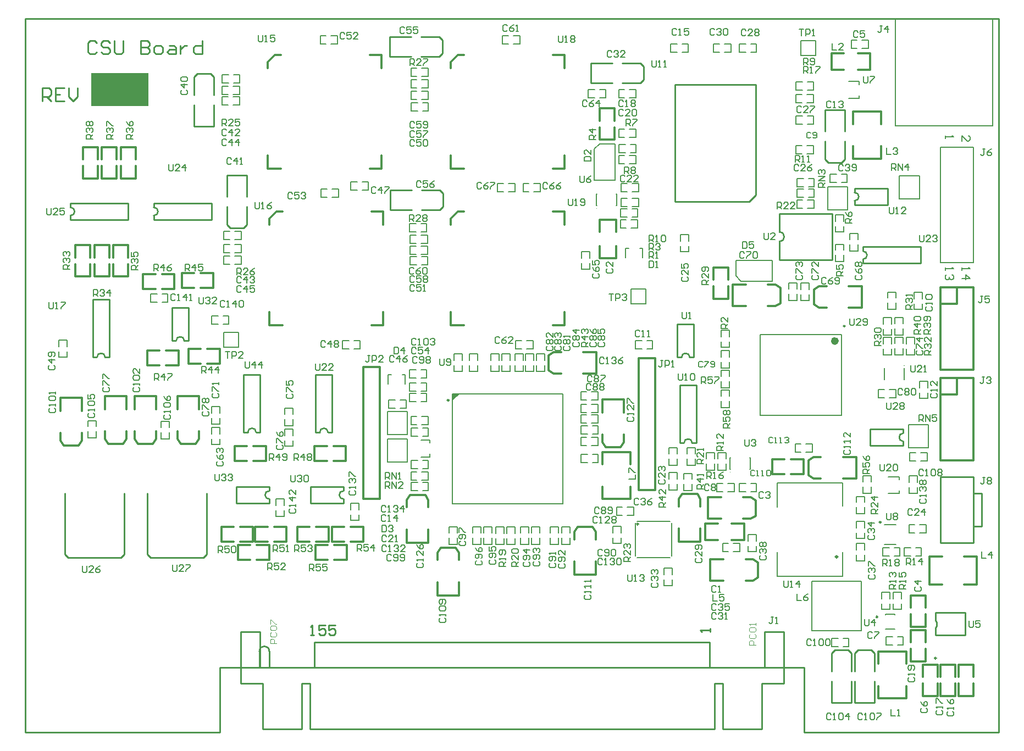
<source format=gto>
%FSLAX23Y23*%
%MOIN*%
G70*
G01*
G75*
G04 Layer_Color=65535*
%ADD10C,0.040*%
%ADD11R,0.037X0.035*%
%ADD12R,0.037X0.035*%
%ADD13R,0.075X0.020*%
%ADD14R,0.020X0.075*%
%ADD15R,0.330X0.370*%
%ADD16R,0.040X0.160*%
%ADD17R,0.090X0.012*%
%ADD18R,0.012X0.090*%
%ADD19R,0.031X0.060*%
%ADD20R,0.014X0.060*%
%ADD21R,0.030X0.100*%
%ADD22O,0.080X0.024*%
%ADD23O,0.024X0.080*%
%ADD24R,0.070X0.078*%
%ADD25R,0.063X0.063*%
%ADD26R,0.035X0.037*%
%ADD27R,0.035X0.037*%
%ADD28R,0.015X0.100*%
%ADD29O,0.015X0.100*%
%ADD30R,0.098X0.051*%
%ADD31R,0.100X0.052*%
%ADD32R,0.128X0.128*%
%ADD33R,0.020X0.012*%
%ADD34R,0.012X0.020*%
%ADD35R,0.030X0.030*%
%ADD36R,0.085X0.071*%
%ADD37R,0.071X0.085*%
%ADD38R,0.030X0.030*%
%ADD39R,0.125X0.060*%
%ADD40R,0.030X0.037*%
%ADD41R,0.060X0.050*%
%ADD42R,0.037X0.030*%
%ADD43R,0.050X0.060*%
%ADD44R,0.100X0.095*%
%ADD45R,0.060X0.060*%
%ADD46R,0.060X0.125*%
%ADD47R,0.028X0.017*%
%ADD48R,0.095X0.100*%
%ADD49R,0.063X0.063*%
%ADD50R,0.060X0.060*%
%ADD51O,0.071X0.012*%
%ADD52O,0.012X0.071*%
%ADD53R,0.100X0.280*%
%ADD54R,0.045X0.014*%
%ADD55R,0.057X0.022*%
%ADD56R,0.057X0.022*%
%ADD57R,0.022X0.057*%
%ADD58R,0.022X0.057*%
%ADD59C,0.019*%
%ADD60R,1.170X0.780*%
%ADD61C,0.020*%
%ADD62C,0.008*%
%ADD63C,0.006*%
%ADD64C,0.010*%
%ADD65C,0.015*%
%ADD66C,0.010*%
%ADD67C,0.050*%
%ADD68C,0.062*%
%ADD69R,0.062X0.062*%
%ADD70C,0.128*%
%ADD71C,0.236*%
%ADD72C,0.020*%
%ADD73C,0.025*%
%ADD74C,0.040*%
G04:AMPARAMS|DCode=75|XSize=85mil|YSize=85mil|CornerRadius=0mil|HoleSize=0mil|Usage=FLASHONLY|Rotation=0.000|XOffset=0mil|YOffset=0mil|HoleType=Round|Shape=Relief|Width=10mil|Gap=10mil|Entries=4|*
%AMTHD75*
7,0,0,0.085,0.065,0.010,45*
%
%ADD75THD75*%
%ADD76C,0.082*%
%ADD77C,0.132*%
G04:AMPARAMS|DCode=78|XSize=102mil|YSize=102mil|CornerRadius=0mil|HoleSize=0mil|Usage=FLASHONLY|Rotation=0.000|XOffset=0mil|YOffset=0mil|HoleType=Round|Shape=Relief|Width=10mil|Gap=10mil|Entries=4|*
%AMTHD78*
7,0,0,0.102,0.082,0.010,45*
%
%ADD78THD78*%
%ADD79C,0.065*%
G04:AMPARAMS|DCode=80|XSize=178mil|YSize=178mil|CornerRadius=0mil|HoleSize=0mil|Usage=FLASHONLY|Rotation=0.000|XOffset=0mil|YOffset=0mil|HoleType=Round|Shape=Relief|Width=10mil|Gap=10mil|Entries=4|*
%AMTHD80*
7,0,0,0.178,0.158,0.010,45*
%
%ADD80THD80*%
G04:AMPARAMS|DCode=81|XSize=96mil|YSize=96mil|CornerRadius=0mil|HoleSize=0mil|Usage=FLASHONLY|Rotation=0.000|XOffset=0mil|YOffset=0mil|HoleType=Round|Shape=Relief|Width=10mil|Gap=10mil|Entries=4|*
%AMTHD81*
7,0,0,0.096,0.076,0.010,45*
%
%ADD81THD81*%
%ADD82C,0.030*%
%ADD83C,0.035*%
%ADD84C,0.158*%
%ADD85C,0.076*%
%ADD86R,0.016X0.085*%
%ADD87R,0.707X0.020*%
%ADD88C,0.009*%
%ADD89C,0.010*%
%ADD90C,0.012*%
%ADD91C,0.024*%
%ADD92C,0.004*%
%ADD93C,0.008*%
%ADD94C,0.005*%
%ADD95R,0.350X0.200*%
G36*
X2591Y2015D02*
Y2054D01*
X2630D01*
X2591Y2015D01*
D02*
G37*
D62*
X5866Y3701D02*
Y4331D01*
X5512D02*
X5866D01*
Y3681D02*
Y3701D01*
X5276Y3681D02*
X5866D01*
X5276Y3681D02*
Y4331D01*
X5551D01*
X2410Y1465D02*
X2445D01*
X2410Y1515D02*
X2445D01*
X2340D02*
X2380D01*
X2340Y1465D02*
X2380D01*
X2445D02*
Y1515D01*
X2340Y1465D02*
Y1515D01*
X2400Y2005D02*
X2435D01*
X2400Y2055D02*
X2435D01*
X2330D02*
X2370D01*
X2330Y2005D02*
X2370D01*
X2435D02*
Y2055D01*
X2330Y2005D02*
Y2055D01*
X2400Y2150D02*
X2435D01*
X2400Y2200D02*
X2435D01*
X2330D02*
X2370D01*
X2330Y2150D02*
X2370D01*
X2435D02*
Y2200D01*
X2330Y2150D02*
Y2200D01*
X2620Y1210D02*
Y1245D01*
X2570Y1210D02*
Y1245D01*
Y1140D02*
Y1180D01*
X2620Y1140D02*
Y1180D01*
X2570Y1245D02*
X2620D01*
X2570Y1140D02*
X2620D01*
X2765Y1210D02*
Y1245D01*
X2715Y1210D02*
Y1245D01*
Y1140D02*
Y1180D01*
X2765Y1140D02*
Y1180D01*
X2715Y1245D02*
X2765D01*
X2715Y1140D02*
X2765D01*
X2830Y1210D02*
Y1245D01*
X2780Y1210D02*
Y1245D01*
Y1140D02*
Y1180D01*
X2830Y1140D02*
Y1180D01*
X2780Y1245D02*
X2830D01*
X2780Y1140D02*
X2830D01*
X3055Y1210D02*
Y1245D01*
X3005Y1210D02*
Y1245D01*
Y1140D02*
Y1180D01*
X3055Y1140D02*
Y1180D01*
X3005Y1245D02*
X3055D01*
X3005Y1140D02*
X3055D01*
X3120Y1210D02*
Y1245D01*
X3070Y1210D02*
Y1245D01*
Y1140D02*
Y1180D01*
X3120Y1140D02*
Y1180D01*
X3070Y1245D02*
X3120D01*
X3070Y1140D02*
X3120D01*
X3305Y1210D02*
Y1245D01*
X3255Y1210D02*
Y1245D01*
Y1140D02*
Y1180D01*
X3305Y1140D02*
Y1180D01*
X3255Y1245D02*
X3305D01*
X3255Y1140D02*
X3305D01*
X3440Y1810D02*
X3475D01*
X3440Y1860D02*
X3475D01*
X3370D02*
X3410D01*
X3370Y1810D02*
X3410D01*
X3475D02*
Y1860D01*
X3370Y1810D02*
Y1860D01*
X3440Y1635D02*
X3475D01*
X3440Y1685D02*
X3475D01*
X3370D02*
X3410D01*
X3370Y1635D02*
X3410D01*
X3475D02*
Y1685D01*
X3370Y1635D02*
Y1685D01*
X2340Y1580D02*
X2375D01*
X2340Y1530D02*
X2375D01*
X2405D02*
X2445D01*
X2405Y1580D02*
X2445D01*
X2340Y1530D02*
Y1580D01*
X2445Y1530D02*
Y1580D01*
X2340Y1915D02*
X2375D01*
X2340Y1865D02*
X2375D01*
X2405D02*
X2445D01*
X2405Y1915D02*
X2445D01*
X2340Y1865D02*
Y1915D01*
X2445Y1865D02*
Y1915D01*
X3235Y1210D02*
Y1245D01*
X3185Y1210D02*
Y1245D01*
Y1140D02*
Y1180D01*
X3235Y1140D02*
Y1180D01*
X3185Y1245D02*
X3235D01*
X3185Y1140D02*
X3235D01*
X3370Y1790D02*
X3405D01*
X3370Y1740D02*
X3405D01*
X3435D02*
X3475D01*
X3435Y1790D02*
X3475D01*
X3370Y1740D02*
Y1790D01*
X3475Y1740D02*
Y1790D01*
X3370Y1925D02*
X3405D01*
X3370Y1875D02*
X3405D01*
X3435D02*
X3475D01*
X3435Y1925D02*
X3475D01*
X3370Y1875D02*
Y1925D01*
X3475Y1875D02*
Y1925D01*
X3370Y1990D02*
X3405D01*
X3370Y1940D02*
X3405D01*
X3435D02*
X3475D01*
X3435Y1990D02*
X3475D01*
X3370Y1940D02*
Y1990D01*
X3475Y1940D02*
Y1990D01*
X2275Y1965D02*
X2310D01*
X2275Y2015D02*
X2310D01*
X2205D02*
X2245D01*
X2205Y1965D02*
X2245D01*
X2310D02*
Y2015D01*
X2205Y1965D02*
Y2015D01*
X2400Y2070D02*
X2435D01*
X2400Y2120D02*
X2435D01*
X2330D02*
X2370D01*
X2330Y2070D02*
X2370D01*
X2435D02*
Y2120D01*
X2330Y2070D02*
Y2120D01*
X3370Y2065D02*
X3405D01*
X3370Y2015D02*
X3405D01*
X3435D02*
X3475D01*
X3435Y2065D02*
X3475D01*
X3370Y2015D02*
Y2065D01*
X3475Y2015D02*
Y2065D01*
X3035Y2190D02*
Y2225D01*
X3085Y2190D02*
Y2225D01*
Y2255D02*
Y2295D01*
X3035Y2255D02*
Y2295D01*
Y2190D02*
X3085D01*
X3035Y2295D02*
X3085D01*
X830Y2610D02*
X865D01*
X830Y2660D02*
X865D01*
X760D02*
X800D01*
X760Y2610D02*
X800D01*
X865D02*
Y2660D01*
X760Y2610D02*
Y2660D01*
X3100Y2190D02*
Y2225D01*
X3150Y2190D02*
Y2225D01*
Y2255D02*
Y2295D01*
X3100Y2255D02*
Y2295D01*
Y2190D02*
X3150D01*
X3100Y2295D02*
X3150D01*
X2890Y2190D02*
Y2225D01*
X2940Y2190D02*
Y2225D01*
Y2255D02*
Y2295D01*
X2890Y2255D02*
Y2295D01*
Y2190D02*
X2940D01*
X2890Y2295D02*
X2940D01*
X2695Y2190D02*
Y2225D01*
X2745Y2190D02*
Y2225D01*
Y2255D02*
Y2295D01*
X2695Y2255D02*
Y2295D01*
Y2190D02*
X2745D01*
X2695Y2295D02*
X2745D01*
X2600Y2190D02*
Y2225D01*
X2650Y2190D02*
Y2225D01*
Y2255D02*
Y2295D01*
X2600Y2255D02*
Y2295D01*
Y2190D02*
X2650D01*
X2600Y2295D02*
X2650D01*
X1200Y2475D02*
X1235D01*
X1200Y2525D02*
X1235D01*
X1130D02*
X1170D01*
X1130Y2475D02*
X1170D01*
X1235D02*
Y2525D01*
X1130Y2475D02*
Y2525D01*
X2825Y2190D02*
Y2225D01*
X2875Y2190D02*
Y2225D01*
Y2255D02*
Y2295D01*
X2825Y2255D02*
Y2295D01*
Y2190D02*
X2875D01*
X2825Y2295D02*
X2875D01*
X2920Y1140D02*
Y1175D01*
X2970Y1140D02*
Y1175D01*
Y1205D02*
Y1245D01*
X2920Y1205D02*
Y1245D01*
Y1140D02*
X2970D01*
X2920Y1245D02*
X2970D01*
X2855Y1140D02*
Y1175D01*
X2905Y1140D02*
Y1175D01*
Y1205D02*
Y1245D01*
X2855Y1205D02*
Y1245D01*
Y1140D02*
X2905D01*
X2855Y1245D02*
X2905D01*
X3955Y1690D02*
Y1725D01*
X3905Y1690D02*
Y1725D01*
Y1620D02*
Y1660D01*
X3955Y1620D02*
Y1660D01*
X3905Y1725D02*
X3955D01*
X3905Y1620D02*
X3955D01*
X1575Y1735D02*
Y1770D01*
X1625Y1735D02*
Y1770D01*
Y1800D02*
Y1840D01*
X1575Y1800D02*
Y1840D01*
Y1735D02*
X1625D01*
X1575Y1840D02*
X1625D01*
X1130Y1745D02*
Y1780D01*
X1180Y1745D02*
Y1780D01*
Y1810D02*
Y1850D01*
X1130Y1810D02*
Y1850D01*
Y1745D02*
X1180D01*
X1130Y1850D02*
X1180D01*
X1625Y1930D02*
Y1965D01*
X1575Y1930D02*
Y1965D01*
Y1860D02*
Y1900D01*
X1625Y1860D02*
Y1900D01*
X1575Y1965D02*
X1625D01*
X1575Y1860D02*
X1625D01*
X4065Y1690D02*
Y1725D01*
X4015Y1690D02*
Y1725D01*
Y1620D02*
Y1660D01*
X4065Y1620D02*
Y1660D01*
X4015Y1725D02*
X4065D01*
X4015Y1620D02*
X4065D01*
X5425Y2025D02*
Y2060D01*
X5475Y2025D02*
Y2060D01*
Y2090D02*
Y2130D01*
X5425Y2090D02*
Y2130D01*
Y2025D02*
X5475D01*
X5425Y2130D02*
X5475D01*
X2970Y2190D02*
Y2225D01*
X3020Y2190D02*
Y2225D01*
Y2255D02*
Y2295D01*
X2970Y2255D02*
Y2295D01*
Y2190D02*
X3020D01*
X2970Y2295D02*
X3020D01*
X2410Y1795D02*
X2445D01*
X2410Y1845D02*
X2445D01*
X2340D02*
X2380D01*
X2340Y1795D02*
X2380D01*
X2445D02*
Y1845D01*
X2340Y1795D02*
Y1845D01*
X2410Y1600D02*
X2445D01*
X2410Y1650D02*
X2445D01*
X2340D02*
X2380D01*
X2340Y1600D02*
X2380D01*
X2445D02*
Y1650D01*
X2340Y1600D02*
Y1650D01*
X1975Y1285D02*
Y1320D01*
X2025Y1285D02*
Y1320D01*
Y1350D02*
Y1390D01*
X1975Y1350D02*
Y1390D01*
Y1285D02*
X2025D01*
X1975Y1390D02*
X2025D01*
X3770Y2325D02*
X3805D01*
X3770Y2375D02*
X3805D01*
X3700D02*
X3740D01*
X3700Y2325D02*
X3740D01*
X3805D02*
Y2375D01*
X3700Y2325D02*
Y2375D01*
X4220Y2335D02*
Y2370D01*
X4270Y2335D02*
Y2370D01*
Y2400D02*
Y2440D01*
X4220Y2400D02*
Y2440D01*
Y2335D02*
X4270D01*
X4220Y2440D02*
X4270D01*
X5390Y2565D02*
Y2600D01*
X5440Y2565D02*
Y2600D01*
Y2630D02*
Y2670D01*
X5390Y2630D02*
Y2670D01*
Y2565D02*
X5440D01*
X5390Y2670D02*
X5440D01*
X1520Y1310D02*
Y1345D01*
X1570Y1310D02*
Y1345D01*
Y1375D02*
Y1415D01*
X1520Y1375D02*
Y1415D01*
Y1310D02*
X1570D01*
X1520Y1415D02*
X1570D01*
X205Y2275D02*
Y2310D01*
X255Y2275D02*
Y2310D01*
Y2340D02*
Y2380D01*
X205Y2340D02*
Y2380D01*
Y2275D02*
X255D01*
X205Y2380D02*
X255D01*
X1130Y1870D02*
Y1905D01*
X1180Y1870D02*
Y1905D01*
Y1935D02*
Y1975D01*
X1130Y1935D02*
Y1975D01*
Y1870D02*
X1180D01*
X1130Y1975D02*
X1180D01*
X4960Y520D02*
X4995D01*
X4960Y570D02*
X4995D01*
X4890D02*
X4930D01*
X4890Y520D02*
X4930D01*
X4995D02*
Y570D01*
X4890Y520D02*
Y570D01*
X3875Y890D02*
Y925D01*
X3925Y890D02*
Y925D01*
Y955D02*
Y995D01*
X3875Y955D02*
Y995D01*
Y890D02*
X3925D01*
X3875Y995D02*
X3925D01*
X3587Y1366D02*
X3622D01*
X3587Y1316D02*
X3622D01*
X3652D02*
X3692D01*
X3652Y1366D02*
X3692D01*
X3587Y1316D02*
Y1366D01*
X3692Y1316D02*
Y1366D01*
X875Y1850D02*
Y1885D01*
X825Y1850D02*
Y1885D01*
Y1780D02*
Y1820D01*
X875Y1780D02*
Y1820D01*
X825Y1885D02*
X875D01*
X825Y1780D02*
X875D01*
X430Y1855D02*
Y1890D01*
X380Y1855D02*
Y1890D01*
Y1785D02*
Y1825D01*
X430Y1785D02*
Y1825D01*
X380Y1890D02*
X430D01*
X380Y1785D02*
X430D01*
X3565Y1145D02*
Y1180D01*
X3615Y1145D02*
Y1180D01*
Y1210D02*
Y1250D01*
X3565Y1210D02*
Y1250D01*
Y1145D02*
X3615D01*
X3565Y1250D02*
X3615D01*
X5040Y1175D02*
Y1210D01*
X5090Y1175D02*
Y1210D01*
Y1240D02*
Y1280D01*
X5040Y1240D02*
Y1280D01*
Y1175D02*
X5090D01*
X5040Y1280D02*
X5090D01*
X5040Y1040D02*
Y1075D01*
X5090Y1040D02*
Y1075D01*
Y1105D02*
Y1145D01*
X5040Y1105D02*
Y1145D01*
Y1040D02*
X5090D01*
X5040Y1145D02*
X5090D01*
X5290Y530D02*
X5325D01*
X5290Y580D02*
X5325D01*
X5220D02*
X5260D01*
X5220Y530D02*
X5260D01*
X5325D02*
Y580D01*
X5220Y530D02*
Y580D01*
X5265Y745D02*
Y780D01*
X5315Y745D02*
Y780D01*
Y810D02*
Y850D01*
X5265Y810D02*
Y850D01*
Y745D02*
X5315D01*
X5265Y850D02*
X5315D01*
X5195Y745D02*
Y780D01*
X5245Y745D02*
Y780D01*
Y810D02*
Y850D01*
X5195Y810D02*
Y850D01*
Y745D02*
X5245D01*
X5195Y850D02*
X5245D01*
X5090Y1395D02*
Y1430D01*
X5040Y1395D02*
Y1430D01*
Y1325D02*
Y1365D01*
X5090Y1325D02*
Y1365D01*
X5040Y1430D02*
X5090D01*
X5040Y1325D02*
X5090D01*
X5360Y1260D02*
X5395D01*
X5360Y1210D02*
X5395D01*
X5425D02*
X5465D01*
X5425Y1260D02*
X5465D01*
X5360Y1210D02*
Y1260D01*
X5465Y1210D02*
Y1260D01*
X4230Y1145D02*
X4265D01*
X4230Y1095D02*
X4265D01*
X4295D02*
X4335D01*
X4295Y1145D02*
X4335D01*
X4230Y1095D02*
Y1145D01*
X4335Y1095D02*
Y1145D01*
X4385Y1095D02*
Y1130D01*
X4435Y1095D02*
Y1130D01*
Y1160D02*
Y1200D01*
X4385Y1160D02*
Y1200D01*
Y1095D02*
X4435D01*
X4385Y1200D02*
X4435D01*
X5400Y1070D02*
X5435D01*
X5400Y1120D02*
X5435D01*
X5330D02*
X5370D01*
X5330Y1070D02*
X5370D01*
X5435D02*
Y1120D01*
X5330Y1070D02*
Y1120D01*
X5270Y1070D02*
X5305D01*
X5270Y1120D02*
X5305D01*
X5200D02*
X5240D01*
X5200Y1070D02*
X5240D01*
X5305D02*
Y1120D01*
X5200Y1070D02*
Y1120D01*
X4400Y1460D02*
X4435D01*
X4400Y1510D02*
X4435D01*
X4330D02*
X4370D01*
X4330Y1460D02*
X4370D01*
X4435D02*
Y1510D01*
X4330Y1460D02*
Y1510D01*
X4195Y1510D02*
X4230D01*
X4195Y1460D02*
X4230D01*
X4260D02*
X4300D01*
X4260Y1510D02*
X4300D01*
X4195Y1460D02*
Y1510D01*
X4300Y1460D02*
Y1510D01*
X5050Y2990D02*
Y3025D01*
X5000Y2990D02*
Y3025D01*
Y2920D02*
Y2960D01*
X5050Y2920D02*
Y2960D01*
X5000Y3025D02*
X5050D01*
X5000Y2920D02*
X5050D01*
X4180Y1660D02*
Y1695D01*
X4130Y1660D02*
Y1695D01*
Y1590D02*
Y1630D01*
X4180Y1590D02*
Y1630D01*
X4130Y1695D02*
X4180D01*
X4130Y1590D02*
X4180D01*
X4250Y1660D02*
Y1695D01*
X4200Y1660D02*
Y1695D01*
Y1590D02*
Y1630D01*
X4250Y1590D02*
Y1630D01*
X4200Y1695D02*
X4250D01*
X4200Y1590D02*
X4250D01*
X5360Y1450D02*
Y1485D01*
X5410Y1450D02*
Y1485D01*
Y1515D02*
Y1555D01*
X5360Y1515D02*
Y1555D01*
Y1450D02*
X5410D01*
X5360Y1555D02*
X5410D01*
X1205Y3040D02*
X1240D01*
X1205Y2990D02*
X1240D01*
X1270D02*
X1310D01*
X1270Y3040D02*
X1310D01*
X1205Y2990D02*
Y3040D01*
X1310Y2990D02*
Y3040D01*
X2400Y3035D02*
X2435D01*
X2400Y3085D02*
X2435D01*
X2330D02*
X2370D01*
X2330Y3035D02*
X2370D01*
X2435D02*
Y3085D01*
X2330Y3035D02*
Y3085D01*
X5130Y1520D02*
Y1555D01*
X5080Y1520D02*
Y1555D01*
Y1450D02*
Y1490D01*
X5130Y1450D02*
Y1490D01*
X5080Y1555D02*
X5130D01*
X5080Y1450D02*
X5130D01*
X4270Y2160D02*
Y2195D01*
X4220Y2160D02*
Y2195D01*
Y2090D02*
Y2130D01*
X4270Y2090D02*
Y2130D01*
X4220Y2195D02*
X4270D01*
X4220Y2090D02*
X4270D01*
Y2040D02*
Y2075D01*
X4220Y2040D02*
Y2075D01*
Y1970D02*
Y2010D01*
X4270Y1970D02*
Y2010D01*
X4220Y2075D02*
X4270D01*
X4220Y1970D02*
X4270D01*
X5280Y2635D02*
Y2670D01*
X5230Y2635D02*
Y2670D01*
Y2565D02*
Y2605D01*
X5280Y2565D02*
Y2605D01*
X5230Y2670D02*
X5280D01*
X5230Y2565D02*
X5280D01*
X4950Y3335D02*
X4985D01*
X4950Y3385D02*
X4985D01*
X4880D02*
X4920D01*
X4880Y3335D02*
X4920D01*
X4985D02*
Y3385D01*
X4880Y3335D02*
Y3385D01*
X5010Y4200D02*
X5045D01*
X5010Y4150D02*
X5045D01*
X5075D02*
X5115D01*
X5075Y4200D02*
X5115D01*
X5010Y4150D02*
Y4200D01*
X5115Y4150D02*
Y4200D01*
X4675Y3870D02*
X4710D01*
X4675Y3820D02*
X4710D01*
X4740D02*
X4780D01*
X4740Y3870D02*
X4780D01*
X4675Y3820D02*
Y3870D01*
X4780Y3820D02*
Y3870D01*
X4220Y2210D02*
Y2245D01*
X4270Y2210D02*
Y2245D01*
Y2275D02*
Y2315D01*
X4220Y2275D02*
Y2315D01*
Y2210D02*
X4270D01*
X4220Y2315D02*
X4270D01*
X5325Y2480D02*
Y2515D01*
X5275Y2480D02*
Y2515D01*
Y2410D02*
Y2450D01*
X5325Y2410D02*
Y2450D01*
X5275Y2515D02*
X5325D01*
X5275Y2410D02*
X5325D01*
X3905Y1470D02*
Y1505D01*
X3955Y1470D02*
Y1505D01*
Y1535D02*
Y1575D01*
X3905Y1535D02*
Y1575D01*
Y1470D02*
X3955D01*
X3905Y1575D02*
X3955D01*
X5205Y2410D02*
Y2445D01*
X5255Y2410D02*
Y2445D01*
Y2475D02*
Y2515D01*
X5205Y2475D02*
Y2515D01*
Y2410D02*
X5255D01*
X5205Y2515D02*
X5255D01*
X4045Y1535D02*
Y1570D01*
X3995Y1535D02*
Y1570D01*
Y1465D02*
Y1505D01*
X4045Y1465D02*
Y1505D01*
X3995Y1570D02*
X4045D01*
X3995Y1465D02*
X4045D01*
X4867Y3170D02*
X4988D01*
X4867D02*
Y3310D01*
X4987D01*
X4988Y3170D02*
Y3309D01*
X4987Y3310D02*
X4988Y3309D01*
X1205Y2960D02*
X1240D01*
X1205Y2910D02*
X1240D01*
X1270D02*
X1310D01*
X1270Y2960D02*
X1310D01*
X1205Y2910D02*
Y2960D01*
X1310Y2910D02*
Y2960D01*
X1205Y2890D02*
X1240D01*
X1205Y2840D02*
X1240D01*
X1270D02*
X1310D01*
X1270Y2890D02*
X1310D01*
X1205Y2840D02*
Y2890D01*
X1310Y2840D02*
Y2890D01*
X1995Y2325D02*
X2030D01*
X1995Y2375D02*
X2030D01*
X1925D02*
X1965D01*
X1925Y2325D02*
X1965D01*
X2030D02*
Y2375D01*
X1925Y2325D02*
Y2375D01*
X2405Y2835D02*
X2440D01*
X2405Y2885D02*
X2440D01*
X2335D02*
X2375D01*
X2335Y2835D02*
X2375D01*
X2440D02*
Y2885D01*
X2335Y2835D02*
Y2885D01*
X1795Y3295D02*
X1830D01*
X1795Y3245D02*
X1830D01*
X1860D02*
X1900D01*
X1860Y3295D02*
X1900D01*
X1795Y3245D02*
Y3295D01*
X1900Y3245D02*
Y3295D01*
X2335Y2950D02*
X2370D01*
X2335Y2900D02*
X2370D01*
X2400D02*
X2440D01*
X2400Y2950D02*
X2440D01*
X2335Y2900D02*
Y2950D01*
X2440Y2900D02*
Y2950D01*
X2335Y3015D02*
X2370D01*
X2335Y2965D02*
X2370D01*
X2400D02*
X2440D01*
X2400Y3015D02*
X2440D01*
X2335Y2965D02*
Y3015D01*
X2440Y2965D02*
Y3015D01*
X2975Y2375D02*
X3010D01*
X2975Y2325D02*
X3010D01*
X3040D02*
X3080D01*
X3040Y2375D02*
X3080D01*
X2975Y2325D02*
Y2375D01*
X3080Y2325D02*
Y2375D01*
X3375Y2810D02*
Y2845D01*
X3425Y2810D02*
Y2845D01*
Y2875D02*
Y2915D01*
X3375Y2875D02*
Y2915D01*
Y2810D02*
X3425D01*
X3375Y2915D02*
X3425D01*
X2865Y3330D02*
X2900D01*
X2865Y3280D02*
X2900D01*
X2930D02*
X2970D01*
X2930Y3330D02*
X2970D01*
X2865Y3280D02*
Y3330D01*
X2970Y3280D02*
Y3330D01*
X3600Y3500D02*
X3635D01*
X3600Y3450D02*
X3635D01*
X3665D02*
X3705D01*
X3665Y3500D02*
X3705D01*
X3600Y3450D02*
Y3500D01*
X3705Y3450D02*
Y3500D01*
X4680Y2690D02*
Y2725D01*
X4630Y2690D02*
Y2725D01*
Y2620D02*
Y2660D01*
X4680Y2620D02*
Y2660D01*
X4630Y2725D02*
X4680D01*
X4630Y2620D02*
X4680D01*
X3670Y3515D02*
X3705D01*
X3670Y3565D02*
X3705D01*
X3600D02*
X3640D01*
X3600Y3515D02*
X3640D01*
X3705D02*
Y3565D01*
X3600Y3515D02*
Y3565D01*
X4670Y1750D02*
X4705D01*
X4670Y1700D02*
X4705D01*
X4735D02*
X4775D01*
X4735Y1750D02*
X4775D01*
X4670Y1700D02*
Y1750D01*
X4775Y1700D02*
Y1750D01*
X4705Y2620D02*
Y2655D01*
X4755Y2620D02*
Y2655D01*
Y2685D02*
Y2725D01*
X4705Y2685D02*
Y2725D01*
Y2620D02*
X4755D01*
X4705Y2725D02*
X4755D01*
X4750Y3310D02*
X4785D01*
X4750Y3360D02*
X4785D01*
X4680D02*
X4720D01*
X4680Y3310D02*
X4720D01*
X4785D02*
Y3360D01*
X4680Y3310D02*
Y3360D01*
X3615Y3240D02*
X3650D01*
X3615Y3190D02*
X3650D01*
X3680D02*
X3720D01*
X3680Y3240D02*
X3720D01*
X3615Y3190D02*
Y3240D01*
X3720Y3190D02*
Y3240D01*
X1265Y3940D02*
X1300D01*
X1265Y3990D02*
X1300D01*
X1195D02*
X1235D01*
X1195Y3940D02*
X1235D01*
X1300D02*
Y3990D01*
X1195Y3940D02*
Y3990D01*
X2340Y4030D02*
X2375D01*
X2340Y3980D02*
X2375D01*
X2405D02*
X2445D01*
X2405Y4030D02*
X2445D01*
X2340Y3980D02*
Y4030D01*
X2445Y3980D02*
Y4030D01*
X3680Y3125D02*
X3715D01*
X3680Y3175D02*
X3715D01*
X3610D02*
X3650D01*
X3610Y3125D02*
X3650D01*
X3715D02*
Y3175D01*
X3610Y3125D02*
Y3175D01*
X4745Y3895D02*
X4780D01*
X4745Y3945D02*
X4780D01*
X4675D02*
X4715D01*
X4675Y3895D02*
X4715D01*
X4780D02*
Y3945D01*
X4675Y3895D02*
Y3945D01*
X5325Y2360D02*
Y2395D01*
X5275Y2360D02*
Y2395D01*
Y2290D02*
Y2330D01*
X5325Y2290D02*
Y2330D01*
X5275Y2395D02*
X5325D01*
X5275Y2290D02*
X5325D01*
X3610Y3110D02*
X3645D01*
X3610Y3060D02*
X3645D01*
X3675D02*
X3715D01*
X3675Y3110D02*
X3715D01*
X3610Y3060D02*
Y3110D01*
X3715Y3060D02*
Y3110D01*
X5205Y2290D02*
Y2325D01*
X5255Y2290D02*
Y2325D01*
Y2355D02*
Y2395D01*
X5205Y2355D02*
Y2395D01*
Y2290D02*
X5255D01*
X5205Y2395D02*
X5255D01*
X4675Y3560D02*
X4710D01*
X4675Y3510D02*
X4710D01*
X4740D02*
X4780D01*
X4740Y3560D02*
X4780D01*
X4675Y3510D02*
Y3560D01*
X4780Y3510D02*
Y3560D01*
X5365Y1695D02*
X5400D01*
X5365Y1645D02*
X5400D01*
X5430D02*
X5470D01*
X5430Y1695D02*
X5470D01*
X5365Y1645D02*
Y1695D01*
X5470Y1645D02*
Y1695D01*
X4680Y3230D02*
X4715D01*
X4680Y3180D02*
X4715D01*
X4745D02*
X4785D01*
X4745Y3230D02*
X4785D01*
X4680Y3180D02*
Y3230D01*
X4785Y3180D02*
Y3230D01*
X4915Y3035D02*
Y3070D01*
X4965Y3035D02*
Y3070D01*
Y3100D02*
Y3140D01*
X4915Y3100D02*
Y3140D01*
Y3035D02*
X4965D01*
X4915Y3140D02*
X4965D01*
X4965Y2925D02*
Y2960D01*
X4915Y2925D02*
Y2960D01*
Y2855D02*
Y2895D01*
X4965Y2855D02*
Y2895D01*
X4915Y2960D02*
X4965D01*
X4915Y2855D02*
X4965D01*
X5175Y2080D02*
X5210D01*
X5175Y2030D02*
X5210D01*
X5240D02*
X5280D01*
X5240Y2080D02*
X5280D01*
X5175Y2030D02*
Y2080D01*
X5280Y2030D02*
Y2080D01*
X5345Y2290D02*
Y2325D01*
X5395Y2290D02*
Y2325D01*
Y2355D02*
Y2395D01*
X5345Y2355D02*
Y2395D01*
Y2290D02*
X5395D01*
X5345Y2395D02*
X5395D01*
X5302Y3235D02*
X5423D01*
X5302D02*
Y3375D01*
X5422D01*
X5423Y3235D02*
Y3374D01*
X5422Y3375D02*
X5423Y3374D01*
X1195Y3920D02*
X1230D01*
X1195Y3870D02*
X1230D01*
X1260D02*
X1300D01*
X1260Y3920D02*
X1300D01*
X1195Y3870D02*
Y3920D01*
X1300Y3870D02*
Y3920D01*
X1195Y3855D02*
X1230D01*
X1195Y3805D02*
X1230D01*
X1260D02*
X1300D01*
X1260Y3855D02*
X1300D01*
X1195Y3805D02*
Y3855D01*
X1300Y3805D02*
Y3855D01*
X2045Y3290D02*
X2080D01*
X2045Y3340D02*
X2080D01*
X1975D02*
X2015D01*
X1975Y3290D02*
X2015D01*
X2080D02*
Y3340D01*
X1975Y3290D02*
Y3340D01*
X2410Y3770D02*
X2445D01*
X2410Y3820D02*
X2445D01*
X2340D02*
X2380D01*
X2340Y3770D02*
X2380D01*
X2445D02*
Y3820D01*
X2340Y3770D02*
Y3820D01*
X1790Y4225D02*
X1825D01*
X1790Y4175D02*
X1825D01*
X1855D02*
X1895D01*
X1855Y4225D02*
X1895D01*
X1790Y4175D02*
Y4225D01*
X1895Y4175D02*
Y4225D01*
X2340Y3890D02*
X2375D01*
X2340Y3840D02*
X2375D01*
X2405D02*
X2445D01*
X2405Y3890D02*
X2445D01*
X2340Y3840D02*
Y3890D01*
X2445Y3840D02*
Y3890D01*
X2340Y3960D02*
X2375D01*
X2340Y3910D02*
X2375D01*
X2405D02*
X2445D01*
X2405Y3960D02*
X2445D01*
X2340Y3910D02*
Y3960D01*
X2445Y3910D02*
Y3960D01*
X2895Y4225D02*
X2930D01*
X2895Y4175D02*
X2930D01*
X2960D02*
X3000D01*
X2960Y4225D02*
X3000D01*
X2895Y4175D02*
Y4225D01*
X3000Y4175D02*
Y4225D01*
X3485Y3850D02*
X3520D01*
X3485Y3900D02*
X3520D01*
X3415D02*
X3455D01*
X3415Y3850D02*
X3455D01*
X3520D02*
Y3900D01*
X3415Y3850D02*
Y3900D01*
X3020Y3330D02*
X3055D01*
X3020Y3280D02*
X3055D01*
X3085D02*
X3125D01*
X3085Y3330D02*
X3125D01*
X3020Y3280D02*
Y3330D01*
X3125Y3280D02*
Y3330D01*
X3985Y4125D02*
X4020D01*
X3985Y4175D02*
X4020D01*
X3915D02*
X3955D01*
X3915Y4125D02*
X3955D01*
X4020D02*
Y4175D01*
X3915Y4125D02*
Y4175D01*
X3600Y3900D02*
X3635D01*
X3600Y3850D02*
X3635D01*
X3665D02*
X3705D01*
X3665Y3900D02*
X3705D01*
X3600Y3850D02*
Y3900D01*
X3705Y3850D02*
Y3900D01*
X3600Y3660D02*
X3635D01*
X3600Y3610D02*
X3635D01*
X3665D02*
X3705D01*
X3665Y3660D02*
X3705D01*
X3600Y3610D02*
Y3660D01*
X3705Y3610D02*
Y3660D01*
X3615Y3330D02*
X3650D01*
X3615Y3280D02*
X3650D01*
X3680D02*
X3720D01*
X3680Y3330D02*
X3720D01*
X3615Y3280D02*
Y3330D01*
X3720Y3280D02*
Y3330D01*
X3975Y2915D02*
Y2950D01*
X4025Y2915D02*
Y2950D01*
Y2980D02*
Y3020D01*
X3975Y2980D02*
Y3020D01*
Y2915D02*
X4025D01*
X3975Y3020D02*
X4025D01*
X4750Y3245D02*
X4785D01*
X4750Y3295D02*
X4785D01*
X4680D02*
X4720D01*
X4680Y3245D02*
X4720D01*
X4785D02*
Y3295D01*
X4680Y3245D02*
Y3295D01*
X4745Y3690D02*
X4780D01*
X4745Y3740D02*
X4780D01*
X4675D02*
X4715D01*
X4675Y3690D02*
X4715D01*
X4780D02*
Y3740D01*
X4675Y3690D02*
Y3740D01*
X4400Y4125D02*
X4435D01*
X4400Y4175D02*
X4435D01*
X4330D02*
X4370D01*
X4330Y4125D02*
X4370D01*
X4435D02*
Y4175D01*
X4330Y4125D02*
Y4175D01*
X4175Y4175D02*
X4210D01*
X4175Y4125D02*
X4210D01*
X4240D02*
X4280D01*
X4240Y4175D02*
X4280D01*
X4175Y4125D02*
Y4175D01*
X4280Y4125D02*
Y4175D01*
X5357Y1865D02*
X5478D01*
Y1725D02*
Y1865D01*
X5358Y1725D02*
X5478D01*
X5357Y1726D02*
Y1865D01*
Y1726D02*
X5358Y1725D01*
X4705Y4105D02*
Y4195D01*
Y4105D02*
X4795D01*
Y4195D01*
X4705D02*
X4795D01*
X1205Y2335D02*
Y2425D01*
Y2335D02*
X1295D01*
Y2425D01*
X1205D02*
X1295D01*
X3675Y2600D02*
Y2690D01*
Y2600D02*
X3765D01*
Y2690D01*
X3675D02*
X3765D01*
X2317Y1945D02*
X2318Y1944D01*
Y1805D02*
Y1944D01*
X2197Y1945D02*
X2317D01*
X2197Y1805D02*
Y1945D01*
Y1805D02*
X2318D01*
X2317Y1780D02*
X2318Y1779D01*
Y1640D02*
Y1779D01*
X2197Y1780D02*
X2317D01*
X2197Y1640D02*
Y1780D01*
Y1640D02*
X2318D01*
X5680Y3587D02*
Y3620D01*
X5713Y3587D01*
X5722D01*
X5730Y3595D01*
Y3612D01*
X5722Y3620D01*
X5580D02*
Y3603D01*
Y3612D01*
X5630D01*
X5622Y3620D01*
X5680Y2820D02*
Y2803D01*
Y2812D01*
X5730D01*
X5722Y2820D01*
X5680Y2753D02*
X5730D01*
X5705Y2778D01*
Y2745D01*
X5580Y2820D02*
Y2803D01*
Y2812D01*
X5630D01*
X5622Y2820D01*
Y2778D02*
X5630Y2770D01*
Y2753D01*
X5622Y2745D01*
X5613D01*
X5605Y2753D01*
Y2762D01*
Y2753D01*
X5597Y2745D01*
X5588D01*
X5580Y2753D01*
Y2770D01*
X5588Y2778D01*
D63*
X4562Y947D02*
X4956D01*
X4562D02*
Y1092D01*
Y1368D02*
Y1513D01*
X4956D01*
Y1372D02*
Y1513D01*
Y947D02*
Y1092D01*
X3710Y1280D02*
X3910D01*
X3919Y1069D02*
Y1269D01*
X3712Y1061D02*
X3912D01*
X3701Y1070D02*
Y1270D01*
X4770Y615D02*
Y915D01*
X5070D01*
Y615D02*
Y915D01*
X4770Y615D02*
X5070D01*
D64*
X1836Y1820D02*
G03*
X1786Y1820I-25J0D01*
G01*
X4045Y1755D02*
G03*
X3995Y1755I-25J0D01*
G01*
X780Y3135D02*
G03*
X780Y3185I0J25D01*
G01*
X485Y2275D02*
G03*
X435Y2275I-25J0D01*
G01*
X1400Y1820D02*
G03*
X1350Y1820I-25J0D01*
G01*
X4030Y2275D02*
G03*
X3980Y2275I-25J0D01*
G01*
X965Y2375D02*
G03*
X915Y2375I-25J0D01*
G01*
X4575Y2979D02*
G03*
X4575Y3035I0J28D01*
G01*
X1480Y1465D02*
G03*
X1480Y1415I0J-25D01*
G01*
X1930Y1465D02*
G03*
X1930Y1415I0J-25D01*
G01*
X275Y3135D02*
G03*
X275Y3185I0J25D01*
G01*
X5080Y2870D02*
G03*
X5080Y2920I0J25D01*
G01*
X5520Y630D02*
G03*
X5520Y680I-25J25D01*
G01*
X5030Y3225D02*
G03*
X5030Y3275I0J25D01*
G01*
X5325Y1815D02*
G03*
X5325Y1765I0J-25D01*
G01*
X5170Y700D02*
G03*
X5170Y700I-5J0D01*
G01*
X5190Y1275D02*
G03*
X5190Y1275I-5J0D01*
G01*
X1100Y1090D02*
Y1450D01*
Y1080D02*
Y1090D01*
X1080Y1060D02*
X1100Y1080D01*
X760Y1060D02*
X1080D01*
X740Y1080D02*
X760Y1060D01*
X740Y1080D02*
Y1450D01*
X3940Y3220D02*
X4390D01*
X3940D02*
Y3930D01*
X4430D01*
Y3260D02*
Y3930D01*
X4390Y3220D02*
X4430Y3260D01*
X2003Y394D02*
X3971D01*
X1755D02*
Y548D01*
X1424Y394D02*
Y611D01*
X1306Y296D02*
Y611D01*
X1727Y20D02*
Y296D01*
X1676Y20D02*
Y296D01*
X1440Y20D02*
Y296D01*
X1676D02*
X1727D01*
X1306Y611D02*
X1424D01*
X1306Y296D02*
X1440D01*
X1755Y548D02*
X2999D01*
X1424Y394D02*
X1755D01*
X1440Y20D02*
X1676D01*
X1727D02*
X2999D01*
X2908D02*
X4180D01*
X4231D02*
X4467D01*
X4152Y394D02*
X4483D01*
X2908Y548D02*
X4152D01*
X4467Y296D02*
X4601D01*
X4483Y611D02*
X4601D01*
X4180Y296D02*
X4231D01*
X4467Y20D02*
Y296D01*
X4231Y20D02*
Y296D01*
X4180Y20D02*
Y296D01*
X4601D02*
Y611D01*
X4483Y394D02*
Y611D01*
X4152Y394D02*
Y548D01*
X1761Y1820D02*
Y2170D01*
X1861Y1820D02*
Y2170D01*
X1836Y1820D02*
X1861D01*
X1761D02*
X1786D01*
X1761Y2170D02*
X1861D01*
X3970Y1755D02*
Y2105D01*
X4070Y1755D02*
Y2105D01*
X4045Y1755D02*
X4070D01*
X3970D02*
X3995D01*
X3970Y2105D02*
X4070D01*
X780Y3210D02*
X1130D01*
X780Y3110D02*
X1130D01*
X780D02*
Y3135D01*
Y3185D02*
Y3210D01*
X1130Y3110D02*
Y3210D01*
X410Y2275D02*
Y2625D01*
X510Y2275D02*
Y2625D01*
X485Y2275D02*
X510D01*
X410D02*
X435D01*
X410Y2625D02*
X510D01*
X1325Y1820D02*
Y2170D01*
X1425Y1820D02*
Y2170D01*
X1400Y1820D02*
X1425D01*
X1325D02*
X1350D01*
X1325Y2170D02*
X1425D01*
X240Y1080D02*
Y1450D01*
Y1080D02*
X260Y1060D01*
X580D01*
X600Y1080D01*
Y1090D01*
Y1450D01*
X4030Y2275D02*
X4055D01*
X3955D02*
X3980D01*
X3955D02*
Y2475D01*
X4055D01*
Y2275D02*
Y2475D01*
X965Y2375D02*
X990D01*
X890D02*
X915D01*
X890D02*
Y2575D01*
X990D01*
Y2375D02*
Y2575D01*
X5750Y1250D02*
X5800D01*
Y1450D01*
X5750D02*
X5800D01*
X5550Y1150D02*
X5750D01*
X5550Y1550D02*
X5750D01*
Y1150D02*
Y1550D01*
X5550Y1150D02*
Y1550D01*
X4575Y2865D02*
Y2975D01*
Y3035D02*
Y3145D01*
X4895Y2865D02*
Y3145D01*
X4575D02*
X4895D01*
X4575Y2865D02*
X4895D01*
X1480Y1465D02*
Y1490D01*
Y1390D02*
Y1415D01*
X1280Y1390D02*
X1480D01*
X1280D02*
Y1490D01*
X1480D01*
X1930Y1465D02*
Y1490D01*
Y1390D02*
Y1415D01*
X1730Y1390D02*
X1930D01*
X1730D02*
Y1490D01*
X1930D01*
X275Y3210D02*
X625D01*
X275Y3110D02*
X625D01*
X275D02*
Y3135D01*
Y3185D02*
Y3210D01*
X625Y3110D02*
Y3210D01*
X5430Y2845D02*
Y2945D01*
X5080Y2920D02*
Y2945D01*
Y2845D02*
Y2870D01*
Y2845D02*
X5430D01*
X5080Y2945D02*
X5430D01*
X5520Y590D02*
X5699D01*
Y725D01*
X5520D02*
X5699D01*
X5520Y680D02*
Y725D01*
Y590D02*
Y630D01*
X5030Y3200D02*
Y3225D01*
Y3275D02*
Y3300D01*
X5230D01*
Y3200D02*
Y3300D01*
X5030Y3200D02*
X5230D01*
X5325Y1815D02*
Y1840D01*
Y1740D02*
Y1765D01*
X5125Y1740D02*
X5325D01*
X5125D02*
Y1840D01*
X5325D01*
X4890Y180D02*
Y310D01*
Y180D02*
X5010D01*
Y310D01*
Y370D02*
Y390D01*
X4890Y370D02*
Y480D01*
X4910Y500D01*
X4990D01*
X5010Y480D01*
Y390D02*
Y480D01*
X5030Y180D02*
Y310D01*
Y180D02*
X5150D01*
Y310D01*
Y370D02*
Y390D01*
X5030Y370D02*
Y480D01*
X5050Y500D01*
X5130D01*
X5150Y480D01*
Y390D02*
Y480D01*
X1225Y3080D02*
Y3170D01*
Y3080D02*
X1245Y3060D01*
X1325D01*
X1345Y3080D01*
Y3190D01*
X1225Y3170D02*
Y3190D01*
Y3250D02*
Y3380D01*
X1345D01*
Y3250D02*
Y3380D01*
X2425Y3170D02*
X2515D01*
X2535Y3190D01*
Y3270D01*
X2515Y3290D02*
X2535Y3270D01*
X2405Y3290D02*
X2515D01*
X2405Y3170D02*
X2425D01*
X2215D02*
X2345D01*
X2215D02*
Y3290D01*
X2345D01*
X4970Y3645D02*
Y3775D01*
X4850D02*
X4970D01*
X4850Y3645D02*
Y3775D01*
Y3565D02*
Y3585D01*
X4970Y3475D02*
Y3585D01*
X4950Y3455D02*
X4970Y3475D01*
X4870Y3455D02*
X4950D01*
X4850Y3475D02*
X4870Y3455D01*
X4850Y3475D02*
Y3565D01*
X1145Y3885D02*
Y3975D01*
X1125Y3995D02*
X1145Y3975D01*
X1045Y3995D02*
X1125D01*
X1025Y3975D02*
X1045Y3995D01*
X1025Y3865D02*
Y3975D01*
X1145Y3865D02*
Y3885D01*
Y3675D02*
Y3805D01*
X1025Y3675D02*
X1145D01*
X1025D02*
Y3805D01*
X2420Y4100D02*
X2510D01*
X2530Y4120D01*
Y4200D01*
X2510Y4220D02*
X2530Y4200D01*
X2400Y4220D02*
X2510D01*
X2400Y4100D02*
X2420D01*
X2210D02*
X2340D01*
X2210D02*
Y4220D01*
X2340D01*
X3430Y4060D02*
X3560D01*
X3430Y3940D02*
Y4060D01*
Y3940D02*
X3560D01*
X3620D02*
X3640D01*
X3620Y4060D02*
X3730D01*
X3750Y4040D01*
Y3960D02*
Y4040D01*
X3730Y3940D02*
X3750Y3960D01*
X3640Y3940D02*
X3730D01*
X1732Y591D02*
X1752D01*
X1742D01*
Y651D01*
X1732Y641D01*
X1822Y651D02*
X1782D01*
Y621D01*
X1802Y631D01*
X1812D01*
X1822Y621D01*
Y601D01*
X1812Y591D01*
X1792D01*
X1782Y601D01*
X1882Y651D02*
X1842D01*
Y621D01*
X1862Y631D01*
X1872D01*
X1882Y621D01*
Y601D01*
X1872Y591D01*
X1852D01*
X1842Y601D01*
X4153Y609D02*
Y629D01*
Y619D01*
X4093D01*
X4103Y609D01*
X1480Y492D02*
G03*
X1420Y492I-30J0D01*
G01*
X5905Y0D02*
Y4330D01*
X0D02*
X5905D01*
X1420Y394D02*
Y492D01*
X1480Y395D02*
Y492D01*
Y394D02*
X4117D01*
X4725D01*
X1180D02*
X1420D01*
X4725Y0D02*
X5905D01*
X4725D02*
Y394D01*
X0Y0D02*
Y4330D01*
Y0D02*
X1180D01*
Y394D01*
D88*
X105Y3830D02*
Y3910D01*
X145D01*
X158Y3897D01*
Y3870D01*
X145Y3857D01*
X105D01*
X132D02*
X158Y3830D01*
X238Y3910D02*
X185D01*
Y3830D01*
X238D01*
X185Y3870D02*
X212D01*
X265Y3910D02*
Y3857D01*
X292Y3830D01*
X318Y3857D01*
Y3910D01*
X433Y4182D02*
X420Y4195D01*
X393D01*
X380Y4182D01*
Y4128D01*
X393Y4115D01*
X420D01*
X433Y4128D01*
X513Y4182D02*
X500Y4195D01*
X473D01*
X460Y4182D01*
Y4168D01*
X473Y4155D01*
X500D01*
X513Y4142D01*
Y4128D01*
X500Y4115D01*
X473D01*
X460Y4128D01*
X540Y4195D02*
Y4128D01*
X553Y4115D01*
X580D01*
X593Y4128D01*
Y4195D01*
X700D02*
Y4115D01*
X740D01*
X753Y4128D01*
Y4142D01*
X740Y4155D01*
X700D01*
X740D01*
X753Y4168D01*
Y4182D01*
X740Y4195D01*
X700D01*
X793Y4115D02*
X820D01*
X833Y4128D01*
Y4155D01*
X820Y4168D01*
X793D01*
X780Y4155D01*
Y4128D01*
X793Y4115D01*
X873Y4168D02*
X900D01*
X913Y4155D01*
Y4115D01*
X873D01*
X860Y4128D01*
X873Y4142D01*
X913D01*
X940Y4168D02*
Y4115D01*
Y4142D01*
X953Y4155D01*
X966Y4168D01*
X980D01*
X1073Y4195D02*
Y4115D01*
X1033D01*
X1020Y4128D01*
Y4155D01*
X1033Y4168D01*
X1073D01*
D89*
X5525Y450D02*
G03*
X5525Y450I-5J0D01*
G01*
X3719Y1264D02*
G03*
X3719Y1264I-5J0D01*
G01*
X4972Y2465D02*
G03*
X4972Y2465I-5J0D01*
G01*
X2570Y2015D02*
G03*
X2570Y2015I-5J0D01*
G01*
D90*
X4926Y1065D02*
G03*
X4926Y1065I-6J0D01*
G01*
X1470Y4065D02*
X1515Y4110D01*
X1470Y3420D02*
Y3500D01*
X2160Y3420D02*
Y3500D01*
Y4030D02*
Y4110D01*
X1470Y4030D02*
Y4065D01*
Y3420D02*
X1550D01*
X2090D02*
X2160D01*
X2090Y4110D02*
X2160D01*
X1515D02*
X1550D01*
X1480Y3115D02*
X1525Y3160D01*
X1480Y2470D02*
Y2550D01*
X2170Y2470D02*
Y2550D01*
Y3080D02*
Y3160D01*
X1480Y3080D02*
Y3115D01*
Y2470D02*
X1560D01*
X2100D02*
X2170D01*
X2100Y3160D02*
X2170D01*
X1525D02*
X1560D01*
X2580Y3115D02*
X2625Y3160D01*
X2580Y2470D02*
Y2550D01*
X3270Y2470D02*
Y2550D01*
Y3080D02*
Y3160D01*
X2580Y3080D02*
Y3115D01*
Y2470D02*
X2660D01*
X3200D02*
X3270D01*
X3200Y3160D02*
X3270D01*
X2625D02*
X2660D01*
X2050Y2215D02*
X2150D01*
X2050Y1415D02*
Y2215D01*
Y1415D02*
X2150D01*
Y2215D01*
X2580Y4065D02*
X2625Y4110D01*
X2580Y3420D02*
Y3500D01*
X3270Y3420D02*
Y3500D01*
Y4030D02*
Y4110D01*
X2580Y4030D02*
Y4065D01*
Y3420D02*
X2660D01*
X3200D02*
X3270D01*
X3200Y4110D02*
X3270D01*
X2625D02*
X2660D01*
X5550Y2600D02*
X5650D01*
Y2700D01*
X5750Y2200D02*
Y2700D01*
X5550Y2200D02*
X5750D01*
X5550D02*
Y2700D01*
X5750D01*
X5550Y2050D02*
X5650D01*
Y2150D01*
X5750Y1650D02*
Y2150D01*
X5550Y1650D02*
X5750D01*
X5550D02*
Y2150D01*
X5750D01*
X3820Y1470D02*
Y2270D01*
X3720Y1470D02*
X3820D01*
X3720D02*
Y2270D01*
X3820D01*
X3175Y2286D02*
X3205Y2305D01*
X3175Y2195D02*
X3205Y2175D01*
Y2305D02*
X3250D01*
X3205Y2175D02*
X3250D01*
X3385Y2305D02*
X3465D01*
X3385Y2175D02*
X3465D01*
Y2305D01*
X3175Y2195D02*
Y2285D01*
X2611Y1120D02*
X2630Y1090D01*
X2500D02*
X2520Y1120D01*
X2630Y1045D02*
Y1090D01*
X2500Y1045D02*
Y1090D01*
X2630Y830D02*
Y910D01*
X2500Y830D02*
Y910D01*
Y830D02*
X2630D01*
X2520Y1120D02*
X2610D01*
X3441Y1245D02*
X3460Y1215D01*
X3330D02*
X3350Y1245D01*
X3460Y1170D02*
Y1215D01*
X3330Y1170D02*
Y1215D01*
X3460Y955D02*
Y1035D01*
X3330Y955D02*
Y1035D01*
Y955D02*
X3460D01*
X3350Y1245D02*
X3440D01*
X2426Y1440D02*
X2445Y1410D01*
X2315D02*
X2335Y1440D01*
X2445Y1365D02*
Y1410D01*
X2315Y1365D02*
Y1410D01*
X2445Y1150D02*
Y1230D01*
X2315Y1150D02*
Y1230D01*
Y1150D02*
X2445D01*
X2335Y1440D02*
X2425D01*
X3500Y1760D02*
X3519Y1730D01*
X3610D02*
X3630Y1760D01*
X3500D02*
Y1805D01*
X3630Y1760D02*
Y1805D01*
X3500Y1940D02*
Y2020D01*
X3630Y1940D02*
Y2020D01*
X3500D02*
X3630D01*
X3520Y1730D02*
X3610D01*
X3670Y1625D02*
Y1700D01*
X3500Y1625D02*
Y1700D01*
Y1415D02*
Y1490D01*
X3670Y1415D02*
Y1490D01*
X3500Y1700D02*
X3670D01*
X3500Y1415D02*
X3670D01*
X1140Y2695D02*
Y2785D01*
X950Y2695D02*
Y2785D01*
X1065D02*
X1140D01*
X1065Y2695D02*
X1140D01*
X950D02*
X1025D01*
X950Y2785D02*
X1025D01*
X715Y2690D02*
Y2780D01*
X905Y2690D02*
Y2780D01*
X715Y2690D02*
X790D01*
X715Y2780D02*
X790D01*
X830D02*
X905D01*
X830Y2690D02*
X905D01*
X740Y2225D02*
Y2315D01*
X930Y2225D02*
Y2315D01*
X740Y2225D02*
X815D01*
X740Y2315D02*
X815D01*
X855D02*
X930D01*
X855Y2225D02*
X930D01*
X990Y2235D02*
Y2325D01*
X1180Y2235D02*
Y2325D01*
X990Y2235D02*
X1065D01*
X990Y2325D02*
X1065D01*
X1105D02*
X1180D01*
X1105Y2235D02*
X1180D01*
X2050Y1155D02*
Y1245D01*
X1860Y1155D02*
Y1245D01*
X1975D02*
X2050D01*
X1975Y1155D02*
X2050D01*
X1860D02*
X1935D01*
X1860Y1245D02*
X1935D01*
X1755Y1645D02*
Y1735D01*
X1945Y1645D02*
Y1735D01*
X1755Y1645D02*
X1830D01*
X1755Y1735D02*
X1830D01*
X1870D02*
X1945D01*
X1870Y1645D02*
X1945D01*
X1840Y1155D02*
Y1245D01*
X1650Y1155D02*
Y1245D01*
X1765D02*
X1840D01*
X1765Y1155D02*
X1840D01*
X1650D02*
X1725D01*
X1650Y1245D02*
X1725D01*
X1760Y1045D02*
Y1135D01*
X1950Y1045D02*
Y1135D01*
X1760Y1045D02*
X1835D01*
X1760Y1135D02*
X1835D01*
X1875D02*
X1950D01*
X1875Y1045D02*
X1950D01*
X465Y3360D02*
X555D01*
X465Y3550D02*
X555D01*
Y3360D02*
Y3435D01*
X465Y3360D02*
Y3435D01*
Y3475D02*
Y3550D01*
X555Y3475D02*
Y3550D01*
X1585Y1155D02*
Y1245D01*
X1395Y1155D02*
Y1245D01*
X1510D02*
X1585D01*
X1510Y1155D02*
X1585D01*
X1395D02*
X1470D01*
X1395Y1245D02*
X1470D01*
X1460Y1645D02*
Y1735D01*
X1270Y1645D02*
Y1735D01*
X1385D02*
X1460D01*
X1385Y1645D02*
X1460D01*
X1270D02*
X1345D01*
X1270Y1735D02*
X1345D01*
X350Y3360D02*
X440D01*
X350Y3550D02*
X440D01*
Y3360D02*
Y3435D01*
X350Y3360D02*
Y3435D01*
Y3475D02*
Y3550D01*
X440Y3475D02*
Y3550D01*
X580Y3360D02*
X670D01*
X580Y3550D02*
X670D01*
Y3360D02*
Y3435D01*
X580Y3360D02*
Y3435D01*
Y3475D02*
Y3550D01*
X670Y3475D02*
Y3550D01*
X1380Y1155D02*
Y1245D01*
X1190Y1155D02*
Y1245D01*
X1305D02*
X1380D01*
X1305Y1155D02*
X1380D01*
X1190D02*
X1265D01*
X1190Y1245D02*
X1265D01*
X1290Y1045D02*
Y1135D01*
X1480Y1045D02*
Y1135D01*
X1290Y1045D02*
X1365D01*
X1290Y1135D02*
X1365D01*
X1405D02*
X1480D01*
X1405Y1045D02*
X1480D01*
X535Y2955D02*
X625D01*
X535Y2765D02*
X625D01*
X535Y2880D02*
Y2955D01*
X625Y2880D02*
Y2955D01*
Y2765D02*
Y2840D01*
X535Y2765D02*
Y2840D01*
X420Y2955D02*
X510D01*
X420Y2765D02*
X510D01*
X420Y2880D02*
Y2955D01*
X510Y2880D02*
Y2955D01*
Y2765D02*
Y2840D01*
X420Y2765D02*
Y2840D01*
X305Y2955D02*
X395D01*
X305Y2765D02*
X395D01*
X305Y2880D02*
Y2955D01*
X395Y2880D02*
Y2955D01*
Y2765D02*
Y2840D01*
X305Y2765D02*
Y2840D01*
X4076Y1445D02*
X4095Y1415D01*
X3965D02*
X3985Y1445D01*
X4095Y1370D02*
Y1415D01*
X3965Y1370D02*
Y1415D01*
X4095Y1155D02*
Y1235D01*
X3965Y1155D02*
Y1235D01*
Y1155D02*
X4095D01*
X3985Y1445D02*
X4075D01*
X665Y1780D02*
X684Y1750D01*
X775D02*
X795Y1780D01*
X665D02*
Y1825D01*
X795Y1780D02*
Y1825D01*
X665Y1960D02*
Y2040D01*
X795Y1960D02*
Y2040D01*
X665D02*
X795D01*
X685Y1750D02*
X775D01*
X925Y1780D02*
X944Y1750D01*
X1035D02*
X1055Y1780D01*
X925D02*
Y1825D01*
X1055Y1780D02*
Y1825D01*
X925Y1960D02*
Y2040D01*
X1055Y1960D02*
Y2040D01*
X925D02*
X1055D01*
X945Y1750D02*
X1035D01*
X215Y1770D02*
X234Y1740D01*
X325D02*
X345Y1770D01*
X215D02*
Y1815D01*
X345Y1770D02*
Y1815D01*
X215Y1950D02*
Y2030D01*
X345Y1950D02*
Y2030D01*
X215D02*
X345D01*
X235Y1740D02*
X325D01*
X485Y1780D02*
X504Y1750D01*
X595D02*
X615Y1780D01*
X485D02*
Y1825D01*
X615Y1780D02*
Y1825D01*
X485Y1960D02*
Y2040D01*
X615Y1960D02*
Y2040D01*
X485D02*
X615D01*
X505Y1750D02*
X595D01*
X5175Y205D02*
Y280D01*
X5345Y205D02*
Y280D01*
Y415D02*
Y490D01*
X5175Y415D02*
Y490D01*
Y205D02*
X5345D01*
X5175Y490D02*
X5345D01*
X4125Y1265D02*
X4200D01*
X4125Y1165D02*
X4200D01*
X4285D02*
X4360D01*
X4285Y1265D02*
X4360D01*
X4125Y1165D02*
Y1265D01*
X4360Y1165D02*
Y1265D01*
X5485Y1065D02*
X5560D01*
X5485Y895D02*
X5560D01*
X5695D02*
X5770D01*
X5695Y1065D02*
X5770D01*
X5485Y895D02*
Y1065D01*
X5770Y895D02*
Y1065D01*
X4415Y920D02*
X4445Y939D01*
X4415Y1050D02*
X4445Y1030D01*
X4370Y920D02*
X4415D01*
X4370Y1050D02*
X4415D01*
X4155Y920D02*
X4235D01*
X4155Y1050D02*
X4235D01*
X4155Y920D02*
Y1050D01*
X4445Y940D02*
Y1030D01*
X5660Y220D02*
X5750D01*
X5660Y410D02*
X5750D01*
Y220D02*
Y295D01*
X5660Y220D02*
Y295D01*
Y335D02*
Y410D01*
X5750Y335D02*
Y410D01*
X5370Y430D02*
X5460D01*
X5370Y620D02*
X5460D01*
Y430D02*
Y505D01*
X5370Y430D02*
Y505D01*
Y545D02*
Y620D01*
X5460Y545D02*
Y620D01*
X4400Y1295D02*
X4430Y1314D01*
X4400Y1425D02*
X4430Y1405D01*
X4355Y1295D02*
X4400D01*
X4355Y1425D02*
X4400D01*
X4140Y1295D02*
X4220D01*
X4140Y1425D02*
X4220D01*
X4140Y1295D02*
Y1425D01*
X4430Y1315D02*
Y1405D01*
X5370Y640D02*
X5460D01*
X5370Y830D02*
X5460D01*
Y640D02*
Y715D01*
X5370Y640D02*
Y715D01*
Y755D02*
Y830D01*
X5460Y755D02*
Y830D01*
X5445Y220D02*
X5535D01*
X5445Y410D02*
X5535D01*
Y220D02*
Y295D01*
X5445Y220D02*
Y295D01*
Y335D02*
Y410D01*
X5535Y335D02*
Y410D01*
X5550Y220D02*
X5640D01*
X5550Y410D02*
X5640D01*
Y220D02*
Y295D01*
X5550Y220D02*
Y295D01*
Y335D02*
Y410D01*
X5640Y335D02*
Y410D01*
X5050Y4020D02*
X5125D01*
X5050Y4120D02*
X5125D01*
X4890D02*
X4965D01*
X4890Y4020D02*
X4965D01*
X5125D02*
Y4120D01*
X4890Y4020D02*
Y4120D01*
X4550Y2585D02*
X4580Y2604D01*
X4550Y2715D02*
X4580Y2695D01*
X4505Y2585D02*
X4550D01*
X4505Y2715D02*
X4550D01*
X4290Y2585D02*
X4370D01*
X4290Y2715D02*
X4370D01*
X4290Y2585D02*
Y2715D01*
X4580Y2605D02*
Y2695D01*
X4530Y1565D02*
Y1655D01*
X4720Y1565D02*
Y1655D01*
X4530Y1565D02*
X4605D01*
X4530Y1655D02*
X4605D01*
X4645D02*
X4720D01*
X4645Y1565D02*
X4720D01*
X3485Y3595D02*
X3575D01*
X3485Y3785D02*
X3575D01*
Y3595D02*
Y3670D01*
X3485Y3595D02*
Y3670D01*
Y3710D02*
Y3785D01*
X3575Y3710D02*
Y3785D01*
X4175Y2630D02*
X4265D01*
X4175Y2820D02*
X4265D01*
Y2630D02*
Y2705D01*
X4175Y2630D02*
Y2705D01*
Y2745D02*
Y2820D01*
X4265Y2745D02*
Y2820D01*
X4750Y1651D02*
X4780Y1670D01*
X4750Y1560D02*
X4780Y1540D01*
Y1670D02*
X4825D01*
X4780Y1540D02*
X4825D01*
X4960Y1670D02*
X5040D01*
X4960Y1540D02*
X5040D01*
Y1670D01*
X4750Y1560D02*
Y1650D01*
X4785Y2686D02*
X4815Y2705D01*
X4785Y2595D02*
X4815Y2575D01*
Y2705D02*
X4860D01*
X4815Y2575D02*
X4860D01*
X4995Y2705D02*
X5075D01*
X4995Y2575D02*
X5075D01*
Y2705D01*
X4785Y2595D02*
Y2685D01*
X3585Y3035D02*
Y3110D01*
X3485Y3035D02*
Y3110D01*
Y2875D02*
Y2950D01*
X3585Y2875D02*
Y2950D01*
X3485Y3110D02*
X3585D01*
X3485Y2875D02*
X3585D01*
X5190Y3690D02*
Y3765D01*
X5020Y3690D02*
Y3765D01*
Y3480D02*
Y3555D01*
X5190Y3480D02*
Y3555D01*
X5020Y3765D02*
X5190D01*
X5020Y3480D02*
X5190D01*
D91*
X4922Y2374D02*
G03*
X4922Y2374I-12J0D01*
G01*
D92*
X5332Y2226D02*
G03*
X5332Y2226I-2J0D01*
G01*
X3467Y3179D02*
G03*
X3467Y3179I-2J0D01*
G01*
X4277Y1579D02*
G03*
X4277Y1579I-2J0D01*
G01*
X1525Y540D02*
X1486D01*
Y560D01*
X1492Y566D01*
X1505D01*
X1512Y560D01*
Y540D01*
X1492Y606D02*
X1486Y599D01*
Y586D01*
X1492Y579D01*
X1518D01*
X1525Y586D01*
Y599D01*
X1518Y606D01*
X1492Y619D02*
X1486Y625D01*
Y638D01*
X1492Y645D01*
X1518D01*
X1525Y638D01*
Y625D01*
X1518Y619D01*
X1492D01*
X1486Y658D02*
Y684D01*
X1492D01*
X1518Y658D01*
X1525D01*
X4429Y531D02*
X4390D01*
Y551D01*
X4396Y558D01*
X4409D01*
X4416Y551D01*
Y531D01*
X4396Y597D02*
X4390Y591D01*
Y577D01*
X4396Y571D01*
X4423D01*
X4429Y577D01*
Y591D01*
X4423Y597D01*
X4396Y610D02*
X4390Y617D01*
Y630D01*
X4396Y636D01*
X4423D01*
X4429Y630D01*
Y617D01*
X4423Y610D01*
X4396D01*
X4429Y650D02*
Y663D01*
Y656D01*
X4390D01*
X4396Y650D01*
D93*
X5299Y1449D02*
Y1467D01*
Y1533D02*
Y1551D01*
X5235D02*
X5299D01*
X5235Y1449D02*
X5299D01*
X4994Y3846D02*
X5058D01*
X4994Y3949D02*
X5058D01*
Y3931D02*
Y3949D01*
Y3846D02*
Y3864D01*
X5550Y2850D02*
X5750D01*
X5550Y3550D02*
X5750D01*
Y2850D02*
Y3550D01*
X5550Y2850D02*
Y3550D01*
X3452Y3540D02*
X3484Y3571D01*
X3452Y3349D02*
Y3540D01*
X3578Y3349D02*
Y3571D01*
X3484D02*
X3578D01*
X3452Y3349D02*
X3578D01*
X3726Y2938D02*
X3744D01*
X3641D02*
X3659D01*
X3641Y2879D02*
Y2938D01*
X3744Y2879D02*
Y2938D01*
X2304Y2114D02*
Y2170D01*
X2201Y2114D02*
Y2170D01*
X2219D01*
X2286D02*
X2304D01*
X2399Y1671D02*
X2455D01*
X2399Y1774D02*
X2455D01*
Y1756D02*
Y1774D01*
Y1671D02*
Y1689D01*
X4531Y2737D02*
Y2863D01*
X4309Y2769D02*
Y2863D01*
X4531D01*
X4340Y2737D02*
X4531D01*
X4309Y2769D02*
X4340Y2737D01*
X4458Y1922D02*
Y2414D01*
X4950Y1922D02*
Y2414D01*
X4458Y1922D02*
X4950D01*
X4458Y2414D02*
X4950D01*
X5217Y715D02*
X5273D01*
X5217Y625D02*
X5273D01*
Y713D02*
Y715D01*
X5217Y713D02*
Y715D01*
X5273Y625D02*
Y627D01*
X5217Y625D02*
Y627D01*
X5210Y1139D02*
Y1141D01*
X5280Y1139D02*
Y1141D01*
X5210Y1259D02*
Y1261D01*
X5280Y1259D02*
Y1261D01*
X5210D02*
X5280D01*
X5210Y1139D02*
X5280D01*
X5209Y2210D02*
X5211D01*
X5209Y2140D02*
X5211D01*
X5329Y2210D02*
X5331D01*
X5329Y2140D02*
X5331D01*
Y2210D01*
X5209Y2140D02*
Y2210D01*
X3584Y3195D02*
X3586D01*
X3584Y3265D02*
X3586D01*
X3464Y3195D02*
X3466D01*
X3464Y3265D02*
X3466D01*
X3464Y3195D02*
Y3265D01*
X3586Y3195D02*
Y3265D01*
X2591Y1385D02*
X3260D01*
X2591Y2054D02*
X3260D01*
Y1385D02*
Y2054D01*
X2591Y1385D02*
Y2054D01*
Y2015D02*
X2630Y2054D01*
X4394Y1595D02*
X4396D01*
X4394Y1665D02*
X4396D01*
X4274Y1595D02*
X4276D01*
X4274Y1665D02*
X4276D01*
X4274Y1595D02*
Y1665D01*
X4396Y1595D02*
Y1665D01*
D94*
X5185Y1625D02*
Y1592D01*
X5192Y1585D01*
X5205D01*
X5212Y1592D01*
Y1625D01*
X5252Y1585D02*
X5225D01*
X5252Y1612D01*
Y1618D01*
X5245Y1625D01*
X5232D01*
X5225Y1618D01*
X5265D02*
X5272Y1625D01*
X5285D01*
X5292Y1618D01*
Y1592D01*
X5285Y1585D01*
X5272D01*
X5265Y1592D01*
Y1618D01*
X5085Y3980D02*
Y3947D01*
X5092Y3940D01*
X5105D01*
X5112Y3947D01*
Y3980D01*
X5125D02*
X5152D01*
Y3973D01*
X5125Y3947D01*
Y3940D01*
X5197Y4285D02*
X5183D01*
X5190D01*
Y4252D01*
X5183Y4245D01*
X5177D01*
X5170Y4252D01*
X5230Y4245D02*
Y4285D01*
X5210Y4265D01*
X5237D01*
X1415Y4230D02*
Y4197D01*
X1422Y4190D01*
X1435D01*
X1442Y4197D01*
Y4230D01*
X1455Y4190D02*
X1468D01*
X1462D01*
Y4230D01*
X1455Y4223D01*
X1515Y4230D02*
X1488D01*
Y4210D01*
X1502Y4217D01*
X1508D01*
X1515Y4210D01*
Y4197D01*
X1508Y4190D01*
X1495D01*
X1488Y4197D01*
X1395Y3215D02*
Y3182D01*
X1402Y3175D01*
X1415D01*
X1422Y3182D01*
Y3215D01*
X1435Y3175D02*
X1448D01*
X1442D01*
Y3215D01*
X1435Y3208D01*
X1495Y3215D02*
X1482Y3208D01*
X1468Y3195D01*
Y3182D01*
X1475Y3175D01*
X1488D01*
X1495Y3182D01*
Y3188D01*
X1488Y3195D01*
X1468D01*
X3295Y3235D02*
Y3202D01*
X3302Y3195D01*
X3315D01*
X3322Y3202D01*
Y3235D01*
X3335Y3195D02*
X3348D01*
X3342D01*
Y3235D01*
X3335Y3228D01*
X3368Y3202D02*
X3375Y3195D01*
X3388D01*
X3395Y3202D01*
Y3228D01*
X3388Y3235D01*
X3375D01*
X3368Y3228D01*
Y3222D01*
X3375Y3215D01*
X3395D01*
X2092Y2285D02*
X2078D01*
X2085D01*
Y2252D01*
X2078Y2245D01*
X2072D01*
X2065Y2252D01*
X2105Y2245D02*
Y2285D01*
X2125D01*
X2132Y2278D01*
Y2265D01*
X2125Y2258D01*
X2105D01*
X2172Y2245D02*
X2145D01*
X2172Y2272D01*
Y2278D01*
X2165Y2285D01*
X2152D01*
X2145Y2278D01*
X895Y1015D02*
Y982D01*
X902Y975D01*
X915D01*
X922Y982D01*
Y1015D01*
X962Y975D02*
X935D01*
X962Y1002D01*
Y1008D01*
X955Y1015D01*
X942D01*
X935Y1008D01*
X975Y1015D02*
X1002D01*
Y1008D01*
X975Y982D01*
Y975D01*
X3235Y4225D02*
Y4192D01*
X3242Y4185D01*
X3255D01*
X3262Y4192D01*
Y4225D01*
X3275Y4185D02*
X3288D01*
X3282D01*
Y4225D01*
X3275Y4218D01*
X3308D02*
X3315Y4225D01*
X3328D01*
X3335Y4218D01*
Y4212D01*
X3328Y4205D01*
X3335Y4198D01*
Y4192D01*
X3328Y4185D01*
X3315D01*
X3308Y4192D01*
Y4198D01*
X3315Y4205D01*
X3308Y4212D01*
Y4218D01*
X3315Y4205D02*
X3328D01*
X3800Y4075D02*
Y4042D01*
X3807Y4035D01*
X3820D01*
X3827Y4042D01*
Y4075D01*
X3840Y4035D02*
X3853D01*
X3847D01*
Y4075D01*
X3840Y4068D01*
X3873Y4035D02*
X3887D01*
X3880D01*
Y4075D01*
X3873Y4068D01*
X4537Y700D02*
X4523D01*
X4530D01*
Y667D01*
X4523Y660D01*
X4517D01*
X4510Y667D01*
X4550Y660D02*
X4563D01*
X4557D01*
Y700D01*
X4550Y693D01*
X2515Y2265D02*
Y2232D01*
X2522Y2225D01*
X2535D01*
X2542Y2232D01*
Y2265D01*
X2555Y2232D02*
X2562Y2225D01*
X2575D01*
X2582Y2232D01*
Y2258D01*
X2575Y2265D01*
X2562D01*
X2555Y2258D01*
Y2252D01*
X2562Y2245D01*
X2582D01*
X3655Y955D02*
Y922D01*
X3662Y915D01*
X3675D01*
X3682Y922D01*
Y955D01*
X3695Y915D02*
X3708D01*
X3702D01*
Y955D01*
X3695Y948D01*
X3728D02*
X3735Y955D01*
X3748D01*
X3755Y948D01*
Y942D01*
X3748Y935D01*
X3742D01*
X3748D01*
X3755Y928D01*
Y922D01*
X3748Y915D01*
X3735D01*
X3728Y922D01*
X1760Y2235D02*
Y2202D01*
X1767Y2195D01*
X1780D01*
X1787Y2202D01*
Y2235D01*
X1827Y2195D02*
X1800D01*
X1827Y2222D01*
Y2228D01*
X1820Y2235D01*
X1807D01*
X1800Y2228D01*
X1867Y2195D02*
X1840D01*
X1867Y2222D01*
Y2228D01*
X1860Y2235D01*
X1847D01*
X1840Y2228D01*
X3960Y2175D02*
Y2142D01*
X3967Y2135D01*
X3980D01*
X3987Y2142D01*
Y2175D01*
X4000Y2135D02*
X4013D01*
X4007D01*
Y2175D01*
X4000Y2168D01*
X4033D02*
X4040Y2175D01*
X4053D01*
X4060Y2168D01*
Y2142D01*
X4053Y2135D01*
X4040D01*
X4033Y2142D01*
Y2168D01*
X870Y3445D02*
Y3412D01*
X877Y3405D01*
X890D01*
X897Y3412D01*
Y3445D01*
X937Y3405D02*
X910D01*
X937Y3432D01*
Y3438D01*
X930Y3445D01*
X917D01*
X910Y3438D01*
X970Y3405D02*
Y3445D01*
X950Y3425D01*
X977D01*
X145Y2610D02*
Y2577D01*
X152Y2570D01*
X165D01*
X172Y2577D01*
Y2610D01*
X185Y2570D02*
X198D01*
X192D01*
Y2610D01*
X185Y2603D01*
X218Y2610D02*
X245D01*
Y2603D01*
X218Y2577D01*
Y2570D01*
X1335Y2250D02*
Y2217D01*
X1342Y2210D01*
X1355D01*
X1362Y2217D01*
Y2250D01*
X1395Y2210D02*
Y2250D01*
X1375Y2230D01*
X1402D01*
X1435Y2210D02*
Y2250D01*
X1415Y2230D01*
X1442D01*
X347Y1009D02*
Y976D01*
X354Y969D01*
X367D01*
X374Y976D01*
Y1009D01*
X414Y969D02*
X387D01*
X414Y996D01*
Y1002D01*
X407Y1009D01*
X394D01*
X387Y1002D01*
X454Y1009D02*
X440Y1002D01*
X427Y989D01*
Y976D01*
X434Y969D01*
X447D01*
X454Y976D01*
Y982D01*
X447Y989D01*
X427D01*
X3985Y2550D02*
Y2517D01*
X3992Y2510D01*
X4005D01*
X4012Y2517D01*
Y2550D01*
X4025Y2510D02*
X4038D01*
X4032D01*
Y2550D01*
X4025Y2543D01*
X5225Y2000D02*
Y1967D01*
X5232Y1960D01*
X5245D01*
X5252Y1967D01*
Y2000D01*
X5292Y1960D02*
X5265D01*
X5292Y1987D01*
Y1993D01*
X5285Y2000D01*
X5272D01*
X5265Y1993D01*
X5305D02*
X5312Y2000D01*
X5325D01*
X5332Y1993D01*
Y1987D01*
X5325Y1980D01*
X5332Y1973D01*
Y1967D01*
X5325Y1960D01*
X5312D01*
X5305Y1967D01*
Y1973D01*
X5312Y1980D01*
X5305Y1987D01*
Y1993D01*
X5312Y1980D02*
X5325D01*
X1055Y2640D02*
Y2607D01*
X1062Y2600D01*
X1075D01*
X1082Y2607D01*
Y2640D01*
X1095Y2633D02*
X1102Y2640D01*
X1115D01*
X1122Y2633D01*
Y2627D01*
X1115Y2620D01*
X1108D01*
X1115D01*
X1122Y2613D01*
Y2607D01*
X1115Y2600D01*
X1102D01*
X1095Y2607D01*
X1162Y2600D02*
X1135D01*
X1162Y2627D01*
Y2633D01*
X1155Y2640D01*
X1142D01*
X1135Y2633D01*
X5807Y2645D02*
X5793D01*
X5800D01*
Y2612D01*
X5793Y2605D01*
X5787D01*
X5780Y2612D01*
X5847Y2645D02*
X5820D01*
Y2625D01*
X5833Y2632D01*
X5840D01*
X5847Y2625D01*
Y2612D01*
X5840Y2605D01*
X5827D01*
X5820Y2612D01*
X5817Y2155D02*
X5803D01*
X5810D01*
Y2122D01*
X5803Y2115D01*
X5797D01*
X5790Y2122D01*
X5830Y2148D02*
X5837Y2155D01*
X5850D01*
X5857Y2148D01*
Y2142D01*
X5850Y2135D01*
X5843D01*
X5850D01*
X5857Y2128D01*
Y2122D01*
X5850Y2115D01*
X5837D01*
X5830Y2122D01*
X5822Y1545D02*
X5808D01*
X5815D01*
Y1512D01*
X5808Y1505D01*
X5802D01*
X5795Y1512D01*
X5835Y1538D02*
X5842Y1545D01*
X5855D01*
X5862Y1538D01*
Y1532D01*
X5855Y1525D01*
X5862Y1518D01*
Y1512D01*
X5855Y1505D01*
X5842D01*
X5835Y1512D01*
Y1518D01*
X5842Y1525D01*
X5835Y1532D01*
Y1538D01*
X5842Y1525D02*
X5855D01*
X5822Y3540D02*
X5808D01*
X5815D01*
Y3507D01*
X5808Y3500D01*
X5802D01*
X5795Y3507D01*
X5862Y3540D02*
X5848Y3533D01*
X5835Y3520D01*
Y3507D01*
X5842Y3500D01*
X5855D01*
X5862Y3507D01*
Y3513D01*
X5855Y3520D01*
X5835D01*
X4480Y3030D02*
Y2997D01*
X4487Y2990D01*
X4500D01*
X4507Y2997D01*
Y3030D01*
X4547Y2990D02*
X4520D01*
X4547Y3017D01*
Y3023D01*
X4540Y3030D01*
X4527D01*
X4520Y3023D01*
X1150Y1565D02*
Y1532D01*
X1157Y1525D01*
X1170D01*
X1177Y1532D01*
Y1565D01*
X1190Y1558D02*
X1197Y1565D01*
X1210D01*
X1217Y1558D01*
Y1552D01*
X1210Y1545D01*
X1203D01*
X1210D01*
X1217Y1538D01*
Y1532D01*
X1210Y1525D01*
X1197D01*
X1190Y1532D01*
X1230Y1558D02*
X1237Y1565D01*
X1250D01*
X1257Y1558D01*
Y1552D01*
X1250Y1545D01*
X1243D01*
X1250D01*
X1257Y1538D01*
Y1532D01*
X1250Y1525D01*
X1237D01*
X1230Y1532D01*
X5240Y3185D02*
Y3152D01*
X5247Y3145D01*
X5260D01*
X5267Y3152D01*
Y3185D01*
X5280Y3145D02*
X5293D01*
X5287D01*
Y3185D01*
X5280Y3178D01*
X5340Y3145D02*
X5313D01*
X5340Y3172D01*
Y3178D01*
X5333Y3185D01*
X5320D01*
X5313Y3178D01*
X5370Y2225D02*
Y2192D01*
X5377Y2185D01*
X5390D01*
X5397Y2192D01*
Y2225D01*
X5437Y2185D02*
X5410D01*
X5437Y2212D01*
Y2218D01*
X5430Y2225D01*
X5417D01*
X5410Y2218D01*
X5450Y2185D02*
X5463D01*
X5457D01*
Y2225D01*
X5450Y2218D01*
X3365Y3375D02*
Y3342D01*
X3372Y3335D01*
X3385D01*
X3392Y3342D01*
Y3375D01*
X3432D02*
X3418Y3368D01*
X3405Y3355D01*
Y3342D01*
X3412Y3335D01*
X3425D01*
X3432Y3342D01*
Y3348D01*
X3425Y3355D01*
X3405D01*
X5225Y1330D02*
Y1297D01*
X5232Y1290D01*
X5245D01*
X5252Y1297D01*
Y1330D01*
X5265Y1323D02*
X5272Y1330D01*
X5285D01*
X5292Y1323D01*
Y1317D01*
X5285Y1310D01*
X5292Y1303D01*
Y1297D01*
X5285Y1290D01*
X5272D01*
X5265Y1297D01*
Y1303D01*
X5272Y1310D01*
X5265Y1317D01*
Y1323D01*
X5272Y1310D02*
X5285D01*
X5090Y685D02*
Y652D01*
X5097Y645D01*
X5110D01*
X5117Y652D01*
Y685D01*
X5150Y645D02*
Y685D01*
X5130Y665D01*
X5157D01*
X4365Y1775D02*
Y1742D01*
X4372Y1735D01*
X4385D01*
X4392Y1742D01*
Y1775D01*
X4405Y1768D02*
X4412Y1775D01*
X4425D01*
X4432Y1768D01*
Y1762D01*
X4425Y1755D01*
X4418D01*
X4425D01*
X4432Y1748D01*
Y1742D01*
X4425Y1735D01*
X4412D01*
X4405Y1742D01*
X1610Y1560D02*
Y1527D01*
X1617Y1520D01*
X1630D01*
X1637Y1527D01*
Y1560D01*
X1650Y1553D02*
X1657Y1560D01*
X1670D01*
X1677Y1553D01*
Y1547D01*
X1670Y1540D01*
X1663D01*
X1670D01*
X1677Y1533D01*
Y1527D01*
X1670Y1520D01*
X1657D01*
X1650Y1527D01*
X1690Y1553D02*
X1697Y1560D01*
X1710D01*
X1717Y1553D01*
Y1527D01*
X1710Y1520D01*
X1697D01*
X1690Y1527D01*
Y1553D01*
X130Y3180D02*
Y3147D01*
X137Y3140D01*
X150D01*
X157Y3147D01*
Y3180D01*
X197Y3140D02*
X170D01*
X197Y3167D01*
Y3173D01*
X190Y3180D01*
X177D01*
X170Y3173D01*
X237Y3180D02*
X210D01*
Y3160D01*
X223Y3167D01*
X230D01*
X237Y3160D01*
Y3147D01*
X230Y3140D01*
X217D01*
X210Y3147D01*
X3867Y2255D02*
X3853D01*
X3860D01*
Y2222D01*
X3853Y2215D01*
X3847D01*
X3840Y2222D01*
X3880Y2215D02*
Y2255D01*
X3900D01*
X3907Y2248D01*
Y2235D01*
X3900Y2228D01*
X3880D01*
X3920Y2215D02*
X3933D01*
X3927D01*
Y2255D01*
X3920Y2248D01*
X5425Y3015D02*
Y2982D01*
X5432Y2975D01*
X5445D01*
X5452Y2982D01*
Y3015D01*
X5492Y2975D02*
X5465D01*
X5492Y3002D01*
Y3008D01*
X5485Y3015D01*
X5472D01*
X5465Y3008D01*
X5505D02*
X5512Y3015D01*
X5525D01*
X5532Y3008D01*
Y3002D01*
X5525Y2995D01*
X5518D01*
X5525D01*
X5532Y2988D01*
Y2982D01*
X5525Y2975D01*
X5512D01*
X5505Y2982D01*
X3390Y3465D02*
X3430D01*
Y3485D01*
X3423Y3492D01*
X3397D01*
X3390Y3485D01*
Y3465D01*
X3430Y3532D02*
Y3505D01*
X3403Y3532D01*
X3397D01*
X3390Y3525D01*
Y3512D01*
X3397Y3505D01*
X3785Y2860D02*
Y2820D01*
X3805D01*
X3812Y2827D01*
Y2853D01*
X3805Y2860D01*
X3785D01*
X3825Y2820D02*
X3838D01*
X3832D01*
Y2860D01*
X3825Y2853D01*
X5725Y675D02*
Y642D01*
X5732Y635D01*
X5745D01*
X5752Y642D01*
Y675D01*
X5792D02*
X5765D01*
Y655D01*
X5778Y662D01*
X5785D01*
X5792Y655D01*
Y642D01*
X5785Y635D01*
X5772D01*
X5765Y642D01*
X4600Y920D02*
Y887D01*
X4607Y880D01*
X4620D01*
X4627Y887D01*
Y920D01*
X4640Y880D02*
X4653D01*
X4647D01*
Y920D01*
X4640Y913D01*
X4693Y880D02*
Y920D01*
X4673Y900D01*
X4700D01*
X4192Y883D02*
X4185Y890D01*
X4172D01*
X4165Y883D01*
Y857D01*
X4172Y850D01*
X4185D01*
X4192Y857D01*
X4205Y850D02*
X4218D01*
X4212D01*
Y890D01*
X4205Y883D01*
X3532Y2812D02*
X3525Y2805D01*
Y2792D01*
X3532Y2785D01*
X3558D01*
X3565Y2792D01*
Y2805D01*
X3558Y2812D01*
X3565Y2852D02*
Y2825D01*
X3538Y2852D01*
X3532D01*
X3525Y2845D01*
Y2832D01*
X3532Y2825D01*
X4477Y1453D02*
X4470Y1460D01*
X4457D01*
X4450Y1453D01*
Y1427D01*
X4457Y1420D01*
X4470D01*
X4477Y1427D01*
X4490Y1453D02*
X4497Y1460D01*
X4510D01*
X4517Y1453D01*
Y1447D01*
X4510Y1440D01*
X4503D01*
X4510D01*
X4517Y1433D01*
Y1427D01*
X4510Y1420D01*
X4497D01*
X4490Y1427D01*
X5402Y882D02*
X5395Y875D01*
Y862D01*
X5402Y855D01*
X5428D01*
X5435Y862D01*
Y875D01*
X5428Y882D01*
X5435Y915D02*
X5395D01*
X5415Y895D01*
Y922D01*
X5052Y4248D02*
X5045Y4255D01*
X5032D01*
X5025Y4248D01*
Y4222D01*
X5032Y4215D01*
X5045D01*
X5052Y4222D01*
X5092Y4255D02*
X5065D01*
Y4235D01*
X5078Y4242D01*
X5085D01*
X5092Y4235D01*
Y4222D01*
X5085Y4215D01*
X5072D01*
X5065Y4222D01*
X5437Y147D02*
X5430Y140D01*
Y127D01*
X5437Y120D01*
X5463D01*
X5470Y127D01*
Y140D01*
X5463Y147D01*
X5430Y187D02*
X5437Y173D01*
X5450Y160D01*
X5463D01*
X5470Y167D01*
Y180D01*
X5463Y187D01*
X5457D01*
X5450Y180D01*
Y160D01*
X5137Y603D02*
X5130Y610D01*
X5117D01*
X5110Y603D01*
Y577D01*
X5117Y570D01*
X5130D01*
X5137Y577D01*
X5150Y610D02*
X5177D01*
Y603D01*
X5150Y577D01*
Y570D01*
X4147Y1498D02*
X4140Y1505D01*
X4127D01*
X4120Y1498D01*
Y1472D01*
X4127Y1465D01*
X4140D01*
X4147Y1472D01*
X4160Y1498D02*
X4167Y1505D01*
X4180D01*
X4187Y1498D01*
Y1492D01*
X4180Y1485D01*
X4187Y1478D01*
Y1472D01*
X4180Y1465D01*
X4167D01*
X4160Y1472D01*
Y1478D01*
X4167Y1485D01*
X4160Y1492D01*
Y1498D01*
X4167Y1485D02*
X4180D01*
X4764Y3635D02*
X4758Y3641D01*
X4746D01*
X4740Y3635D01*
Y3611D01*
X4746Y3605D01*
X4758D01*
X4764Y3611D01*
X4776D02*
X4782Y3605D01*
X4794D01*
X4800Y3611D01*
Y3635D01*
X4794Y3641D01*
X4782D01*
X4776Y3635D01*
Y3629D01*
X4782Y3623D01*
X4800D01*
X5467Y2582D02*
X5460Y2575D01*
Y2562D01*
X5467Y2555D01*
X5493D01*
X5500Y2562D01*
Y2575D01*
X5493Y2582D01*
X5500Y2595D02*
Y2608D01*
Y2602D01*
X5460D01*
X5467Y2595D01*
Y2628D02*
X5460Y2635D01*
Y2648D01*
X5467Y2655D01*
X5493D01*
X5500Y2648D01*
Y2635D01*
X5493Y2628D01*
X5467D01*
X3727Y2433D02*
X3720Y2440D01*
X3707D01*
X3700Y2433D01*
Y2407D01*
X3707Y2400D01*
X3720D01*
X3727Y2407D01*
X3740Y2400D02*
X3753D01*
X3747D01*
Y2440D01*
X3740Y2433D01*
X3773Y2400D02*
X3787D01*
X3780D01*
Y2440D01*
X3773Y2433D01*
X5497Y2057D02*
X5490Y2050D01*
Y2037D01*
X5497Y2030D01*
X5523D01*
X5530Y2037D01*
Y2050D01*
X5523Y2057D01*
X5530Y2070D02*
Y2083D01*
Y2077D01*
X5490D01*
X5497Y2070D01*
X5530Y2130D02*
Y2103D01*
X5503Y2130D01*
X5497D01*
X5490Y2123D01*
Y2110D01*
X5497Y2103D01*
X4887Y3823D02*
X4880Y3830D01*
X4867D01*
X4860Y3823D01*
Y3797D01*
X4867Y3790D01*
X4880D01*
X4887Y3797D01*
X4900Y3790D02*
X4913D01*
X4907D01*
Y3830D01*
X4900Y3823D01*
X4933D02*
X4940Y3830D01*
X4953D01*
X4960Y3823D01*
Y3817D01*
X4953Y3810D01*
X4947D01*
X4953D01*
X4960Y3803D01*
Y3797D01*
X4953Y3790D01*
X4940D01*
X4933Y3797D01*
X2187Y1313D02*
X2180Y1320D01*
X2167D01*
X2160Y1313D01*
Y1287D01*
X2167Y1280D01*
X2180D01*
X2187Y1287D01*
X2200Y1280D02*
X2213D01*
X2207D01*
Y1320D01*
X2200Y1313D01*
X2253Y1280D02*
Y1320D01*
X2233Y1300D01*
X2260D01*
X3952Y4263D02*
X3945Y4270D01*
X3932D01*
X3925Y4263D01*
Y4237D01*
X3932Y4230D01*
X3945D01*
X3952Y4237D01*
X3965Y4230D02*
X3978D01*
X3972D01*
Y4270D01*
X3965Y4263D01*
X4025Y4270D02*
X3998D01*
Y4250D01*
X4012Y4257D01*
X4018D01*
X4025Y4250D01*
Y4237D01*
X4018Y4230D01*
X4005D01*
X3998Y4237D01*
X5597Y127D02*
X5590Y120D01*
Y107D01*
X5597Y100D01*
X5623D01*
X5630Y107D01*
Y120D01*
X5623Y127D01*
X5630Y140D02*
Y153D01*
Y147D01*
X5590D01*
X5597Y140D01*
X5590Y200D02*
X5597Y187D01*
X5610Y173D01*
X5623D01*
X5630Y180D01*
Y193D01*
X5623Y200D01*
X5617D01*
X5610Y193D01*
Y173D01*
X5532Y132D02*
X5525Y125D01*
Y112D01*
X5532Y105D01*
X5558D01*
X5565Y112D01*
Y125D01*
X5558Y132D01*
X5565Y145D02*
Y158D01*
Y152D01*
X5525D01*
X5532Y145D01*
X5525Y178D02*
Y205D01*
X5532D01*
X5558Y178D01*
X5565D01*
X3627Y3828D02*
X3620Y3835D01*
X3607D01*
X3600Y3828D01*
Y3802D01*
X3607Y3795D01*
X3620D01*
X3627Y3802D01*
X3640Y3795D02*
X3653D01*
X3647D01*
Y3835D01*
X3640Y3828D01*
X3673D02*
X3680Y3835D01*
X3693D01*
X3700Y3828D01*
Y3822D01*
X3693Y3815D01*
X3700Y3808D01*
Y3802D01*
X3693Y3795D01*
X3680D01*
X3673Y3802D01*
Y3808D01*
X3680Y3815D01*
X3673Y3822D01*
Y3828D01*
X3680Y3815D02*
X3693D01*
X5362Y332D02*
X5355Y325D01*
Y312D01*
X5362Y305D01*
X5388D01*
X5395Y312D01*
Y325D01*
X5388Y332D01*
X5395Y345D02*
Y358D01*
Y352D01*
X5355D01*
X5362Y345D01*
X5388Y378D02*
X5395Y385D01*
Y398D01*
X5388Y405D01*
X5362D01*
X5355Y398D01*
Y385D01*
X5362Y378D01*
X5368D01*
X5375Y385D01*
Y405D01*
X3627Y3773D02*
X3620Y3780D01*
X3607D01*
X3600Y3773D01*
Y3747D01*
X3607Y3740D01*
X3620D01*
X3627Y3747D01*
X3667Y3740D02*
X3640D01*
X3667Y3767D01*
Y3773D01*
X3660Y3780D01*
X3647D01*
X3640Y3773D01*
X3680D02*
X3687Y3780D01*
X3700D01*
X3707Y3773D01*
Y3747D01*
X3700Y3740D01*
X3687D01*
X3680Y3747D01*
Y3773D01*
X2192Y1188D02*
X2185Y1195D01*
X2172D01*
X2165Y1188D01*
Y1162D01*
X2172Y1155D01*
X2185D01*
X2192Y1162D01*
X2232Y1155D02*
X2205D01*
X2232Y1182D01*
Y1188D01*
X2225Y1195D01*
X2212D01*
X2205Y1188D01*
X2245Y1155D02*
X2258D01*
X2252D01*
Y1195D01*
X2245Y1188D01*
X3637Y3373D02*
X3630Y3380D01*
X3617D01*
X3610Y3373D01*
Y3347D01*
X3617Y3340D01*
X3630D01*
X3637Y3347D01*
X3677Y3340D02*
X3650D01*
X3677Y3367D01*
Y3373D01*
X3670Y3380D01*
X3657D01*
X3650Y3373D01*
X3717Y3340D02*
X3690D01*
X3717Y3367D01*
Y3373D01*
X3710Y3380D01*
X3697D01*
X3690Y3373D01*
X3847Y1532D02*
X3840Y1525D01*
Y1512D01*
X3847Y1505D01*
X3873D01*
X3880Y1512D01*
Y1525D01*
X3873Y1532D01*
X3880Y1572D02*
Y1545D01*
X3853Y1572D01*
X3847D01*
X3840Y1565D01*
Y1552D01*
X3847Y1545D01*
Y1585D02*
X3840Y1592D01*
Y1605D01*
X3847Y1612D01*
X3853D01*
X3860Y1605D01*
Y1598D01*
Y1605D01*
X3867Y1612D01*
X3873D01*
X3880Y1605D01*
Y1592D01*
X3873Y1585D01*
X5382Y1348D02*
X5375Y1355D01*
X5362D01*
X5355Y1348D01*
Y1322D01*
X5362Y1315D01*
X5375D01*
X5382Y1322D01*
X5422Y1315D02*
X5395D01*
X5422Y1342D01*
Y1348D01*
X5415Y1355D01*
X5402D01*
X5395Y1348D01*
X5455Y1315D02*
Y1355D01*
X5435Y1335D01*
X5462D01*
X3987Y2762D02*
X3980Y2755D01*
Y2742D01*
X3987Y2735D01*
X4013D01*
X4020Y2742D01*
Y2755D01*
X4013Y2762D01*
X4020Y2802D02*
Y2775D01*
X3993Y2802D01*
X3987D01*
X3980Y2795D01*
Y2782D01*
X3987Y2775D01*
X3980Y2842D02*
Y2815D01*
X4000D01*
X3993Y2828D01*
Y2835D01*
X4000Y2842D01*
X4013D01*
X4020Y2835D01*
Y2822D01*
X4013Y2815D01*
X4692Y3438D02*
X4685Y3445D01*
X4672D01*
X4665Y3438D01*
Y3412D01*
X4672Y3405D01*
X4685D01*
X4692Y3412D01*
X4732Y3405D02*
X4705D01*
X4732Y3432D01*
Y3438D01*
X4725Y3445D01*
X4712D01*
X4705Y3438D01*
X4772Y3445D02*
X4758Y3438D01*
X4745Y3425D01*
Y3412D01*
X4752Y3405D01*
X4765D01*
X4772Y3412D01*
Y3418D01*
X4765Y3425D01*
X4745D01*
X4707Y3793D02*
X4700Y3800D01*
X4687D01*
X4680Y3793D01*
Y3767D01*
X4687Y3760D01*
X4700D01*
X4707Y3767D01*
X4747Y3760D02*
X4720D01*
X4747Y3787D01*
Y3793D01*
X4740Y3800D01*
X4727D01*
X4720Y3793D01*
X4760Y3800D02*
X4787D01*
Y3793D01*
X4760Y3767D01*
Y3760D01*
X4372Y4258D02*
X4365Y4265D01*
X4352D01*
X4345Y4258D01*
Y4232D01*
X4352Y4225D01*
X4365D01*
X4372Y4232D01*
X4412Y4225D02*
X4385D01*
X4412Y4252D01*
Y4258D01*
X4405Y4265D01*
X4392D01*
X4385Y4258D01*
X4425D02*
X4432Y4265D01*
X4445D01*
X4452Y4258D01*
Y4252D01*
X4445Y4245D01*
X4452Y4238D01*
Y4232D01*
X4445Y4225D01*
X4432D01*
X4425Y4232D01*
Y4238D01*
X4432Y4245D01*
X4425Y4252D01*
Y4258D01*
X4432Y4245D02*
X4445D01*
X4072Y1057D02*
X4065Y1050D01*
Y1037D01*
X4072Y1030D01*
X4098D01*
X4105Y1037D01*
Y1050D01*
X4098Y1057D01*
X4105Y1097D02*
Y1070D01*
X4078Y1097D01*
X4072D01*
X4065Y1090D01*
Y1077D01*
X4072Y1070D01*
X4098Y1110D02*
X4105Y1117D01*
Y1130D01*
X4098Y1137D01*
X4072D01*
X4065Y1130D01*
Y1117D01*
X4072Y1110D01*
X4078D01*
X4085Y1117D01*
Y1137D01*
X4182Y4263D02*
X4175Y4270D01*
X4162D01*
X4155Y4263D01*
Y4237D01*
X4162Y4230D01*
X4175D01*
X4182Y4237D01*
X4195Y4263D02*
X4202Y4270D01*
X4215D01*
X4222Y4263D01*
Y4257D01*
X4215Y4250D01*
X4208D01*
X4215D01*
X4222Y4243D01*
Y4237D01*
X4215Y4230D01*
X4202D01*
X4195Y4237D01*
X4235Y4263D02*
X4242Y4270D01*
X4255D01*
X4262Y4263D01*
Y4237D01*
X4255Y4230D01*
X4242D01*
X4235Y4237D01*
Y4263D01*
X4192Y718D02*
X4185Y725D01*
X4172D01*
X4165Y718D01*
Y692D01*
X4172Y685D01*
X4185D01*
X4192Y692D01*
X4205Y718D02*
X4212Y725D01*
X4225D01*
X4232Y718D01*
Y712D01*
X4225Y705D01*
X4218D01*
X4225D01*
X4232Y698D01*
Y692D01*
X4225Y685D01*
X4212D01*
X4205Y692D01*
X4245Y685D02*
X4258D01*
X4252D01*
Y725D01*
X4245Y718D01*
X3557Y4128D02*
X3550Y4135D01*
X3537D01*
X3530Y4128D01*
Y4102D01*
X3537Y4095D01*
X3550D01*
X3557Y4102D01*
X3570Y4128D02*
X3577Y4135D01*
X3590D01*
X3597Y4128D01*
Y4122D01*
X3590Y4115D01*
X3583D01*
X3590D01*
X3597Y4108D01*
Y4102D01*
X3590Y4095D01*
X3577D01*
X3570Y4102D01*
X3637Y4095D02*
X3610D01*
X3637Y4122D01*
Y4128D01*
X3630Y4135D01*
X3617D01*
X3610Y4128D01*
X3803Y908D02*
X3796Y901D01*
Y888D01*
X3803Y881D01*
X3829D01*
X3836Y888D01*
Y901D01*
X3829Y908D01*
X3803Y921D02*
X3796Y928D01*
Y941D01*
X3803Y948D01*
X3809D01*
X3816Y941D01*
Y934D01*
Y941D01*
X3823Y948D01*
X3829D01*
X3836Y941D01*
Y928D01*
X3829Y921D01*
X3803Y961D02*
X3796Y968D01*
Y981D01*
X3803Y988D01*
X3809D01*
X3816Y981D01*
Y974D01*
Y981D01*
X3823Y988D01*
X3829D01*
X3836Y981D01*
Y968D01*
X3829Y961D01*
X5117Y1197D02*
X5110Y1190D01*
Y1177D01*
X5117Y1170D01*
X5143D01*
X5150Y1177D01*
Y1190D01*
X5143Y1197D01*
X5117Y1210D02*
X5110Y1217D01*
Y1230D01*
X5117Y1237D01*
X5123D01*
X5130Y1230D01*
Y1223D01*
Y1230D01*
X5137Y1237D01*
X5143D01*
X5150Y1230D01*
Y1217D01*
X5143Y1210D01*
X5150Y1270D02*
X5110D01*
X5130Y1250D01*
Y1277D01*
X4192Y773D02*
X4185Y780D01*
X4172D01*
X4165Y773D01*
Y747D01*
X4172Y740D01*
X4185D01*
X4192Y747D01*
X4205Y773D02*
X4212Y780D01*
X4225D01*
X4232Y773D01*
Y767D01*
X4225Y760D01*
X4218D01*
X4225D01*
X4232Y753D01*
Y747D01*
X4225Y740D01*
X4212D01*
X4205Y747D01*
X4272Y780D02*
X4245D01*
Y760D01*
X4258Y767D01*
X4265D01*
X4272Y760D01*
Y747D01*
X4265Y740D01*
X4252D01*
X4245Y747D01*
X3722Y1413D02*
X3715Y1420D01*
X3702D01*
X3695Y1413D01*
Y1387D01*
X3702Y1380D01*
X3715D01*
X3722Y1387D01*
X3735Y1413D02*
X3742Y1420D01*
X3755D01*
X3762Y1413D01*
Y1407D01*
X3755Y1400D01*
X3748D01*
X3755D01*
X3762Y1393D01*
Y1387D01*
X3755Y1380D01*
X3742D01*
X3735Y1387D01*
X3802Y1420D02*
X3788Y1413D01*
X3775Y1400D01*
Y1387D01*
X3782Y1380D01*
X3795D01*
X3802Y1387D01*
Y1393D01*
X3795Y1400D01*
X3775D01*
X5122Y957D02*
X5115Y950D01*
Y937D01*
X5122Y930D01*
X5148D01*
X5155Y937D01*
Y950D01*
X5148Y957D01*
X5122Y970D02*
X5115Y977D01*
Y990D01*
X5122Y997D01*
X5128D01*
X5135Y990D01*
Y983D01*
Y990D01*
X5142Y997D01*
X5148D01*
X5155Y990D01*
Y977D01*
X5148Y970D01*
X5115Y1010D02*
Y1037D01*
X5122D01*
X5148Y1010D01*
X5155D01*
X4462Y1072D02*
X4455Y1065D01*
Y1052D01*
X4462Y1045D01*
X4488D01*
X4495Y1052D01*
Y1065D01*
X4488Y1072D01*
X4462Y1085D02*
X4455Y1092D01*
Y1105D01*
X4462Y1112D01*
X4468D01*
X4475Y1105D01*
Y1098D01*
Y1105D01*
X4482Y1112D01*
X4488D01*
X4495Y1105D01*
Y1092D01*
X4488Y1085D01*
X4462Y1125D02*
X4455Y1132D01*
Y1145D01*
X4462Y1152D01*
X4468D01*
X4475Y1145D01*
X4482Y1152D01*
X4488D01*
X4495Y1145D01*
Y1132D01*
X4488Y1125D01*
X4482D01*
X4475Y1132D01*
X4468Y1125D01*
X4462D01*
X4475Y1132D02*
Y1145D01*
X4962Y3438D02*
X4955Y3445D01*
X4942D01*
X4935Y3438D01*
Y3412D01*
X4942Y3405D01*
X4955D01*
X4962Y3412D01*
X4975Y3438D02*
X4982Y3445D01*
X4995D01*
X5002Y3438D01*
Y3432D01*
X4995Y3425D01*
X4988D01*
X4995D01*
X5002Y3418D01*
Y3412D01*
X4995Y3405D01*
X4982D01*
X4975Y3412D01*
X5015D02*
X5022Y3405D01*
X5035D01*
X5042Y3412D01*
Y3438D01*
X5035Y3445D01*
X5022D01*
X5015Y3438D01*
Y3432D01*
X5022Y3425D01*
X5042D01*
X952Y3897D02*
X945Y3890D01*
Y3877D01*
X952Y3870D01*
X978D01*
X985Y3877D01*
Y3890D01*
X978Y3897D01*
X985Y3930D02*
X945D01*
X965Y3910D01*
Y3937D01*
X952Y3950D02*
X945Y3957D01*
Y3970D01*
X952Y3977D01*
X978D01*
X985Y3970D01*
Y3957D01*
X978Y3950D01*
X952D01*
X1252Y3478D02*
X1245Y3485D01*
X1232D01*
X1225Y3478D01*
Y3452D01*
X1232Y3445D01*
X1245D01*
X1252Y3452D01*
X1285Y3445D02*
Y3485D01*
X1265Y3465D01*
X1292D01*
X1305Y3445D02*
X1318D01*
X1312D01*
Y3485D01*
X1305Y3478D01*
X1222Y3653D02*
X1215Y3660D01*
X1202D01*
X1195Y3653D01*
Y3627D01*
X1202Y3620D01*
X1215D01*
X1222Y3627D01*
X1255Y3620D02*
Y3660D01*
X1235Y3640D01*
X1262D01*
X1302Y3620D02*
X1275D01*
X1302Y3647D01*
Y3653D01*
X1295Y3660D01*
X1282D01*
X1275Y3653D01*
X1312Y2758D02*
X1305Y2765D01*
X1292D01*
X1285Y2758D01*
Y2732D01*
X1292Y2725D01*
X1305D01*
X1312Y2732D01*
X1345Y2725D02*
Y2765D01*
X1325Y2745D01*
X1352D01*
X1365Y2758D02*
X1372Y2765D01*
X1385D01*
X1392Y2758D01*
Y2752D01*
X1385Y2745D01*
X1378D01*
X1385D01*
X1392Y2738D01*
Y2732D01*
X1385Y2725D01*
X1372D01*
X1365Y2732D01*
X1222Y3593D02*
X1215Y3600D01*
X1202D01*
X1195Y3593D01*
Y3567D01*
X1202Y3560D01*
X1215D01*
X1222Y3567D01*
X1255Y3560D02*
Y3600D01*
X1235Y3580D01*
X1262D01*
X1295Y3560D02*
Y3600D01*
X1275Y3580D01*
X1302D01*
X1312Y2703D02*
X1305Y2710D01*
X1292D01*
X1285Y2703D01*
Y2677D01*
X1292Y2670D01*
X1305D01*
X1312Y2677D01*
X1345Y2670D02*
Y2710D01*
X1325Y2690D01*
X1352D01*
X1392Y2710D02*
X1365D01*
Y2690D01*
X1378Y2697D01*
X1385D01*
X1392Y2690D01*
Y2677D01*
X1385Y2670D01*
X1372D01*
X1365Y2677D01*
X2237Y2278D02*
X2230Y2285D01*
X2217D01*
X2210Y2278D01*
Y2252D01*
X2217Y2245D01*
X2230D01*
X2237Y2252D01*
X2270Y2245D02*
Y2285D01*
X2250Y2265D01*
X2277D01*
X2317Y2285D02*
X2303Y2278D01*
X2290Y2265D01*
Y2252D01*
X2297Y2245D01*
X2310D01*
X2317Y2252D01*
Y2258D01*
X2310Y2265D01*
X2290D01*
X2127Y3303D02*
X2120Y3310D01*
X2107D01*
X2100Y3303D01*
Y3277D01*
X2107Y3270D01*
X2120D01*
X2127Y3277D01*
X2160Y3270D02*
Y3310D01*
X2140Y3290D01*
X2167D01*
X2180Y3310D02*
X2207D01*
Y3303D01*
X2180Y3277D01*
Y3270D01*
X1822Y2368D02*
X1815Y2375D01*
X1802D01*
X1795Y2368D01*
Y2342D01*
X1802Y2335D01*
X1815D01*
X1822Y2342D01*
X1855Y2335D02*
Y2375D01*
X1835Y2355D01*
X1862D01*
X1875Y2368D02*
X1882Y2375D01*
X1895D01*
X1902Y2368D01*
Y2362D01*
X1895Y2355D01*
X1902Y2348D01*
Y2342D01*
X1895Y2335D01*
X1882D01*
X1875Y2342D01*
Y2348D01*
X1882Y2355D01*
X1875Y2362D01*
Y2368D01*
X1882Y2355D02*
X1895D01*
X147Y2227D02*
X140Y2220D01*
Y2207D01*
X147Y2200D01*
X173D01*
X180Y2207D01*
Y2220D01*
X173Y2227D01*
X180Y2260D02*
X140D01*
X160Y2240D01*
Y2267D01*
X173Y2280D02*
X180Y2287D01*
Y2300D01*
X173Y2307D01*
X147D01*
X140Y2300D01*
Y2287D01*
X147Y2280D01*
X153D01*
X160Y2287D01*
Y2307D01*
X2362Y3588D02*
X2355Y3595D01*
X2342D01*
X2335Y3588D01*
Y3562D01*
X2342Y3555D01*
X2355D01*
X2362Y3562D01*
X2402Y3595D02*
X2375D01*
Y3575D01*
X2388Y3582D01*
X2395D01*
X2402Y3575D01*
Y3562D01*
X2395Y3555D01*
X2382D01*
X2375Y3562D01*
X2415Y3588D02*
X2422Y3595D01*
X2435D01*
X2442Y3588D01*
Y3562D01*
X2435Y3555D01*
X2422D01*
X2415Y3562D01*
Y3588D01*
X2362Y2708D02*
X2355Y2715D01*
X2342D01*
X2335Y2708D01*
Y2682D01*
X2342Y2675D01*
X2355D01*
X2362Y2682D01*
X2402Y2715D02*
X2375D01*
Y2695D01*
X2388Y2702D01*
X2395D01*
X2402Y2695D01*
Y2682D01*
X2395Y2675D01*
X2382D01*
X2375Y2682D01*
X2415Y2675D02*
X2428D01*
X2422D01*
Y2715D01*
X2415Y2708D01*
X1937Y4238D02*
X1930Y4245D01*
X1917D01*
X1910Y4238D01*
Y4212D01*
X1917Y4205D01*
X1930D01*
X1937Y4212D01*
X1977Y4245D02*
X1950D01*
Y4225D01*
X1963Y4232D01*
X1970D01*
X1977Y4225D01*
Y4212D01*
X1970Y4205D01*
X1957D01*
X1950Y4212D01*
X2017Y4205D02*
X1990D01*
X2017Y4232D01*
Y4238D01*
X2010Y4245D01*
X1997D01*
X1990Y4238D01*
X1622Y3268D02*
X1615Y3275D01*
X1602D01*
X1595Y3268D01*
Y3242D01*
X1602Y3235D01*
X1615D01*
X1622Y3242D01*
X1662Y3275D02*
X1635D01*
Y3255D01*
X1648Y3262D01*
X1655D01*
X1662Y3255D01*
Y3242D01*
X1655Y3235D01*
X1642D01*
X1635Y3242D01*
X1675Y3268D02*
X1682Y3275D01*
X1695D01*
X1702Y3268D01*
Y3262D01*
X1695Y3255D01*
X1688D01*
X1695D01*
X1702Y3248D01*
Y3242D01*
X1695Y3235D01*
X1682D01*
X1675Y3242D01*
X2372Y2328D02*
X2365Y2335D01*
X2352D01*
X2345Y2328D01*
Y2302D01*
X2352Y2295D01*
X2365D01*
X2372Y2302D01*
X2412Y2335D02*
X2385D01*
Y2315D01*
X2398Y2322D01*
X2405D01*
X2412Y2315D01*
Y2302D01*
X2405Y2295D01*
X2392D01*
X2385Y2302D01*
X2445Y2295D02*
Y2335D01*
X2425Y2315D01*
X2452D01*
X2302Y4273D02*
X2295Y4280D01*
X2282D01*
X2275Y4273D01*
Y4247D01*
X2282Y4240D01*
X2295D01*
X2302Y4247D01*
X2342Y4280D02*
X2315D01*
Y4260D01*
X2328Y4267D01*
X2335D01*
X2342Y4260D01*
Y4247D01*
X2335Y4240D01*
X2322D01*
X2315Y4247D01*
X2382Y4280D02*
X2355D01*
Y4260D01*
X2368Y4267D01*
X2375D01*
X2382Y4260D01*
Y4247D01*
X2375Y4240D01*
X2362D01*
X2355Y4247D01*
X2402Y3338D02*
X2395Y3345D01*
X2382D01*
X2375Y3338D01*
Y3312D01*
X2382Y3305D01*
X2395D01*
X2402Y3312D01*
X2442Y3345D02*
X2415D01*
Y3325D01*
X2428Y3332D01*
X2435D01*
X2442Y3325D01*
Y3312D01*
X2435Y3305D01*
X2422D01*
X2415Y3312D01*
X2482Y3345D02*
X2468Y3338D01*
X2455Y3325D01*
Y3312D01*
X2462Y3305D01*
X2475D01*
X2482Y3312D01*
Y3318D01*
X2475Y3325D01*
X2455D01*
X2362Y3643D02*
X2355Y3650D01*
X2342D01*
X2335Y3643D01*
Y3617D01*
X2342Y3610D01*
X2355D01*
X2362Y3617D01*
X2402Y3650D02*
X2375D01*
Y3630D01*
X2388Y3637D01*
X2395D01*
X2402Y3630D01*
Y3617D01*
X2395Y3610D01*
X2382D01*
X2375Y3617D01*
X2415Y3650D02*
X2442D01*
Y3643D01*
X2415Y3617D01*
Y3610D01*
X2362Y2763D02*
X2355Y2770D01*
X2342D01*
X2335Y2763D01*
Y2737D01*
X2342Y2730D01*
X2355D01*
X2362Y2737D01*
X2402Y2770D02*
X2375D01*
Y2750D01*
X2388Y2757D01*
X2395D01*
X2402Y2750D01*
Y2737D01*
X2395Y2730D01*
X2382D01*
X2375Y2737D01*
X2415Y2763D02*
X2422Y2770D01*
X2435D01*
X2442Y2763D01*
Y2757D01*
X2435Y2750D01*
X2442Y2743D01*
Y2737D01*
X2435Y2730D01*
X2422D01*
X2415Y2737D01*
Y2743D01*
X2422Y2750D01*
X2415Y2757D01*
Y2763D01*
X2422Y2750D02*
X2435D01*
X2362Y3698D02*
X2355Y3705D01*
X2342D01*
X2335Y3698D01*
Y3672D01*
X2342Y3665D01*
X2355D01*
X2362Y3672D01*
X2402Y3705D02*
X2375D01*
Y3685D01*
X2388Y3692D01*
X2395D01*
X2402Y3685D01*
Y3672D01*
X2395Y3665D01*
X2382D01*
X2375Y3672D01*
X2415D02*
X2422Y3665D01*
X2435D01*
X2442Y3672D01*
Y3698D01*
X2435Y3705D01*
X2422D01*
X2415Y3698D01*
Y3692D01*
X2422Y3685D01*
X2442D01*
X2357Y2813D02*
X2350Y2820D01*
X2337D01*
X2330Y2813D01*
Y2787D01*
X2337Y2780D01*
X2350D01*
X2357Y2787D01*
X2397Y2820D02*
X2383Y2813D01*
X2370Y2800D01*
Y2787D01*
X2377Y2780D01*
X2390D01*
X2397Y2787D01*
Y2793D01*
X2390Y2800D01*
X2370D01*
X2410Y2813D02*
X2417Y2820D01*
X2430D01*
X2437Y2813D01*
Y2787D01*
X2430Y2780D01*
X2417D01*
X2410Y2787D01*
Y2813D01*
X2923Y4288D02*
X2916Y4294D01*
X2903D01*
X2897Y4288D01*
Y4261D01*
X2903Y4254D01*
X2916D01*
X2923Y4261D01*
X2963Y4294D02*
X2950Y4288D01*
X2936Y4274D01*
Y4261D01*
X2943Y4254D01*
X2956D01*
X2963Y4261D01*
Y4268D01*
X2956Y4274D01*
X2936D01*
X2976Y4254D02*
X2990D01*
X2983D01*
Y4294D01*
X2976Y4288D01*
X2877Y2393D02*
X2870Y2400D01*
X2857D01*
X2850Y2393D01*
Y2367D01*
X2857Y2360D01*
X2870D01*
X2877Y2367D01*
X2917Y2400D02*
X2903Y2393D01*
X2890Y2380D01*
Y2367D01*
X2897Y2360D01*
X2910D01*
X2917Y2367D01*
Y2373D01*
X2910Y2380D01*
X2890D01*
X2957Y2360D02*
X2930D01*
X2957Y2387D01*
Y2393D01*
X2950Y2400D01*
X2937D01*
X2930Y2393D01*
X1167Y1642D02*
X1160Y1635D01*
Y1622D01*
X1167Y1615D01*
X1193D01*
X1200Y1622D01*
Y1635D01*
X1193Y1642D01*
X1160Y1682D02*
X1167Y1668D01*
X1180Y1655D01*
X1193D01*
X1200Y1662D01*
Y1675D01*
X1193Y1682D01*
X1187D01*
X1180Y1675D01*
Y1655D01*
X1167Y1695D02*
X1160Y1702D01*
Y1715D01*
X1167Y1722D01*
X1173D01*
X1180Y1715D01*
Y1708D01*
Y1715D01*
X1187Y1722D01*
X1193D01*
X1200Y1715D01*
Y1702D01*
X1193Y1695D01*
X3407Y3828D02*
X3400Y3835D01*
X3387D01*
X3380Y3828D01*
Y3802D01*
X3387Y3795D01*
X3400D01*
X3407Y3802D01*
X3447Y3835D02*
X3433Y3828D01*
X3420Y3815D01*
Y3802D01*
X3427Y3795D01*
X3440D01*
X3447Y3802D01*
Y3808D01*
X3440Y3815D01*
X3420D01*
X3480Y3795D02*
Y3835D01*
X3460Y3815D01*
X3487D01*
X3447Y2782D02*
X3440Y2775D01*
Y2762D01*
X3447Y2755D01*
X3473D01*
X3480Y2762D01*
Y2775D01*
X3473Y2782D01*
X3440Y2822D02*
X3447Y2808D01*
X3460Y2795D01*
X3473D01*
X3480Y2802D01*
Y2815D01*
X3473Y2822D01*
X3467D01*
X3460Y2815D01*
Y2795D01*
X3440Y2862D02*
Y2835D01*
X3460D01*
X3453Y2848D01*
Y2855D01*
X3460Y2862D01*
X3473D01*
X3480Y2855D01*
Y2842D01*
X3473Y2835D01*
X3167Y3328D02*
X3160Y3335D01*
X3147D01*
X3140Y3328D01*
Y3302D01*
X3147Y3295D01*
X3160D01*
X3167Y3302D01*
X3207Y3335D02*
X3193Y3328D01*
X3180Y3315D01*
Y3302D01*
X3187Y3295D01*
X3200D01*
X3207Y3302D01*
Y3308D01*
X3200Y3315D01*
X3180D01*
X3247Y3335D02*
X3233Y3328D01*
X3220Y3315D01*
Y3302D01*
X3227Y3295D01*
X3240D01*
X3247Y3302D01*
Y3308D01*
X3240Y3315D01*
X3220D01*
X2767Y3331D02*
X2760Y3338D01*
X2747D01*
X2740Y3331D01*
Y3305D01*
X2747Y3298D01*
X2760D01*
X2767Y3305D01*
X2807Y3338D02*
X2793Y3331D01*
X2780Y3318D01*
Y3305D01*
X2787Y3298D01*
X2800D01*
X2807Y3305D01*
Y3311D01*
X2800Y3318D01*
X2780D01*
X2820Y3338D02*
X2847D01*
Y3331D01*
X2820Y3305D01*
Y3298D01*
X5042Y2772D02*
X5035Y2765D01*
Y2752D01*
X5042Y2745D01*
X5068D01*
X5075Y2752D01*
Y2765D01*
X5068Y2772D01*
X5035Y2812D02*
X5042Y2798D01*
X5055Y2785D01*
X5068D01*
X5075Y2792D01*
Y2805D01*
X5068Y2812D01*
X5062D01*
X5055Y2805D01*
Y2785D01*
X5042Y2825D02*
X5035Y2832D01*
Y2845D01*
X5042Y2852D01*
X5048D01*
X5055Y2845D01*
X5062Y2852D01*
X5068D01*
X5075Y2845D01*
Y2832D01*
X5068Y2825D01*
X5062D01*
X5055Y2832D01*
X5048Y2825D01*
X5042D01*
X5055Y2832D02*
Y2845D01*
X4857Y2753D02*
X4850Y2760D01*
X4837D01*
X4830Y2753D01*
Y2727D01*
X4837Y2720D01*
X4850D01*
X4857Y2727D01*
X4897Y2760D02*
X4883Y2753D01*
X4870Y2740D01*
Y2727D01*
X4877Y2720D01*
X4890D01*
X4897Y2727D01*
Y2733D01*
X4890Y2740D01*
X4870D01*
X4910Y2727D02*
X4917Y2720D01*
X4930D01*
X4937Y2727D01*
Y2753D01*
X4930Y2760D01*
X4917D01*
X4910Y2753D01*
Y2747D01*
X4917Y2740D01*
X4937D01*
X4362Y2908D02*
X4355Y2915D01*
X4342D01*
X4335Y2908D01*
Y2882D01*
X4342Y2875D01*
X4355D01*
X4362Y2882D01*
X4375Y2915D02*
X4402D01*
Y2908D01*
X4375Y2882D01*
Y2875D01*
X4415Y2908D02*
X4422Y2915D01*
X4435D01*
X4442Y2908D01*
Y2882D01*
X4435Y2875D01*
X4422D01*
X4415Y2882D01*
Y2908D01*
X1142Y2057D02*
X1135Y2050D01*
Y2037D01*
X1142Y2030D01*
X1168D01*
X1175Y2037D01*
Y2050D01*
X1168Y2057D01*
X1135Y2070D02*
Y2097D01*
X1142D01*
X1168Y2070D01*
X1175D01*
Y2110D02*
Y2123D01*
Y2117D01*
X1135D01*
X1142Y2110D01*
X4777Y2772D02*
X4770Y2765D01*
Y2752D01*
X4777Y2745D01*
X4803D01*
X4810Y2752D01*
Y2765D01*
X4803Y2772D01*
X4770Y2785D02*
Y2812D01*
X4777D01*
X4803Y2785D01*
X4810D01*
Y2852D02*
Y2825D01*
X4783Y2852D01*
X4777D01*
X4770Y2845D01*
Y2832D01*
X4777Y2825D01*
X4682Y2772D02*
X4675Y2765D01*
Y2752D01*
X4682Y2745D01*
X4708D01*
X4715Y2752D01*
Y2765D01*
X4708Y2772D01*
X4675Y2785D02*
Y2812D01*
X4682D01*
X4708Y2785D01*
X4715D01*
X4682Y2825D02*
X4675Y2832D01*
Y2845D01*
X4682Y2852D01*
X4688D01*
X4695Y2845D01*
Y2838D01*
Y2845D01*
X4702Y2852D01*
X4708D01*
X4715Y2845D01*
Y2832D01*
X4708Y2825D01*
X5412Y2317D02*
X5405Y2310D01*
Y2297D01*
X5412Y2290D01*
X5438D01*
X5445Y2297D01*
Y2310D01*
X5438Y2317D01*
X5405Y2330D02*
Y2357D01*
X5412D01*
X5438Y2330D01*
X5445D01*
Y2390D02*
X5405D01*
X5425Y2370D01*
Y2397D01*
X1592Y2052D02*
X1585Y2045D01*
Y2032D01*
X1592Y2025D01*
X1618D01*
X1625Y2032D01*
Y2045D01*
X1618Y2052D01*
X1585Y2065D02*
Y2092D01*
X1592D01*
X1618Y2065D01*
X1625D01*
X1585Y2132D02*
Y2105D01*
X1605D01*
X1598Y2118D01*
Y2125D01*
X1605Y2132D01*
X1618D01*
X1625Y2125D01*
Y2112D01*
X1618Y2105D01*
X1532Y1742D02*
X1525Y1735D01*
Y1722D01*
X1532Y1715D01*
X1558D01*
X1565Y1722D01*
Y1735D01*
X1558Y1742D01*
X1525Y1755D02*
Y1782D01*
X1532D01*
X1558Y1755D01*
X1565D01*
X1525Y1822D02*
X1532Y1808D01*
X1545Y1795D01*
X1558D01*
X1565Y1802D01*
Y1815D01*
X1558Y1822D01*
X1552D01*
X1545Y1815D01*
Y1795D01*
X477Y2092D02*
X470Y2085D01*
Y2072D01*
X477Y2065D01*
X503D01*
X510Y2072D01*
Y2085D01*
X503Y2092D01*
X470Y2105D02*
Y2132D01*
X477D01*
X503Y2105D01*
X510D01*
X470Y2145D02*
Y2172D01*
X477D01*
X503Y2145D01*
X510D01*
X1082Y1947D02*
X1075Y1940D01*
Y1927D01*
X1082Y1920D01*
X1108D01*
X1115Y1927D01*
Y1940D01*
X1108Y1947D01*
X1075Y1960D02*
Y1987D01*
X1082D01*
X1108Y1960D01*
X1115D01*
X1082Y2000D02*
X1075Y2007D01*
Y2020D01*
X1082Y2027D01*
X1088D01*
X1095Y2020D01*
X1102Y2027D01*
X1108D01*
X1115Y2020D01*
Y2007D01*
X1108Y2000D01*
X1102D01*
X1095Y2007D01*
X1088Y2000D01*
X1082D01*
X1095Y2007D02*
Y2020D01*
X4109Y2245D02*
X4103Y2251D01*
X4091D01*
X4085Y2245D01*
Y2221D01*
X4091Y2215D01*
X4103D01*
X4109Y2221D01*
X4121Y2251D02*
X4145D01*
Y2245D01*
X4121Y2221D01*
Y2215D01*
X4157Y2221D02*
X4163Y2215D01*
X4175D01*
X4181Y2221D01*
Y2245D01*
X4175Y2251D01*
X4163D01*
X4157Y2245D01*
Y2239D01*
X4163Y2233D01*
X4181D01*
X5322Y2078D02*
X5315Y2085D01*
X5302D01*
X5295Y2078D01*
Y2052D01*
X5302Y2045D01*
X5315D01*
X5322Y2052D01*
X5335Y2078D02*
X5342Y2085D01*
X5355D01*
X5362Y2078D01*
Y2072D01*
X5355Y2065D01*
X5362Y2058D01*
Y2052D01*
X5355Y2045D01*
X5342D01*
X5335Y2052D01*
Y2058D01*
X5342Y2065D01*
X5335Y2072D01*
Y2078D01*
X5342Y2065D02*
X5355D01*
X5375Y2078D02*
X5382Y2085D01*
X5395D01*
X5402Y2078D01*
Y2052D01*
X5395Y2045D01*
X5382D01*
X5375Y2052D01*
Y2078D01*
X3272Y2342D02*
X3265Y2335D01*
Y2322D01*
X3272Y2315D01*
X3298D01*
X3305Y2322D01*
Y2335D01*
X3298Y2342D01*
X3272Y2355D02*
X3265Y2362D01*
Y2375D01*
X3272Y2382D01*
X3278D01*
X3285Y2375D01*
X3292Y2382D01*
X3298D01*
X3305Y2375D01*
Y2362D01*
X3298Y2355D01*
X3292D01*
X3285Y2362D01*
X3278Y2355D01*
X3272D01*
X3285Y2362D02*
Y2375D01*
X3305Y2395D02*
Y2408D01*
Y2402D01*
X3265D01*
X3272Y2395D01*
X3167Y2342D02*
X3160Y2335D01*
Y2322D01*
X3167Y2315D01*
X3193D01*
X3200Y2322D01*
Y2335D01*
X3193Y2342D01*
X3167Y2355D02*
X3160Y2362D01*
Y2375D01*
X3167Y2382D01*
X3173D01*
X3180Y2375D01*
X3187Y2382D01*
X3193D01*
X3200Y2375D01*
Y2362D01*
X3193Y2355D01*
X3187D01*
X3180Y2362D01*
X3173Y2355D01*
X3167D01*
X3180Y2362D02*
Y2375D01*
X3200Y2422D02*
Y2395D01*
X3173Y2422D01*
X3167D01*
X3160Y2415D01*
Y2402D01*
X3167Y2395D01*
X3217Y2342D02*
X3210Y2335D01*
Y2322D01*
X3217Y2315D01*
X3243D01*
X3250Y2322D01*
Y2335D01*
X3243Y2342D01*
X3217Y2355D02*
X3210Y2362D01*
Y2375D01*
X3217Y2382D01*
X3223D01*
X3230Y2375D01*
X3237Y2382D01*
X3243D01*
X3250Y2375D01*
Y2362D01*
X3243Y2355D01*
X3237D01*
X3230Y2362D01*
X3223Y2355D01*
X3217D01*
X3230Y2362D02*
Y2375D01*
X3217Y2395D02*
X3210Y2402D01*
Y2415D01*
X3217Y2422D01*
X3223D01*
X3230Y2415D01*
Y2408D01*
Y2415D01*
X3237Y2422D01*
X3243D01*
X3250Y2415D01*
Y2402D01*
X3243Y2395D01*
X3327Y2367D02*
X3320Y2360D01*
Y2347D01*
X3327Y2340D01*
X3353D01*
X3360Y2347D01*
Y2360D01*
X3353Y2367D01*
X3327Y2380D02*
X3320Y2387D01*
Y2400D01*
X3327Y2407D01*
X3333D01*
X3340Y2400D01*
X3347Y2407D01*
X3353D01*
X3360Y2400D01*
Y2387D01*
X3353Y2380D01*
X3347D01*
X3340Y2387D01*
X3333Y2380D01*
X3327D01*
X3340Y2387D02*
Y2400D01*
X3360Y2440D02*
X3320D01*
X3340Y2420D01*
Y2447D01*
X3482Y2367D02*
X3475Y2360D01*
Y2347D01*
X3482Y2340D01*
X3508D01*
X3515Y2347D01*
Y2360D01*
X3508Y2367D01*
X3482Y2380D02*
X3475Y2387D01*
Y2400D01*
X3482Y2407D01*
X3488D01*
X3495Y2400D01*
X3502Y2407D01*
X3508D01*
X3515Y2400D01*
Y2387D01*
X3508Y2380D01*
X3502D01*
X3495Y2387D01*
X3488Y2380D01*
X3482D01*
X3495Y2387D02*
Y2400D01*
X3475Y2447D02*
Y2420D01*
X3495D01*
X3488Y2433D01*
Y2440D01*
X3495Y2447D01*
X3508D01*
X3515Y2440D01*
Y2427D01*
X3508Y2420D01*
X3432Y2367D02*
X3425Y2360D01*
Y2347D01*
X3432Y2340D01*
X3458D01*
X3465Y2347D01*
Y2360D01*
X3458Y2367D01*
X3432Y2380D02*
X3425Y2387D01*
Y2400D01*
X3432Y2407D01*
X3438D01*
X3445Y2400D01*
X3452Y2407D01*
X3458D01*
X3465Y2400D01*
Y2387D01*
X3458Y2380D01*
X3452D01*
X3445Y2387D01*
X3438Y2380D01*
X3432D01*
X3445Y2387D02*
Y2400D01*
X3425Y2447D02*
X3432Y2433D01*
X3445Y2420D01*
X3458D01*
X3465Y2427D01*
Y2440D01*
X3458Y2447D01*
X3452D01*
X3445Y2440D01*
Y2420D01*
X3437Y2158D02*
X3430Y2165D01*
X3417D01*
X3410Y2158D01*
Y2132D01*
X3417Y2125D01*
X3430D01*
X3437Y2132D01*
X3450Y2158D02*
X3457Y2165D01*
X3470D01*
X3477Y2158D01*
Y2152D01*
X3470Y2145D01*
X3477Y2138D01*
Y2132D01*
X3470Y2125D01*
X3457D01*
X3450Y2132D01*
Y2138D01*
X3457Y2145D01*
X3450Y2152D01*
Y2158D01*
X3457Y2145D02*
X3470D01*
X3490Y2165D02*
X3517D01*
Y2158D01*
X3490Y2132D01*
Y2125D01*
X3432Y2108D02*
X3425Y2115D01*
X3412D01*
X3405Y2108D01*
Y2082D01*
X3412Y2075D01*
X3425D01*
X3432Y2082D01*
X3445Y2108D02*
X3452Y2115D01*
X3465D01*
X3472Y2108D01*
Y2102D01*
X3465Y2095D01*
X3472Y2088D01*
Y2082D01*
X3465Y2075D01*
X3452D01*
X3445Y2082D01*
Y2088D01*
X3452Y2095D01*
X3445Y2102D01*
Y2108D01*
X3452Y2095D02*
X3465D01*
X3485Y2108D02*
X3492Y2115D01*
X3505D01*
X3512Y2108D01*
Y2102D01*
X3505Y2095D01*
X3512Y2088D01*
Y2082D01*
X3505Y2075D01*
X3492D01*
X3485Y2082D01*
Y2088D01*
X3492Y2095D01*
X3485Y2102D01*
Y2108D01*
X3492Y2095D02*
X3505D01*
X3482Y1358D02*
X3475Y1365D01*
X3462D01*
X3455Y1358D01*
Y1332D01*
X3462Y1325D01*
X3475D01*
X3482Y1332D01*
X3495Y1358D02*
X3502Y1365D01*
X3515D01*
X3522Y1358D01*
Y1352D01*
X3515Y1345D01*
X3522Y1338D01*
Y1332D01*
X3515Y1325D01*
X3502D01*
X3495Y1332D01*
Y1338D01*
X3502Y1345D01*
X3495Y1352D01*
Y1358D01*
X3502Y1345D02*
X3515D01*
X3535Y1332D02*
X3542Y1325D01*
X3555D01*
X3562Y1332D01*
Y1358D01*
X3555Y1365D01*
X3542D01*
X3535Y1358D01*
Y1352D01*
X3542Y1345D01*
X3562D01*
X3502Y1103D02*
X3495Y1110D01*
X3482D01*
X3475Y1103D01*
Y1077D01*
X3482Y1070D01*
X3495D01*
X3502Y1077D01*
X3515D02*
X3522Y1070D01*
X3535D01*
X3542Y1077D01*
Y1103D01*
X3535Y1110D01*
X3522D01*
X3515Y1103D01*
Y1097D01*
X3522Y1090D01*
X3542D01*
X3555Y1103D02*
X3562Y1110D01*
X3575D01*
X3582Y1103D01*
Y1077D01*
X3575Y1070D01*
X3562D01*
X3555Y1077D01*
Y1103D01*
X3185Y1027D02*
X3178Y1020D01*
Y1007D01*
X3185Y1000D01*
X3211D01*
X3218Y1007D01*
Y1020D01*
X3211Y1027D01*
Y1040D02*
X3218Y1047D01*
Y1060D01*
X3211Y1067D01*
X3185D01*
X3178Y1060D01*
Y1047D01*
X3185Y1040D01*
X3191D01*
X3198Y1047D01*
Y1067D01*
X3218Y1080D02*
Y1093D01*
Y1087D01*
X3178D01*
X3185Y1080D01*
X3242Y1022D02*
X3235Y1015D01*
Y1002D01*
X3242Y995D01*
X3268D01*
X3275Y1002D01*
Y1015D01*
X3268Y1022D01*
Y1035D02*
X3275Y1042D01*
Y1055D01*
X3268Y1062D01*
X3242D01*
X3235Y1055D01*
Y1042D01*
X3242Y1035D01*
X3248D01*
X3255Y1042D01*
Y1062D01*
X3275Y1102D02*
Y1075D01*
X3248Y1102D01*
X3242D01*
X3235Y1095D01*
Y1082D01*
X3242Y1075D01*
X3087Y1037D02*
X3080Y1030D01*
Y1017D01*
X3087Y1010D01*
X3113D01*
X3120Y1017D01*
Y1030D01*
X3113Y1037D01*
Y1050D02*
X3120Y1057D01*
Y1070D01*
X3113Y1077D01*
X3087D01*
X3080Y1070D01*
Y1057D01*
X3087Y1050D01*
X3093D01*
X3100Y1057D01*
Y1077D01*
X3087Y1090D02*
X3080Y1097D01*
Y1110D01*
X3087Y1117D01*
X3093D01*
X3100Y1110D01*
Y1103D01*
Y1110D01*
X3107Y1117D01*
X3113D01*
X3120Y1110D01*
Y1097D01*
X3113Y1090D01*
X3027Y1032D02*
X3020Y1025D01*
Y1012D01*
X3027Y1005D01*
X3053D01*
X3060Y1012D01*
Y1025D01*
X3053Y1032D01*
Y1045D02*
X3060Y1052D01*
Y1065D01*
X3053Y1072D01*
X3027D01*
X3020Y1065D01*
Y1052D01*
X3027Y1045D01*
X3033D01*
X3040Y1052D01*
Y1072D01*
X3060Y1105D02*
X3020D01*
X3040Y1085D01*
Y1112D01*
X2822Y1047D02*
X2815Y1040D01*
Y1027D01*
X2822Y1020D01*
X2848D01*
X2855Y1027D01*
Y1040D01*
X2848Y1047D01*
Y1060D02*
X2855Y1067D01*
Y1080D01*
X2848Y1087D01*
X2822D01*
X2815Y1080D01*
Y1067D01*
X2822Y1060D01*
X2828D01*
X2835Y1067D01*
Y1087D01*
X2815Y1127D02*
Y1100D01*
X2835D01*
X2828Y1113D01*
Y1120D01*
X2835Y1127D01*
X2848D01*
X2855Y1120D01*
Y1107D01*
X2848Y1100D01*
X2737Y1041D02*
X2730Y1035D01*
Y1021D01*
X2737Y1015D01*
X2763D01*
X2770Y1021D01*
Y1035D01*
X2763Y1041D01*
Y1055D02*
X2770Y1061D01*
Y1075D01*
X2763Y1081D01*
X2737D01*
X2730Y1075D01*
Y1061D01*
X2737Y1055D01*
X2743D01*
X2750Y1061D01*
Y1081D01*
X2730Y1121D02*
X2737Y1108D01*
X2750Y1095D01*
X2763D01*
X2770Y1101D01*
Y1115D01*
X2763Y1121D01*
X2757D01*
X2750Y1115D01*
Y1095D01*
X2639Y1159D02*
X2632Y1152D01*
Y1139D01*
X2639Y1132D01*
X2665D01*
X2672Y1139D01*
Y1152D01*
X2665Y1159D01*
Y1172D02*
X2672Y1179D01*
Y1192D01*
X2665Y1199D01*
X2639D01*
X2632Y1192D01*
Y1179D01*
X2639Y1172D01*
X2645D01*
X2652Y1179D01*
Y1199D01*
X2632Y1212D02*
Y1239D01*
X2639D01*
X2665Y1212D01*
X2672D01*
X2377Y2273D02*
X2370Y2280D01*
X2357D01*
X2350Y2273D01*
Y2247D01*
X2357Y2240D01*
X2370D01*
X2377Y2247D01*
X2390D02*
X2397Y2240D01*
X2410D01*
X2417Y2247D01*
Y2273D01*
X2410Y2280D01*
X2397D01*
X2390Y2273D01*
Y2267D01*
X2397Y2260D01*
X2417D01*
X2430Y2273D02*
X2437Y2280D01*
X2450D01*
X2457Y2273D01*
Y2267D01*
X2450Y2260D01*
X2457Y2253D01*
Y2247D01*
X2450Y2240D01*
X2437D01*
X2430Y2247D01*
Y2253D01*
X2437Y2260D01*
X2430Y2267D01*
Y2273D01*
X2437Y2260D02*
X2450D01*
X2222Y1073D02*
X2215Y1080D01*
X2202D01*
X2195Y1073D01*
Y1047D01*
X2202Y1040D01*
X2215D01*
X2222Y1047D01*
X2235D02*
X2242Y1040D01*
X2255D01*
X2262Y1047D01*
Y1073D01*
X2255Y1080D01*
X2242D01*
X2235Y1073D01*
Y1067D01*
X2242Y1060D01*
X2262D01*
X2275Y1047D02*
X2282Y1040D01*
X2295D01*
X2302Y1047D01*
Y1073D01*
X2295Y1080D01*
X2282D01*
X2275Y1073D01*
Y1067D01*
X2282Y1060D01*
X2302D01*
X4767Y558D02*
X4760Y565D01*
X4747D01*
X4740Y558D01*
Y532D01*
X4747Y525D01*
X4760D01*
X4767Y532D01*
X4780Y525D02*
X4793D01*
X4787D01*
Y565D01*
X4780Y558D01*
X4813D02*
X4820Y565D01*
X4833D01*
X4840Y558D01*
Y532D01*
X4833Y525D01*
X4820D01*
X4813Y532D01*
Y558D01*
X4853D02*
X4860Y565D01*
X4873D01*
X4880Y558D01*
Y532D01*
X4873Y525D01*
X4860D01*
X4853Y532D01*
Y558D01*
X152Y1967D02*
X145Y1960D01*
Y1947D01*
X152Y1940D01*
X178D01*
X185Y1947D01*
Y1960D01*
X178Y1967D01*
X185Y1980D02*
Y1993D01*
Y1987D01*
X145D01*
X152Y1980D01*
Y2013D02*
X145Y2020D01*
Y2033D01*
X152Y2040D01*
X178D01*
X185Y2033D01*
Y2020D01*
X178Y2013D01*
X152D01*
X185Y2053D02*
Y2067D01*
Y2060D01*
X145D01*
X152Y2053D01*
X662Y2092D02*
X655Y2085D01*
Y2072D01*
X662Y2065D01*
X688D01*
X695Y2072D01*
Y2085D01*
X688Y2092D01*
X695Y2105D02*
Y2118D01*
Y2112D01*
X655D01*
X662Y2105D01*
Y2138D02*
X655Y2145D01*
Y2158D01*
X662Y2165D01*
X688D01*
X695Y2158D01*
Y2145D01*
X688Y2138D01*
X662D01*
X695Y2205D02*
Y2178D01*
X668Y2205D01*
X662D01*
X655Y2198D01*
Y2185D01*
X662Y2178D01*
X2372Y2383D02*
X2365Y2390D01*
X2352D01*
X2345Y2383D01*
Y2357D01*
X2352Y2350D01*
X2365D01*
X2372Y2357D01*
X2385Y2350D02*
X2398D01*
X2392D01*
Y2390D01*
X2385Y2383D01*
X2418D02*
X2425Y2390D01*
X2438D01*
X2445Y2383D01*
Y2357D01*
X2438Y2350D01*
X2425D01*
X2418Y2357D01*
Y2383D01*
X2458D02*
X2465Y2390D01*
X2478D01*
X2485Y2383D01*
Y2377D01*
X2478Y2370D01*
X2472D01*
X2478D01*
X2485Y2363D01*
Y2357D01*
X2478Y2350D01*
X2465D01*
X2458Y2357D01*
X4887Y108D02*
X4880Y115D01*
X4867D01*
X4860Y108D01*
Y82D01*
X4867Y75D01*
X4880D01*
X4887Y82D01*
X4900Y75D02*
X4913D01*
X4907D01*
Y115D01*
X4900Y108D01*
X4933D02*
X4940Y115D01*
X4953D01*
X4960Y108D01*
Y82D01*
X4953Y75D01*
X4940D01*
X4933Y82D01*
Y108D01*
X4993Y75D02*
Y115D01*
X4973Y95D01*
X5000D01*
X387Y1937D02*
X380Y1930D01*
Y1917D01*
X387Y1910D01*
X413D01*
X420Y1917D01*
Y1930D01*
X413Y1937D01*
X420Y1950D02*
Y1963D01*
Y1957D01*
X380D01*
X387Y1950D01*
Y1983D02*
X380Y1990D01*
Y2003D01*
X387Y2010D01*
X413D01*
X420Y2003D01*
Y1990D01*
X413Y1983D01*
X387D01*
X380Y2050D02*
Y2023D01*
X400D01*
X393Y2037D01*
Y2043D01*
X400Y2050D01*
X413D01*
X420Y2043D01*
Y2030D01*
X413Y2023D01*
X847Y1927D02*
X840Y1920D01*
Y1907D01*
X847Y1900D01*
X873D01*
X880Y1907D01*
Y1920D01*
X873Y1927D01*
X880Y1940D02*
Y1953D01*
Y1947D01*
X840D01*
X847Y1940D01*
Y1973D02*
X840Y1980D01*
Y1993D01*
X847Y2000D01*
X873D01*
X880Y1993D01*
Y1980D01*
X873Y1973D01*
X847D01*
X840Y2040D02*
X847Y2027D01*
X860Y2013D01*
X873D01*
X880Y2020D01*
Y2033D01*
X873Y2040D01*
X867D01*
X860Y2033D01*
Y2013D01*
X5077Y108D02*
X5070Y115D01*
X5057D01*
X5050Y108D01*
Y82D01*
X5057Y75D01*
X5070D01*
X5077Y82D01*
X5090Y75D02*
X5103D01*
X5097D01*
Y115D01*
X5090Y108D01*
X5123D02*
X5130Y115D01*
X5143D01*
X5150Y108D01*
Y82D01*
X5143Y75D01*
X5130D01*
X5123Y82D01*
Y108D01*
X5163Y115D02*
X5190D01*
Y108D01*
X5163Y82D01*
Y75D01*
X5447Y1588D02*
X5440Y1595D01*
X5427D01*
X5420Y1588D01*
Y1562D01*
X5427Y1555D01*
X5440D01*
X5447Y1562D01*
X5460Y1555D02*
X5473D01*
X5467D01*
Y1595D01*
X5460Y1588D01*
X5493D02*
X5500Y1595D01*
X5513D01*
X5520Y1588D01*
Y1562D01*
X5513Y1555D01*
X5500D01*
X5493Y1562D01*
Y1588D01*
X5533D02*
X5540Y1595D01*
X5553D01*
X5560Y1588D01*
Y1582D01*
X5553Y1575D01*
X5560Y1568D01*
Y1562D01*
X5553Y1555D01*
X5540D01*
X5533Y1562D01*
Y1568D01*
X5540Y1575D01*
X5533Y1582D01*
Y1588D01*
X5540Y1575D02*
X5553D01*
X2517Y692D02*
X2510Y685D01*
Y672D01*
X2517Y665D01*
X2543D01*
X2550Y672D01*
Y685D01*
X2543Y692D01*
X2550Y705D02*
Y718D01*
Y712D01*
X2510D01*
X2517Y705D01*
Y738D02*
X2510Y745D01*
Y758D01*
X2517Y765D01*
X2543D01*
X2550Y758D01*
Y745D01*
X2543Y738D01*
X2517D01*
X2543Y778D02*
X2550Y785D01*
Y798D01*
X2543Y805D01*
X2517D01*
X2510Y798D01*
Y785D01*
X2517Y778D01*
X2523D01*
X2530Y785D01*
Y805D01*
X4424Y1585D02*
X4418Y1591D01*
X4406D01*
X4400Y1585D01*
Y1561D01*
X4406Y1555D01*
X4418D01*
X4424Y1561D01*
X4436Y1555D02*
X4448D01*
X4442D01*
Y1591D01*
X4436Y1585D01*
X4466Y1555D02*
X4478D01*
X4472D01*
Y1591D01*
X4466Y1585D01*
X4496D02*
X4502Y1591D01*
X4514D01*
X4520Y1585D01*
Y1561D01*
X4514Y1555D01*
X4502D01*
X4496Y1561D01*
Y1585D01*
X3397Y832D02*
X3390Y825D01*
Y812D01*
X3397Y805D01*
X3423D01*
X3430Y812D01*
Y825D01*
X3423Y832D01*
X3430Y845D02*
Y858D01*
Y852D01*
X3390D01*
X3397Y845D01*
X3430Y878D02*
Y892D01*
Y885D01*
X3390D01*
X3397Y878D01*
X3430Y912D02*
Y925D01*
Y918D01*
X3390D01*
X3397Y912D01*
X4972Y1712D02*
X4965Y1705D01*
Y1692D01*
X4972Y1685D01*
X4998D01*
X5005Y1692D01*
Y1705D01*
X4998Y1712D01*
X5005Y1725D02*
Y1738D01*
Y1732D01*
X4965D01*
X4972Y1725D01*
X5005Y1758D02*
Y1772D01*
Y1765D01*
X4965D01*
X4972Y1758D01*
X5005Y1818D02*
Y1792D01*
X4978Y1818D01*
X4972D01*
X4965Y1812D01*
Y1798D01*
X4972Y1792D01*
X4534Y1785D02*
X4528Y1791D01*
X4516D01*
X4510Y1785D01*
Y1761D01*
X4516Y1755D01*
X4528D01*
X4534Y1761D01*
X4546Y1755D02*
X4558D01*
X4552D01*
Y1791D01*
X4546Y1785D01*
X4576Y1755D02*
X4588D01*
X4582D01*
Y1791D01*
X4576Y1785D01*
X4606D02*
X4612Y1791D01*
X4624D01*
X4630Y1785D01*
Y1779D01*
X4624Y1773D01*
X4618D01*
X4624D01*
X4630Y1767D01*
Y1761D01*
X4624Y1755D01*
X4612D01*
X4606Y1761D01*
X2382Y1027D02*
X2375Y1020D01*
Y1007D01*
X2382Y1000D01*
X2408D01*
X2415Y1007D01*
Y1020D01*
X2408Y1027D01*
X2415Y1040D02*
Y1053D01*
Y1047D01*
X2375D01*
X2382Y1040D01*
X2415Y1100D02*
Y1073D01*
X2388Y1100D01*
X2382D01*
X2375Y1093D01*
Y1080D01*
X2382Y1073D01*
X2375Y1140D02*
X2382Y1127D01*
X2395Y1113D01*
X2408D01*
X2415Y1120D01*
Y1133D01*
X2408Y1140D01*
X2402D01*
X2395Y1133D01*
Y1113D01*
X3657Y1912D02*
X3650Y1905D01*
Y1892D01*
X3657Y1885D01*
X3683D01*
X3690Y1892D01*
Y1905D01*
X3683Y1912D01*
X3690Y1925D02*
Y1938D01*
Y1932D01*
X3650D01*
X3657Y1925D01*
X3690Y1985D02*
Y1958D01*
X3663Y1985D01*
X3657D01*
X3650Y1978D01*
Y1965D01*
X3657Y1958D01*
X3650Y1998D02*
Y2025D01*
X3657D01*
X3683Y1998D01*
X3690D01*
X3472Y1303D02*
X3465Y1310D01*
X3452D01*
X3445Y1303D01*
Y1277D01*
X3452Y1270D01*
X3465D01*
X3472Y1277D01*
X3485Y1270D02*
X3498D01*
X3492D01*
Y1310D01*
X3485Y1303D01*
X3545Y1270D02*
X3518D01*
X3545Y1297D01*
Y1303D01*
X3538Y1310D01*
X3525D01*
X3518Y1303D01*
X3558D02*
X3565Y1310D01*
X3578D01*
X3585Y1303D01*
Y1297D01*
X3578Y1290D01*
X3585Y1283D01*
Y1277D01*
X3578Y1270D01*
X3565D01*
X3558Y1277D01*
Y1283D01*
X3565Y1290D01*
X3558Y1297D01*
Y1303D01*
X3565Y1290D02*
X3578D01*
X3502Y1048D02*
X3495Y1055D01*
X3482D01*
X3475Y1048D01*
Y1022D01*
X3482Y1015D01*
X3495D01*
X3502Y1022D01*
X3515Y1015D02*
X3528D01*
X3522D01*
Y1055D01*
X3515Y1048D01*
X3548D02*
X3555Y1055D01*
X3568D01*
X3575Y1048D01*
Y1042D01*
X3568Y1035D01*
X3562D01*
X3568D01*
X3575Y1028D01*
Y1022D01*
X3568Y1015D01*
X3555D01*
X3548Y1022D01*
X3588Y1048D02*
X3595Y1055D01*
X3608D01*
X3615Y1048D01*
Y1022D01*
X3608Y1015D01*
X3595D01*
X3588Y1022D01*
Y1048D01*
X2192Y1128D02*
X2185Y1135D01*
X2172D01*
X2165Y1128D01*
Y1102D01*
X2172Y1095D01*
X2185D01*
X2192Y1102D01*
X2205Y1095D02*
X2218D01*
X2212D01*
Y1135D01*
X2205Y1128D01*
X2238D02*
X2245Y1135D01*
X2258D01*
X2265Y1128D01*
Y1122D01*
X2258Y1115D01*
X2252D01*
X2258D01*
X2265Y1108D01*
Y1102D01*
X2258Y1095D01*
X2245D01*
X2238Y1102D01*
X2305Y1095D02*
X2278D01*
X2305Y1122D01*
Y1128D01*
X2298Y1135D01*
X2285D01*
X2278Y1128D01*
X2187Y1368D02*
X2180Y1375D01*
X2167D01*
X2160Y1368D01*
Y1342D01*
X2167Y1335D01*
X2180D01*
X2187Y1342D01*
X2200Y1335D02*
X2213D01*
X2207D01*
Y1375D01*
X2200Y1368D01*
X2233D02*
X2240Y1375D01*
X2253D01*
X2260Y1368D01*
Y1362D01*
X2253Y1355D01*
X2247D01*
X2253D01*
X2260Y1348D01*
Y1342D01*
X2253Y1335D01*
X2240D01*
X2233Y1342D01*
X2293Y1335D02*
Y1375D01*
X2273Y1355D01*
X2300D01*
X3512Y2268D02*
X3505Y2275D01*
X3492D01*
X3485Y2268D01*
Y2242D01*
X3492Y2235D01*
X3505D01*
X3512Y2242D01*
X3525Y2235D02*
X3538D01*
X3532D01*
Y2275D01*
X3525Y2268D01*
X3558D02*
X3565Y2275D01*
X3578D01*
X3585Y2268D01*
Y2262D01*
X3578Y2255D01*
X3572D01*
X3578D01*
X3585Y2248D01*
Y2242D01*
X3578Y2235D01*
X3565D01*
X3558Y2242D01*
X3625Y2275D02*
X3612Y2268D01*
X3598Y2255D01*
Y2242D01*
X3605Y2235D01*
X3618D01*
X3625Y2242D01*
Y2248D01*
X3618Y2255D01*
X3598D01*
X1972Y1467D02*
X1965Y1460D01*
Y1447D01*
X1972Y1440D01*
X1998D01*
X2005Y1447D01*
Y1460D01*
X1998Y1467D01*
X2005Y1480D02*
Y1493D01*
Y1487D01*
X1965D01*
X1972Y1480D01*
Y1513D02*
X1965Y1520D01*
Y1533D01*
X1972Y1540D01*
X1978D01*
X1985Y1533D01*
Y1527D01*
Y1533D01*
X1992Y1540D01*
X1998D01*
X2005Y1533D01*
Y1520D01*
X1998Y1513D01*
X1965Y1553D02*
Y1580D01*
X1972D01*
X1998Y1553D01*
X2005D01*
X5432Y1417D02*
X5425Y1410D01*
Y1397D01*
X5432Y1390D01*
X5458D01*
X5465Y1397D01*
Y1410D01*
X5458Y1417D01*
X5465Y1430D02*
Y1443D01*
Y1437D01*
X5425D01*
X5432Y1430D01*
Y1463D02*
X5425Y1470D01*
Y1483D01*
X5432Y1490D01*
X5438D01*
X5445Y1483D01*
Y1477D01*
Y1483D01*
X5452Y1490D01*
X5458D01*
X5465Y1483D01*
Y1470D01*
X5458Y1463D01*
X5432Y1503D02*
X5425Y1510D01*
Y1523D01*
X5432Y1530D01*
X5438D01*
X5445Y1523D01*
X5452Y1530D01*
X5458D01*
X5465Y1523D01*
Y1510D01*
X5458Y1503D01*
X5452D01*
X5445Y1510D01*
X5438Y1503D01*
X5432D01*
X5445Y1510D02*
Y1523D01*
X1212Y2613D02*
X1205Y2620D01*
X1192D01*
X1185Y2613D01*
Y2587D01*
X1192Y2580D01*
X1205D01*
X1212Y2587D01*
X1225Y2580D02*
X1238D01*
X1232D01*
Y2620D01*
X1225Y2613D01*
X1278Y2580D02*
Y2620D01*
X1258Y2600D01*
X1285D01*
X1298Y2613D02*
X1305Y2620D01*
X1318D01*
X1325Y2613D01*
Y2587D01*
X1318Y2580D01*
X1305D01*
X1298Y2587D01*
Y2613D01*
X912Y2653D02*
X905Y2660D01*
X892D01*
X885Y2653D01*
Y2627D01*
X892Y2620D01*
X905D01*
X912Y2627D01*
X925Y2620D02*
X938D01*
X932D01*
Y2660D01*
X925Y2653D01*
X978Y2620D02*
Y2660D01*
X958Y2640D01*
X985D01*
X998Y2620D02*
X1012D01*
X1005D01*
Y2660D01*
X998Y2653D01*
X1607Y1357D02*
X1600Y1350D01*
Y1337D01*
X1607Y1330D01*
X1633D01*
X1640Y1337D01*
Y1350D01*
X1633Y1357D01*
X1640Y1370D02*
Y1383D01*
Y1377D01*
X1600D01*
X1607Y1370D01*
X1640Y1423D02*
X1600D01*
X1620Y1403D01*
Y1430D01*
X1640Y1470D02*
Y1443D01*
X1613Y1470D01*
X1607D01*
X1600Y1463D01*
Y1450D01*
X1607Y1443D01*
X2165Y1255D02*
Y1215D01*
X2185D01*
X2192Y1222D01*
Y1248D01*
X2185Y1255D01*
X2165D01*
X2205Y1248D02*
X2212Y1255D01*
X2225D01*
X2232Y1248D01*
Y1242D01*
X2225Y1235D01*
X2218D01*
X2225D01*
X2232Y1228D01*
Y1222D01*
X2225Y1215D01*
X2212D01*
X2205Y1222D01*
X2236Y2336D02*
Y2296D01*
X2256D01*
X2263Y2303D01*
Y2329D01*
X2256Y2336D01*
X2236D01*
X2296Y2296D02*
Y2336D01*
X2276Y2316D01*
X2303D01*
X4350Y2975D02*
Y2935D01*
X4370D01*
X4377Y2942D01*
Y2968D01*
X4370Y2975D01*
X4350D01*
X4417D02*
X4390D01*
Y2955D01*
X4403Y2962D01*
X4410D01*
X4417Y2955D01*
Y2942D01*
X4410Y2935D01*
X4397D01*
X4390Y2942D01*
X5250Y140D02*
Y100D01*
X5277D01*
X5290D02*
X5303D01*
X5297D01*
Y140D01*
X5290Y133D01*
X4895Y4180D02*
Y4140D01*
X4922D01*
X4962D02*
X4935D01*
X4962Y4167D01*
Y4173D01*
X4955Y4180D01*
X4942D01*
X4935Y4173D01*
X5225Y3545D02*
Y3505D01*
X5252D01*
X5265Y3538D02*
X5272Y3545D01*
X5285D01*
X5292Y3538D01*
Y3532D01*
X5285Y3525D01*
X5278D01*
X5285D01*
X5292Y3518D01*
Y3512D01*
X5285Y3505D01*
X5272D01*
X5265Y3512D01*
X5800Y1095D02*
Y1055D01*
X5827D01*
X5860D02*
Y1095D01*
X5840Y1075D01*
X5867D01*
X4170Y835D02*
Y795D01*
X4197D01*
X4237Y835D02*
X4210D01*
Y815D01*
X4223Y822D01*
X4230D01*
X4237Y815D01*
Y802D01*
X4230Y795D01*
X4217D01*
X4210Y802D01*
X3660Y1535D02*
X3700D01*
Y1562D01*
X3660Y1575D02*
Y1602D01*
X3667D01*
X3693Y1575D01*
X3700D01*
X3785Y2875D02*
Y2915D01*
X3805D01*
X3812Y2908D01*
Y2895D01*
X3805Y2888D01*
X3785D01*
X3798D02*
X3812Y2875D01*
X3825D02*
X3838D01*
X3832D01*
Y2915D01*
X3825Y2908D01*
X4260Y2450D02*
X4220D01*
Y2470D01*
X4227Y2477D01*
X4240D01*
X4247Y2470D01*
Y2450D01*
Y2463D02*
X4260Y2477D01*
Y2517D02*
Y2490D01*
X4233Y2517D01*
X4227D01*
X4220Y2510D01*
Y2497D01*
X4227Y2490D01*
X3785Y2925D02*
Y2965D01*
X3805D01*
X3812Y2958D01*
Y2945D01*
X3805Y2938D01*
X3785D01*
X3798D02*
X3812Y2925D01*
X3825Y2958D02*
X3832Y2965D01*
X3845D01*
X3852Y2958D01*
Y2952D01*
X3845Y2945D01*
X3838D01*
X3845D01*
X3852Y2938D01*
Y2932D01*
X3845Y2925D01*
X3832D01*
X3825Y2932D01*
X3460Y3595D02*
X3420D01*
Y3615D01*
X3427Y3622D01*
X3440D01*
X3447Y3615D01*
Y3595D01*
Y3608D02*
X3460Y3622D01*
Y3655D02*
X3420D01*
X3440Y3635D01*
Y3662D01*
X4960Y2770D02*
X4920D01*
Y2790D01*
X4927Y2797D01*
X4940D01*
X4947Y2790D01*
Y2770D01*
Y2783D02*
X4960Y2797D01*
X4920Y2837D02*
Y2810D01*
X4940D01*
X4933Y2823D01*
Y2830D01*
X4940Y2837D01*
X4953D01*
X4960Y2830D01*
Y2817D01*
X4953Y2810D01*
X5015Y3090D02*
X4975D01*
Y3110D01*
X4982Y3117D01*
X4995D01*
X5002Y3110D01*
Y3090D01*
Y3103D02*
X5015Y3117D01*
X4975Y3157D02*
X4982Y3143D01*
X4995Y3130D01*
X5008D01*
X5015Y3137D01*
Y3150D01*
X5008Y3157D01*
X5002D01*
X4995Y3150D01*
Y3130D01*
X3645Y3680D02*
Y3720D01*
X3665D01*
X3672Y3713D01*
Y3700D01*
X3665Y3693D01*
X3645D01*
X3658D02*
X3672Y3680D01*
X3685Y3720D02*
X3712D01*
Y3713D01*
X3685Y3687D01*
Y3680D01*
X3635Y3390D02*
Y3430D01*
X3655D01*
X3662Y3423D01*
Y3410D01*
X3655Y3403D01*
X3635D01*
X3648D02*
X3662Y3390D01*
X3675Y3423D02*
X3682Y3430D01*
X3695D01*
X3702Y3423D01*
Y3417D01*
X3695Y3410D01*
X3702Y3403D01*
Y3397D01*
X3695Y3390D01*
X3682D01*
X3675Y3397D01*
Y3403D01*
X3682Y3410D01*
X3675Y3417D01*
Y3423D01*
X3682Y3410D02*
X3695D01*
X4720Y4050D02*
Y4090D01*
X4740D01*
X4747Y4083D01*
Y4070D01*
X4740Y4063D01*
X4720D01*
X4733D02*
X4747Y4050D01*
X4760Y4057D02*
X4767Y4050D01*
X4780D01*
X4787Y4057D01*
Y4083D01*
X4780Y4090D01*
X4767D01*
X4760Y4083D01*
Y4077D01*
X4767Y4070D01*
X4787D01*
X3785Y2975D02*
Y3015D01*
X3805D01*
X3812Y3008D01*
Y2995D01*
X3805Y2988D01*
X3785D01*
X3798D02*
X3812Y2975D01*
X3825D02*
X3838D01*
X3832D01*
Y3015D01*
X3825Y3008D01*
X3858D02*
X3865Y3015D01*
X3878D01*
X3885Y3008D01*
Y2982D01*
X3878Y2975D01*
X3865D01*
X3858Y2982D01*
Y3008D01*
X4670Y3460D02*
Y3500D01*
X4690D01*
X4697Y3493D01*
Y3480D01*
X4690Y3473D01*
X4670D01*
X4683D02*
X4697Y3460D01*
X4710D02*
X4723D01*
X4717D01*
Y3500D01*
X4710Y3493D01*
X4743Y3460D02*
X4757D01*
X4750D01*
Y3500D01*
X4743Y3493D01*
X4235Y1710D02*
X4195D01*
Y1730D01*
X4202Y1737D01*
X4215D01*
X4222Y1730D01*
Y1710D01*
Y1723D02*
X4235Y1737D01*
Y1750D02*
Y1763D01*
Y1757D01*
X4195D01*
X4202Y1750D01*
X4235Y1810D02*
Y1783D01*
X4208Y1810D01*
X4202D01*
X4195Y1803D01*
Y1790D01*
X4202Y1783D01*
X5280Y870D02*
X5240D01*
Y890D01*
X5247Y897D01*
X5260D01*
X5267Y890D01*
Y870D01*
Y883D02*
X5280Y897D01*
Y910D02*
Y923D01*
Y917D01*
X5240D01*
X5247Y910D01*
Y943D02*
X5240Y950D01*
Y963D01*
X5247Y970D01*
X5253D01*
X5260Y963D01*
Y957D01*
Y963D01*
X5267Y970D01*
X5273D01*
X5280Y963D01*
Y950D01*
X5273Y943D01*
X5345Y1015D02*
Y1055D01*
X5365D01*
X5372Y1048D01*
Y1035D01*
X5365Y1028D01*
X5345D01*
X5358D02*
X5372Y1015D01*
X5385D02*
X5398D01*
X5392D01*
Y1055D01*
X5385Y1048D01*
X5438Y1015D02*
Y1055D01*
X5418Y1035D01*
X5445D01*
X5340Y870D02*
X5300D01*
Y890D01*
X5307Y897D01*
X5320D01*
X5327Y890D01*
Y870D01*
Y883D02*
X5340Y897D01*
Y910D02*
Y923D01*
Y917D01*
X5300D01*
X5307Y910D01*
X5300Y970D02*
Y943D01*
X5320D01*
X5313Y957D01*
Y963D01*
X5320Y970D01*
X5333D01*
X5340Y963D01*
Y950D01*
X5333Y943D01*
X4135Y1540D02*
Y1580D01*
X4155D01*
X4162Y1573D01*
Y1560D01*
X4155Y1553D01*
X4135D01*
X4148D02*
X4162Y1540D01*
X4175D02*
X4188D01*
X4182D01*
Y1580D01*
X4175Y1573D01*
X4235Y1580D02*
X4222Y1573D01*
X4208Y1560D01*
Y1547D01*
X4215Y1540D01*
X4228D01*
X4235Y1547D01*
Y1553D01*
X4228Y1560D01*
X4208D01*
X4720Y4000D02*
Y4040D01*
X4740D01*
X4747Y4033D01*
Y4020D01*
X4740Y4013D01*
X4720D01*
X4733D02*
X4747Y4000D01*
X4760D02*
X4773D01*
X4767D01*
Y4040D01*
X4760Y4033D01*
X4793Y4040D02*
X4820D01*
Y4033D01*
X4793Y4007D01*
Y4000D01*
X5200Y1010D02*
Y1050D01*
X5220D01*
X5227Y1043D01*
Y1030D01*
X5220Y1023D01*
X5200D01*
X5213D02*
X5227Y1010D01*
X5240D02*
X5253D01*
X5247D01*
Y1050D01*
X5240Y1043D01*
X5273D02*
X5280Y1050D01*
X5293D01*
X5300Y1043D01*
Y1037D01*
X5293Y1030D01*
X5300Y1023D01*
Y1017D01*
X5293Y1010D01*
X5280D01*
X5273Y1017D01*
Y1023D01*
X5280Y1030D01*
X5273Y1037D01*
Y1043D01*
X5280Y1030D02*
X5293D01*
X2915Y1005D02*
X2875D01*
Y1025D01*
X2882Y1032D01*
X2895D01*
X2902Y1025D01*
Y1005D01*
Y1018D02*
X2915Y1032D01*
Y1045D02*
Y1058D01*
Y1052D01*
X2875D01*
X2882Y1045D01*
X2908Y1078D02*
X2915Y1085D01*
Y1098D01*
X2908Y1105D01*
X2882D01*
X2875Y1098D01*
Y1085D01*
X2882Y1078D01*
X2888D01*
X2895Y1085D01*
Y1105D01*
X2990Y1005D02*
X2950D01*
Y1025D01*
X2957Y1032D01*
X2970D01*
X2977Y1025D01*
Y1005D01*
Y1018D02*
X2990Y1032D01*
Y1072D02*
Y1045D01*
X2963Y1072D01*
X2957D01*
X2950Y1065D01*
Y1052D01*
X2957Y1045D01*
Y1085D02*
X2950Y1092D01*
Y1105D01*
X2957Y1112D01*
X2983D01*
X2990Y1105D01*
Y1092D01*
X2983Y1085D01*
X2957D01*
X4115Y1630D02*
X4075D01*
Y1650D01*
X4082Y1657D01*
X4095D01*
X4102Y1650D01*
Y1630D01*
Y1643D02*
X4115Y1657D01*
Y1697D02*
Y1670D01*
X4088Y1697D01*
X4082D01*
X4075Y1690D01*
Y1677D01*
X4082Y1670D01*
X4115Y1710D02*
Y1723D01*
Y1717D01*
X4075D01*
X4082Y1710D01*
X4560Y3175D02*
Y3215D01*
X4580D01*
X4587Y3208D01*
Y3195D01*
X4580Y3188D01*
X4560D01*
X4573D02*
X4587Y3175D01*
X4627D02*
X4600D01*
X4627Y3202D01*
Y3208D01*
X4620Y3215D01*
X4607D01*
X4600Y3208D01*
X4667Y3175D02*
X4640D01*
X4667Y3202D01*
Y3208D01*
X4660Y3215D01*
X4647D01*
X4640Y3208D01*
X3670Y1035D02*
X3630D01*
Y1055D01*
X3637Y1062D01*
X3650D01*
X3657Y1055D01*
Y1035D01*
Y1048D02*
X3670Y1062D01*
Y1102D02*
Y1075D01*
X3643Y1102D01*
X3637D01*
X3630Y1095D01*
Y1082D01*
X3637Y1075D01*
Y1115D02*
X3630Y1122D01*
Y1135D01*
X3637Y1142D01*
X3643D01*
X3650Y1135D01*
Y1128D01*
Y1135D01*
X3657Y1142D01*
X3663D01*
X3670Y1135D01*
Y1122D01*
X3663Y1115D01*
X5170Y1325D02*
X5130D01*
Y1345D01*
X5137Y1352D01*
X5150D01*
X5157Y1345D01*
Y1325D01*
Y1338D02*
X5170Y1352D01*
Y1392D02*
Y1365D01*
X5143Y1392D01*
X5137D01*
X5130Y1385D01*
Y1372D01*
X5137Y1365D01*
X5170Y1425D02*
X5130D01*
X5150Y1405D01*
Y1432D01*
X1195Y3680D02*
Y3720D01*
X1215D01*
X1222Y3713D01*
Y3700D01*
X1215Y3693D01*
X1195D01*
X1208D02*
X1222Y3680D01*
X1262D02*
X1235D01*
X1262Y3707D01*
Y3713D01*
X1255Y3720D01*
X1242D01*
X1235Y3713D01*
X1302Y3720D02*
X1275D01*
Y3700D01*
X1288Y3707D01*
X1295D01*
X1302Y3700D01*
Y3687D01*
X1295Y3680D01*
X1282D01*
X1275Y3687D01*
X1285Y2775D02*
Y2815D01*
X1305D01*
X1312Y2808D01*
Y2795D01*
X1305Y2788D01*
X1285D01*
X1298D02*
X1312Y2775D01*
X1352D02*
X1325D01*
X1352Y2802D01*
Y2808D01*
X1345Y2815D01*
X1332D01*
X1325Y2808D01*
X1392Y2815D02*
X1378Y2808D01*
X1365Y2795D01*
Y2782D01*
X1372Y2775D01*
X1385D01*
X1392Y2782D01*
Y2788D01*
X1385Y2795D01*
X1365D01*
X2335Y4045D02*
Y4085D01*
X2355D01*
X2362Y4078D01*
Y4065D01*
X2355Y4058D01*
X2335D01*
X2348D02*
X2362Y4045D01*
X2402D02*
X2375D01*
X2402Y4072D01*
Y4078D01*
X2395Y4085D01*
X2382D01*
X2375Y4078D01*
X2415Y4085D02*
X2442D01*
Y4078D01*
X2415Y4052D01*
Y4045D01*
X2330Y3100D02*
Y3140D01*
X2350D01*
X2357Y3133D01*
Y3120D01*
X2350Y3113D01*
X2330D01*
X2343D02*
X2357Y3100D01*
X2397D02*
X2370D01*
X2397Y3127D01*
Y3133D01*
X2390Y3140D01*
X2377D01*
X2370Y3133D01*
X2410D02*
X2417Y3140D01*
X2430D01*
X2437Y3133D01*
Y3127D01*
X2430Y3120D01*
X2437Y3113D01*
Y3107D01*
X2430Y3100D01*
X2417D01*
X2410Y3107D01*
Y3113D01*
X2417Y3120D01*
X2410Y3127D01*
Y3133D01*
X2417Y3120D02*
X2430D01*
X4145Y2715D02*
X4105D01*
Y2735D01*
X4112Y2742D01*
X4125D01*
X4132Y2735D01*
Y2715D01*
Y2728D02*
X4145Y2742D01*
Y2782D02*
Y2755D01*
X4118Y2782D01*
X4112D01*
X4105Y2775D01*
Y2762D01*
X4112Y2755D01*
X4138Y2795D02*
X4145Y2802D01*
Y2815D01*
X4138Y2822D01*
X4112D01*
X4105Y2815D01*
Y2802D01*
X4112Y2795D01*
X4118D01*
X4125Y2802D01*
Y2822D01*
X5190Y2345D02*
X5150D01*
Y2365D01*
X5157Y2372D01*
X5170D01*
X5177Y2365D01*
Y2345D01*
Y2358D02*
X5190Y2372D01*
X5157Y2385D02*
X5150Y2392D01*
Y2405D01*
X5157Y2412D01*
X5163D01*
X5170Y2405D01*
Y2398D01*
Y2405D01*
X5177Y2412D01*
X5183D01*
X5190Y2405D01*
Y2392D01*
X5183Y2385D01*
X5157Y2425D02*
X5150Y2432D01*
Y2445D01*
X5157Y2452D01*
X5183D01*
X5190Y2445D01*
Y2432D01*
X5183Y2425D01*
X5157D01*
X5380Y2565D02*
X5340D01*
Y2585D01*
X5347Y2592D01*
X5360D01*
X5367Y2585D01*
Y2565D01*
Y2578D02*
X5380Y2592D01*
X5347Y2605D02*
X5340Y2612D01*
Y2625D01*
X5347Y2632D01*
X5353D01*
X5360Y2625D01*
Y2618D01*
Y2625D01*
X5367Y2632D01*
X5373D01*
X5380Y2625D01*
Y2612D01*
X5373Y2605D01*
X5380Y2645D02*
Y2658D01*
Y2652D01*
X5340D01*
X5347Y2645D01*
X5495Y2290D02*
X5455D01*
Y2310D01*
X5462Y2317D01*
X5475D01*
X5482Y2310D01*
Y2290D01*
Y2303D02*
X5495Y2317D01*
X5462Y2330D02*
X5455Y2337D01*
Y2350D01*
X5462Y2357D01*
X5468D01*
X5475Y2350D01*
Y2343D01*
Y2350D01*
X5482Y2357D01*
X5488D01*
X5495Y2350D01*
Y2337D01*
X5488Y2330D01*
X5495Y2397D02*
Y2370D01*
X5468Y2397D01*
X5462D01*
X5455Y2390D01*
Y2377D01*
X5462Y2370D01*
X270Y2810D02*
X230D01*
Y2830D01*
X237Y2837D01*
X250D01*
X257Y2830D01*
Y2810D01*
Y2823D02*
X270Y2837D01*
X237Y2850D02*
X230Y2857D01*
Y2870D01*
X237Y2877D01*
X243D01*
X250Y2870D01*
Y2863D01*
Y2870D01*
X257Y2877D01*
X263D01*
X270Y2870D01*
Y2857D01*
X263Y2850D01*
X237Y2890D02*
X230Y2897D01*
Y2910D01*
X237Y2917D01*
X243D01*
X250Y2910D01*
Y2903D01*
Y2910D01*
X257Y2917D01*
X263D01*
X270Y2910D01*
Y2897D01*
X263Y2890D01*
X415Y2645D02*
Y2685D01*
X435D01*
X442Y2678D01*
Y2665D01*
X435Y2658D01*
X415D01*
X428D02*
X442Y2645D01*
X455Y2678D02*
X462Y2685D01*
X475D01*
X482Y2678D01*
Y2672D01*
X475Y2665D01*
X468D01*
X475D01*
X482Y2658D01*
Y2652D01*
X475Y2645D01*
X462D01*
X455Y2652D01*
X515Y2645D02*
Y2685D01*
X495Y2665D01*
X522D01*
X685Y2805D02*
X645D01*
Y2825D01*
X652Y2832D01*
X665D01*
X672Y2825D01*
Y2805D01*
Y2818D02*
X685Y2832D01*
X652Y2845D02*
X645Y2852D01*
Y2865D01*
X652Y2872D01*
X658D01*
X665Y2865D01*
Y2858D01*
Y2865D01*
X672Y2872D01*
X678D01*
X685Y2865D01*
Y2852D01*
X678Y2845D01*
X645Y2912D02*
Y2885D01*
X665D01*
X658Y2898D01*
Y2905D01*
X665Y2912D01*
X678D01*
X685Y2905D01*
Y2892D01*
X678Y2885D01*
X655Y3600D02*
X615D01*
Y3620D01*
X622Y3627D01*
X635D01*
X642Y3620D01*
Y3600D01*
Y3613D02*
X655Y3627D01*
X622Y3640D02*
X615Y3647D01*
Y3660D01*
X622Y3667D01*
X628D01*
X635Y3660D01*
Y3653D01*
Y3660D01*
X642Y3667D01*
X648D01*
X655Y3660D01*
Y3647D01*
X648Y3640D01*
X615Y3707D02*
X622Y3693D01*
X635Y3680D01*
X648D01*
X655Y3687D01*
Y3700D01*
X648Y3707D01*
X642D01*
X635Y3700D01*
Y3680D01*
X535Y3600D02*
X495D01*
Y3620D01*
X502Y3627D01*
X515D01*
X522Y3620D01*
Y3600D01*
Y3613D02*
X535Y3627D01*
X502Y3640D02*
X495Y3647D01*
Y3660D01*
X502Y3667D01*
X508D01*
X515Y3660D01*
Y3653D01*
Y3660D01*
X522Y3667D01*
X528D01*
X535Y3660D01*
Y3647D01*
X528Y3640D01*
X495Y3680D02*
Y3707D01*
X502D01*
X528Y3680D01*
X535D01*
X410Y3600D02*
X370D01*
Y3620D01*
X377Y3627D01*
X390D01*
X397Y3620D01*
Y3600D01*
Y3613D02*
X410Y3627D01*
X377Y3640D02*
X370Y3647D01*
Y3660D01*
X377Y3667D01*
X383D01*
X390Y3660D01*
Y3653D01*
Y3660D01*
X397Y3667D01*
X403D01*
X410Y3660D01*
Y3647D01*
X403Y3640D01*
X377Y3680D02*
X370Y3687D01*
Y3700D01*
X377Y3707D01*
X383D01*
X390Y3700D01*
X397Y3707D01*
X403D01*
X410Y3700D01*
Y3687D01*
X403Y3680D01*
X397D01*
X390Y3687D01*
X383Y3680D01*
X377D01*
X390Y3687D02*
Y3700D01*
X5490Y2415D02*
X5450D01*
Y2435D01*
X5457Y2442D01*
X5470D01*
X5477Y2435D01*
Y2415D01*
Y2428D02*
X5490Y2442D01*
X5457Y2455D02*
X5450Y2462D01*
Y2475D01*
X5457Y2482D01*
X5463D01*
X5470Y2475D01*
Y2468D01*
Y2475D01*
X5477Y2482D01*
X5483D01*
X5490Y2475D01*
Y2462D01*
X5483Y2455D01*
Y2495D02*
X5490Y2502D01*
Y2515D01*
X5483Y2522D01*
X5457D01*
X5450Y2515D01*
Y2502D01*
X5457Y2495D01*
X5463D01*
X5470Y2502D01*
Y2522D01*
X5430Y2415D02*
X5390D01*
Y2435D01*
X5397Y2442D01*
X5410D01*
X5417Y2435D01*
Y2415D01*
Y2428D02*
X5430Y2442D01*
Y2475D02*
X5390D01*
X5410Y2455D01*
Y2482D01*
X5397Y2495D02*
X5390Y2502D01*
Y2515D01*
X5397Y2522D01*
X5423D01*
X5430Y2515D01*
Y2502D01*
X5423Y2495D01*
X5397D01*
X4115Y1475D02*
X4075D01*
Y1495D01*
X4082Y1502D01*
X4095D01*
X4102Y1495D01*
Y1475D01*
Y1488D02*
X4115Y1502D01*
Y1535D02*
X4075D01*
X4095Y1515D01*
Y1542D01*
X4115Y1555D02*
Y1568D01*
Y1562D01*
X4075D01*
X4082Y1555D01*
X3885Y1365D02*
X3845D01*
Y1385D01*
X3852Y1392D01*
X3865D01*
X3872Y1385D01*
Y1365D01*
Y1378D02*
X3885Y1392D01*
Y1425D02*
X3845D01*
X3865Y1405D01*
Y1432D01*
X3885Y1472D02*
Y1445D01*
X3858Y1472D01*
X3852D01*
X3845Y1465D01*
Y1452D01*
X3852Y1445D01*
X3415Y2340D02*
X3375D01*
Y2360D01*
X3382Y2367D01*
X3395D01*
X3402Y2360D01*
Y2340D01*
Y2353D02*
X3415Y2367D01*
Y2400D02*
X3375D01*
X3395Y2380D01*
Y2407D01*
X3382Y2420D02*
X3375Y2427D01*
Y2440D01*
X3382Y2447D01*
X3388D01*
X3395Y2440D01*
Y2433D01*
Y2440D01*
X3402Y2447D01*
X3408D01*
X3415Y2440D01*
Y2427D01*
X3408Y2420D01*
X1070Y2180D02*
Y2220D01*
X1090D01*
X1097Y2213D01*
Y2200D01*
X1090Y2193D01*
X1070D01*
X1083D02*
X1097Y2180D01*
X1130D02*
Y2220D01*
X1110Y2200D01*
X1137D01*
X1170Y2180D02*
Y2220D01*
X1150Y2200D01*
X1177D01*
X970Y2800D02*
Y2840D01*
X990D01*
X997Y2833D01*
Y2820D01*
X990Y2813D01*
X970D01*
X983D02*
X997Y2800D01*
X1030D02*
Y2840D01*
X1010Y2820D01*
X1037D01*
X1077Y2840D02*
X1050D01*
Y2820D01*
X1063Y2827D01*
X1070D01*
X1077Y2820D01*
Y2807D01*
X1070Y2800D01*
X1057D01*
X1050Y2807D01*
X780Y2800D02*
Y2840D01*
X800D01*
X807Y2833D01*
Y2820D01*
X800Y2813D01*
X780D01*
X793D02*
X807Y2800D01*
X840D02*
Y2840D01*
X820Y2820D01*
X847D01*
X887Y2840D02*
X873Y2833D01*
X860Y2820D01*
Y2807D01*
X867Y2800D01*
X880D01*
X887Y2807D01*
Y2813D01*
X880Y2820D01*
X860D01*
X785Y2135D02*
Y2175D01*
X805D01*
X812Y2168D01*
Y2155D01*
X805Y2148D01*
X785D01*
X798D02*
X812Y2135D01*
X845D02*
Y2175D01*
X825Y2155D01*
X851D01*
X865Y2175D02*
X891D01*
Y2168D01*
X865Y2142D01*
Y2135D01*
X1630Y1650D02*
Y1690D01*
X1650D01*
X1657Y1683D01*
Y1670D01*
X1650Y1663D01*
X1630D01*
X1643D02*
X1657Y1650D01*
X1690D02*
Y1690D01*
X1670Y1670D01*
X1697D01*
X1710Y1683D02*
X1717Y1690D01*
X1730D01*
X1737Y1683D01*
Y1677D01*
X1730Y1670D01*
X1737Y1663D01*
Y1657D01*
X1730Y1650D01*
X1717D01*
X1710Y1657D01*
Y1663D01*
X1717Y1670D01*
X1710Y1677D01*
Y1683D01*
X1717Y1670D02*
X1730D01*
X1480Y1650D02*
Y1690D01*
X1500D01*
X1507Y1683D01*
Y1670D01*
X1500Y1663D01*
X1480D01*
X1493D02*
X1507Y1650D01*
X1540D02*
Y1690D01*
X1520Y1670D01*
X1547D01*
X1560Y1657D02*
X1567Y1650D01*
X1580D01*
X1587Y1657D01*
Y1683D01*
X1580Y1690D01*
X1567D01*
X1560Y1683D01*
Y1677D01*
X1567Y1670D01*
X1587D01*
X1170Y1090D02*
Y1130D01*
X1190D01*
X1197Y1123D01*
Y1110D01*
X1190Y1103D01*
X1170D01*
X1183D02*
X1197Y1090D01*
X1237Y1130D02*
X1210D01*
Y1110D01*
X1223Y1117D01*
X1230D01*
X1237Y1110D01*
Y1097D01*
X1230Y1090D01*
X1217D01*
X1210Y1097D01*
X1250Y1123D02*
X1257Y1130D01*
X1270D01*
X1277Y1123D01*
Y1097D01*
X1270Y1090D01*
X1257D01*
X1250Y1097D01*
Y1123D01*
X1505Y1095D02*
Y1135D01*
X1525D01*
X1532Y1128D01*
Y1115D01*
X1525Y1108D01*
X1505D01*
X1518D02*
X1532Y1095D01*
X1572Y1135D02*
X1545D01*
Y1115D01*
X1558Y1122D01*
X1565D01*
X1572Y1115D01*
Y1102D01*
X1565Y1095D01*
X1552D01*
X1545Y1102D01*
X1585Y1095D02*
X1598D01*
X1592D01*
Y1135D01*
X1585Y1128D01*
X1470Y985D02*
Y1025D01*
X1490D01*
X1497Y1018D01*
Y1005D01*
X1490Y998D01*
X1470D01*
X1483D02*
X1497Y985D01*
X1537Y1025D02*
X1510D01*
Y1005D01*
X1523Y1012D01*
X1530D01*
X1537Y1005D01*
Y992D01*
X1530Y985D01*
X1517D01*
X1510Y992D01*
X1577Y985D02*
X1550D01*
X1577Y1012D01*
Y1018D01*
X1570Y1025D01*
X1557D01*
X1550Y1018D01*
X1635Y1095D02*
Y1135D01*
X1655D01*
X1662Y1128D01*
Y1115D01*
X1655Y1108D01*
X1635D01*
X1648D02*
X1662Y1095D01*
X1702Y1135D02*
X1675D01*
Y1115D01*
X1688Y1122D01*
X1695D01*
X1702Y1115D01*
Y1102D01*
X1695Y1095D01*
X1682D01*
X1675Y1102D01*
X1715Y1128D02*
X1722Y1135D01*
X1735D01*
X1742Y1128D01*
Y1122D01*
X1735Y1115D01*
X1728D01*
X1735D01*
X1742Y1108D01*
Y1102D01*
X1735Y1095D01*
X1722D01*
X1715Y1102D01*
X2015Y1100D02*
Y1140D01*
X2035D01*
X2042Y1133D01*
Y1120D01*
X2035Y1113D01*
X2015D01*
X2028D02*
X2042Y1100D01*
X2082Y1140D02*
X2055D01*
Y1120D01*
X2068Y1127D01*
X2075D01*
X2082Y1120D01*
Y1107D01*
X2075Y1100D01*
X2062D01*
X2055Y1107D01*
X2115Y1100D02*
Y1140D01*
X2095Y1120D01*
X2122D01*
X1725Y980D02*
Y1020D01*
X1745D01*
X1752Y1013D01*
Y1000D01*
X1745Y993D01*
X1725D01*
X1738D02*
X1752Y980D01*
X1792Y1020D02*
X1765D01*
Y1000D01*
X1778Y1007D01*
X1785D01*
X1792Y1000D01*
Y987D01*
X1785Y980D01*
X1772D01*
X1765Y987D01*
X1832Y1020D02*
X1805D01*
Y1000D01*
X1818Y1007D01*
X1825D01*
X1832Y1000D01*
Y987D01*
X1825Y980D01*
X1812D01*
X1805Y987D01*
X5120Y1570D02*
X5080D01*
Y1590D01*
X5087Y1597D01*
X5100D01*
X5107Y1590D01*
Y1570D01*
Y1583D02*
X5120Y1597D01*
X5080Y1637D02*
Y1610D01*
X5100D01*
X5093Y1623D01*
Y1630D01*
X5100Y1637D01*
X5113D01*
X5120Y1630D01*
Y1617D01*
X5113Y1610D01*
X5080Y1677D02*
X5087Y1663D01*
X5100Y1650D01*
X5113D01*
X5120Y1657D01*
Y1670D01*
X5113Y1677D01*
X5107D01*
X5100Y1670D01*
Y1650D01*
X4100Y2115D02*
Y2155D01*
X4120D01*
X4127Y2148D01*
Y2135D01*
X4120Y2128D01*
X4100D01*
X4113D02*
X4127Y2115D01*
X4167Y2155D02*
X4140D01*
Y2135D01*
X4153Y2142D01*
X4160D01*
X4167Y2135D01*
Y2122D01*
X4160Y2115D01*
X4147D01*
X4140Y2122D01*
X4180Y2155D02*
X4207D01*
Y2148D01*
X4180Y2122D01*
Y2115D01*
X4275Y1845D02*
X4235D01*
Y1865D01*
X4242Y1872D01*
X4255D01*
X4262Y1865D01*
Y1845D01*
Y1858D02*
X4275Y1872D01*
X4235Y1912D02*
Y1885D01*
X4255D01*
X4248Y1898D01*
Y1905D01*
X4255Y1912D01*
X4268D01*
X4275Y1905D01*
Y1892D01*
X4268Y1885D01*
X4242Y1925D02*
X4235Y1932D01*
Y1945D01*
X4242Y1952D01*
X4248D01*
X4255Y1945D01*
X4262Y1952D01*
X4268D01*
X4275Y1945D01*
Y1932D01*
X4268Y1925D01*
X4262D01*
X4255Y1932D01*
X4248Y1925D01*
X4242D01*
X4255Y1932D02*
Y1945D01*
X4850Y3305D02*
X4810D01*
Y3325D01*
X4817Y3332D01*
X4830D01*
X4837Y3325D01*
Y3305D01*
Y3318D02*
X4850Y3332D01*
Y3345D02*
X4810D01*
X4850Y3372D01*
X4810D01*
X4817Y3385D02*
X4810Y3392D01*
Y3405D01*
X4817Y3412D01*
X4823D01*
X4830Y3405D01*
Y3398D01*
Y3405D01*
X4837Y3412D01*
X4843D01*
X4850Y3405D01*
Y3392D01*
X4843Y3385D01*
X5255Y3410D02*
Y3450D01*
X5275D01*
X5282Y3443D01*
Y3430D01*
X5275Y3423D01*
X5255D01*
X5268D02*
X5282Y3410D01*
X5295D02*
Y3450D01*
X5322Y3410D01*
Y3450D01*
X5355Y3410D02*
Y3450D01*
X5335Y3430D01*
X5362D01*
X5420Y1885D02*
Y1925D01*
X5440D01*
X5447Y1918D01*
Y1905D01*
X5440Y1898D01*
X5420D01*
X5433D02*
X5447Y1885D01*
X5460D02*
Y1925D01*
X5487Y1885D01*
Y1925D01*
X5527D02*
X5500D01*
Y1905D01*
X5513Y1912D01*
X5520D01*
X5527Y1905D01*
Y1892D01*
X5520Y1885D01*
X5507D01*
X5500Y1892D01*
X5000Y2510D02*
Y2477D01*
X5007Y2470D01*
X5020D01*
X5027Y2477D01*
Y2510D01*
X5067Y2470D02*
X5040D01*
X5067Y2497D01*
Y2503D01*
X5060Y2510D01*
X5047D01*
X5040Y2503D01*
X5080Y2477D02*
X5087Y2470D01*
X5100D01*
X5107Y2477D01*
Y2503D01*
X5100Y2510D01*
X5087D01*
X5080Y2503D01*
Y2497D01*
X5087Y2490D01*
X5107D01*
X4680Y840D02*
Y800D01*
X4707D01*
X4747Y840D02*
X4733Y833D01*
X4720Y820D01*
Y807D01*
X4727Y800D01*
X4740D01*
X4747Y807D01*
Y813D01*
X4740Y820D01*
X4720D01*
X4695Y4265D02*
X4722D01*
X4708D01*
Y4225D01*
X4735D02*
Y4265D01*
X4755D01*
X4762Y4258D01*
Y4245D01*
X4755Y4238D01*
X4735D01*
X4775Y4225D02*
X4788D01*
X4782D01*
Y4265D01*
X4775Y4258D01*
X1215Y2310D02*
X1242D01*
X1228D01*
Y2270D01*
X1255D02*
Y2310D01*
X1275D01*
X1282Y2303D01*
Y2290D01*
X1275Y2283D01*
X1255D01*
X1322Y2270D02*
X1295D01*
X1322Y2297D01*
Y2303D01*
X1315Y2310D01*
X1302D01*
X1295Y2303D01*
X3540Y2660D02*
X3567D01*
X3553D01*
Y2620D01*
X3580D02*
Y2660D01*
X3600D01*
X3607Y2653D01*
Y2640D01*
X3600Y2633D01*
X3580D01*
X3620Y2653D02*
X3627Y2660D01*
X3640D01*
X3647Y2653D01*
Y2647D01*
X3640Y2640D01*
X3633D01*
X3640D01*
X3647Y2633D01*
Y2627D01*
X3640Y2620D01*
X3627D01*
X3620Y2627D01*
X2185Y1535D02*
Y1575D01*
X2205D01*
X2212Y1568D01*
Y1555D01*
X2205Y1548D01*
X2185D01*
X2198D02*
X2212Y1535D01*
X2225D02*
Y1575D01*
X2252Y1535D01*
Y1575D01*
X2265Y1535D02*
X2278D01*
X2272D01*
Y1575D01*
X2265Y1568D01*
X2185Y1480D02*
Y1520D01*
X2205D01*
X2212Y1513D01*
Y1500D01*
X2205Y1493D01*
X2185D01*
X2198D02*
X2212Y1480D01*
X2225D02*
Y1520D01*
X2252Y1480D01*
Y1520D01*
X2292Y1480D02*
X2265D01*
X2292Y1507D01*
Y1513D01*
X2285Y1520D01*
X2272D01*
X2265Y1513D01*
D95*
X575Y3900D02*
D03*
M02*

</source>
